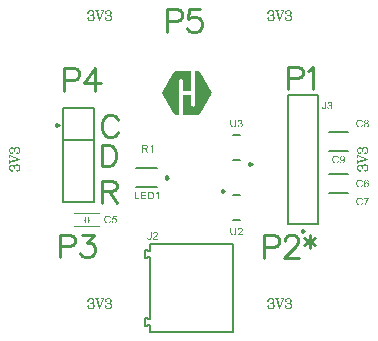
<source format=gto>
G04*
G04 #@! TF.GenerationSoftware,Altium Limited,Altium Designer,25.8.1 (18)*
G04*
G04 Layer_Color=65535*
%FSLAX44Y44*%
%MOMM*%
G71*
G04*
G04 #@! TF.SameCoordinates,49EF26A0-86A8-49CD-8BE6-FAAFDC87ECF6*
G04*
G04*
G04 #@! TF.FilePolarity,Positive*
G04*
G01*
G75*
%ADD10C,0.2500*%
%ADD11C,0.2000*%
%ADD12C,0.0800*%
%ADD13C,0.1000*%
%ADD14C,0.1270*%
%ADD15C,0.0762*%
%ADD16C,0.2540*%
G36*
X2134Y74625D02*
Y74473D01*
Y74320D01*
Y74168D01*
Y74016D01*
Y73863D01*
Y73711D01*
Y73558D01*
Y73406D01*
Y73254D01*
Y73101D01*
Y72949D01*
Y72796D01*
Y72644D01*
Y72492D01*
Y72339D01*
Y72187D01*
Y72034D01*
Y71882D01*
Y71730D01*
Y71577D01*
Y71425D01*
Y71272D01*
Y71120D01*
Y70968D01*
Y70815D01*
Y70663D01*
Y70510D01*
Y70358D01*
Y70206D01*
Y70053D01*
Y69901D01*
Y69748D01*
Y69596D01*
Y69444D01*
Y69291D01*
Y69139D01*
Y68986D01*
Y68834D01*
Y68682D01*
Y68529D01*
Y68377D01*
Y68224D01*
Y68072D01*
Y67920D01*
Y67767D01*
Y67615D01*
Y67462D01*
Y67310D01*
Y67158D01*
Y67005D01*
Y66853D01*
Y66700D01*
Y66548D01*
Y66396D01*
Y66243D01*
Y66091D01*
Y65938D01*
Y65786D01*
Y65634D01*
Y65481D01*
Y65329D01*
Y65176D01*
Y65024D01*
Y64872D01*
Y64719D01*
Y64567D01*
Y64414D01*
Y64262D01*
Y64110D01*
Y63957D01*
Y63805D01*
Y63652D01*
Y63500D01*
Y63348D01*
Y63195D01*
Y63043D01*
Y62890D01*
Y62738D01*
Y62586D01*
Y62433D01*
Y62281D01*
Y62128D01*
Y61976D01*
Y61824D01*
Y61671D01*
Y61519D01*
Y61366D01*
Y61214D01*
Y61062D01*
Y60909D01*
Y60757D01*
Y60604D01*
Y60452D01*
Y60300D01*
Y60147D01*
Y59995D01*
Y59842D01*
Y59690D01*
Y59538D01*
Y59385D01*
Y59233D01*
Y59080D01*
Y58928D01*
Y58776D01*
Y58623D01*
Y58471D01*
Y58318D01*
Y58166D01*
X-4877D01*
Y58318D01*
X-5029D01*
Y58471D01*
Y58623D01*
Y58776D01*
Y58928D01*
Y59080D01*
Y59233D01*
Y59385D01*
Y59538D01*
Y59690D01*
Y59842D01*
Y59995D01*
Y60147D01*
Y60300D01*
Y60452D01*
Y60604D01*
Y60757D01*
Y60909D01*
Y61062D01*
Y61214D01*
Y61366D01*
Y61519D01*
Y61671D01*
Y61824D01*
Y61976D01*
Y62128D01*
Y62281D01*
Y62433D01*
Y62586D01*
Y62738D01*
Y62890D01*
Y63043D01*
Y63195D01*
Y63348D01*
Y63500D01*
Y63652D01*
Y63805D01*
Y63957D01*
Y64110D01*
Y64262D01*
Y64414D01*
Y64567D01*
Y64719D01*
Y64872D01*
Y65024D01*
Y65176D01*
Y65329D01*
Y65481D01*
Y65634D01*
Y65786D01*
Y65938D01*
Y66091D01*
Y66243D01*
Y66396D01*
Y66548D01*
Y66700D01*
Y66853D01*
Y67005D01*
X-5182D01*
Y67158D01*
Y67310D01*
X-5334D01*
Y67462D01*
X-5486D01*
Y67615D01*
X-5639D01*
Y67767D01*
X-5944D01*
Y67920D01*
X-6553D01*
Y68072D01*
X-6706D01*
Y67920D01*
X-7315D01*
Y67767D01*
X-7620D01*
Y67615D01*
X-7772D01*
Y67462D01*
X-7925D01*
Y67310D01*
X-8077D01*
Y67158D01*
Y67005D01*
X-8230D01*
Y66853D01*
Y66700D01*
Y66548D01*
Y66396D01*
Y66243D01*
Y66091D01*
Y65938D01*
Y65786D01*
Y65634D01*
Y65481D01*
Y65329D01*
Y65176D01*
Y65024D01*
Y64872D01*
Y64719D01*
Y64567D01*
Y64414D01*
Y64262D01*
Y64110D01*
Y63957D01*
Y63805D01*
Y63652D01*
Y63500D01*
Y63348D01*
Y63195D01*
X-8382D01*
Y63043D01*
Y62890D01*
Y62738D01*
Y62586D01*
Y62433D01*
Y62281D01*
Y62128D01*
Y61976D01*
Y61824D01*
Y61671D01*
Y61519D01*
Y61366D01*
Y61214D01*
Y61062D01*
Y60909D01*
Y60757D01*
Y60604D01*
Y60452D01*
Y60300D01*
Y60147D01*
Y59995D01*
Y59842D01*
Y59690D01*
Y59538D01*
Y59385D01*
Y59233D01*
Y59080D01*
Y58928D01*
Y58776D01*
Y58623D01*
Y58471D01*
Y58318D01*
Y58166D01*
Y58014D01*
Y57861D01*
Y57709D01*
Y57556D01*
Y57404D01*
Y57252D01*
Y57099D01*
Y56947D01*
Y56794D01*
Y56642D01*
Y56490D01*
Y56337D01*
Y56185D01*
Y56032D01*
Y55880D01*
Y55728D01*
Y55575D01*
Y55423D01*
Y55270D01*
Y55118D01*
Y54966D01*
Y54813D01*
Y54661D01*
Y54508D01*
Y54356D01*
Y54204D01*
Y54051D01*
Y53899D01*
Y53746D01*
X-8230D01*
Y53594D01*
Y53442D01*
Y53289D01*
Y53137D01*
Y52984D01*
Y52832D01*
Y52680D01*
Y52527D01*
Y52375D01*
Y52222D01*
Y52070D01*
Y51918D01*
Y51765D01*
Y51613D01*
Y51460D01*
Y51308D01*
Y51156D01*
Y51003D01*
Y50851D01*
Y50698D01*
Y50546D01*
Y50394D01*
Y50241D01*
Y50089D01*
Y49936D01*
Y49784D01*
Y49632D01*
Y49479D01*
Y49327D01*
Y49174D01*
Y49022D01*
Y48870D01*
Y48717D01*
Y48565D01*
Y48412D01*
Y48260D01*
Y48108D01*
Y47955D01*
Y47803D01*
Y47650D01*
Y47498D01*
Y47346D01*
Y47193D01*
Y47041D01*
Y46888D01*
Y46736D01*
Y46584D01*
Y46431D01*
Y46279D01*
Y46126D01*
Y45974D01*
Y45822D01*
Y45669D01*
Y45517D01*
Y45364D01*
Y45212D01*
Y45060D01*
Y44907D01*
Y44755D01*
Y44602D01*
Y44450D01*
Y44298D01*
Y44145D01*
Y43993D01*
Y43840D01*
Y43688D01*
Y43536D01*
Y43383D01*
Y43231D01*
Y43078D01*
Y42926D01*
Y42774D01*
Y42621D01*
Y42469D01*
Y42316D01*
Y42164D01*
Y42012D01*
Y41859D01*
Y41707D01*
Y41554D01*
Y41402D01*
Y41250D01*
Y41097D01*
Y40945D01*
Y40792D01*
Y40640D01*
Y40488D01*
Y40335D01*
Y40183D01*
Y40030D01*
Y39878D01*
Y39726D01*
Y39573D01*
Y39421D01*
Y39268D01*
Y39116D01*
Y38964D01*
Y38811D01*
Y38659D01*
Y38506D01*
Y38354D01*
Y38202D01*
Y38049D01*
X-8382D01*
Y37897D01*
X-10973D01*
Y38049D01*
X-11582D01*
Y38202D01*
X-11887D01*
Y38354D01*
X-12040D01*
Y38506D01*
X-12192D01*
Y38659D01*
X-12497D01*
Y38811D01*
Y38964D01*
X-12649D01*
Y39116D01*
X-12802D01*
Y39268D01*
Y39421D01*
X-12954D01*
Y39573D01*
X-13106D01*
Y39726D01*
Y39878D01*
X-13259D01*
Y40030D01*
Y40183D01*
X-13411D01*
Y40335D01*
Y40488D01*
X-13564D01*
Y40640D01*
X-13716D01*
Y40792D01*
Y40945D01*
X-13868D01*
Y41097D01*
Y41250D01*
X-14021D01*
Y41402D01*
X-14173D01*
Y41554D01*
Y41707D01*
X-14326D01*
Y41859D01*
Y42012D01*
X-14478D01*
Y42164D01*
Y42316D01*
X-14630D01*
Y42469D01*
X-14783D01*
Y42621D01*
Y42774D01*
X-14935D01*
Y42926D01*
Y43078D01*
X-15088D01*
Y43231D01*
Y43383D01*
X-15240D01*
Y43536D01*
X-15392D01*
Y43688D01*
Y43840D01*
X-15545D01*
Y43993D01*
Y44145D01*
X-15697D01*
Y44298D01*
Y44450D01*
X-15850D01*
Y44602D01*
X-16002D01*
Y44755D01*
Y44907D01*
X-16154D01*
Y45060D01*
Y45212D01*
X-16307D01*
Y45364D01*
X-16459D01*
Y45517D01*
Y45669D01*
X-16612D01*
Y45822D01*
Y45974D01*
X-16764D01*
Y46126D01*
Y46279D01*
X-16916D01*
Y46431D01*
X-17069D01*
Y46584D01*
Y46736D01*
X-17221D01*
Y46888D01*
Y47041D01*
X-17374D01*
Y47193D01*
Y47346D01*
X-17526D01*
Y47498D01*
X-17678D01*
Y47650D01*
Y47803D01*
X-17831D01*
Y47955D01*
Y48108D01*
X-17983D01*
Y48260D01*
Y48412D01*
X-18136D01*
Y48565D01*
X-18288D01*
Y48717D01*
Y48870D01*
X-18440D01*
Y49022D01*
Y49174D01*
X-18593D01*
Y49327D01*
Y49479D01*
X-18745D01*
Y49632D01*
X-18898D01*
Y49784D01*
Y49936D01*
X-19050D01*
Y50089D01*
Y50241D01*
X-19202D01*
Y50394D01*
Y50546D01*
X-19355D01*
Y50698D01*
X-19507D01*
Y50851D01*
Y51003D01*
X-19660D01*
Y51156D01*
Y51308D01*
X-19812D01*
Y51460D01*
X-19964D01*
Y51613D01*
Y51765D01*
X-20117D01*
Y51918D01*
Y52070D01*
X-20269D01*
Y52222D01*
Y52375D01*
X-20422D01*
Y52527D01*
X-20574D01*
Y52680D01*
Y52832D01*
X-20726D01*
Y52984D01*
Y53137D01*
X-20879D01*
Y53289D01*
Y53442D01*
X-21031D01*
Y53594D01*
X-21184D01*
Y53746D01*
Y53899D01*
X-21336D01*
Y54051D01*
Y54204D01*
X-21488D01*
Y54356D01*
Y54508D01*
X-21641D01*
Y54661D01*
X-21793D01*
Y54813D01*
Y54966D01*
X-21946D01*
Y55118D01*
Y55270D01*
X-22098D01*
Y55423D01*
Y55575D01*
X-22250D01*
Y55728D01*
Y55880D01*
Y56032D01*
Y56185D01*
Y56337D01*
Y56490D01*
Y56642D01*
Y56794D01*
Y56947D01*
Y57099D01*
X-22098D01*
Y57252D01*
Y57404D01*
Y57556D01*
X-21946D01*
Y57709D01*
Y57861D01*
X-21793D01*
Y58014D01*
X-21641D01*
Y58166D01*
Y58318D01*
X-21488D01*
Y58471D01*
Y58623D01*
X-21336D01*
Y58776D01*
Y58928D01*
X-21184D01*
Y59080D01*
X-21031D01*
Y59233D01*
Y59385D01*
X-20879D01*
Y59538D01*
Y59690D01*
X-20726D01*
Y59842D01*
X-20574D01*
Y59995D01*
Y60147D01*
X-20422D01*
Y60300D01*
Y60452D01*
X-20269D01*
Y60604D01*
Y60757D01*
X-20117D01*
Y60909D01*
X-19964D01*
Y61062D01*
Y61214D01*
X-19812D01*
Y61366D01*
Y61519D01*
X-19660D01*
Y61671D01*
Y61824D01*
X-19507D01*
Y61976D01*
X-19355D01*
Y62128D01*
Y62281D01*
X-19202D01*
Y62433D01*
X-19050D01*
Y62586D01*
Y62738D01*
X-18898D01*
Y62890D01*
Y63043D01*
X-18745D01*
Y63195D01*
Y63348D01*
X-18593D01*
Y63500D01*
X-18440D01*
Y63652D01*
Y63805D01*
X-18288D01*
Y63957D01*
Y64110D01*
X-18136D01*
Y64262D01*
Y64414D01*
X-17983D01*
Y64567D01*
X-17831D01*
Y64719D01*
Y64872D01*
X-17678D01*
Y65024D01*
Y65176D01*
X-17526D01*
Y65329D01*
Y65481D01*
X-17374D01*
Y65634D01*
X-17221D01*
Y65786D01*
Y65938D01*
X-17069D01*
Y66091D01*
Y66243D01*
X-16916D01*
Y66396D01*
X-16764D01*
Y66548D01*
Y66700D01*
X-16612D01*
Y66853D01*
Y67005D01*
X-16459D01*
Y67158D01*
Y67310D01*
X-16307D01*
Y67462D01*
X-16154D01*
Y67615D01*
Y67767D01*
X-16002D01*
Y67920D01*
Y68072D01*
X-15850D01*
Y68224D01*
Y68377D01*
X-15697D01*
Y68529D01*
X-15545D01*
Y68682D01*
Y68834D01*
X-15392D01*
Y68986D01*
Y69139D01*
X-15240D01*
Y69291D01*
Y69444D01*
X-15088D01*
Y69596D01*
X-14935D01*
Y69748D01*
Y69901D01*
X-14783D01*
Y70053D01*
Y70206D01*
X-14630D01*
Y70358D01*
X-14478D01*
Y70510D01*
Y70663D01*
X-14326D01*
Y70815D01*
Y70968D01*
X-14173D01*
Y71120D01*
Y71272D01*
X-14021D01*
Y71425D01*
X-13868D01*
Y71577D01*
Y71730D01*
X-13716D01*
Y71882D01*
Y72034D01*
X-13564D01*
Y72187D01*
Y72339D01*
X-13411D01*
Y72492D01*
X-13259D01*
Y72644D01*
Y72796D01*
X-13106D01*
Y72949D01*
Y73101D01*
X-12954D01*
Y73254D01*
Y73406D01*
X-12802D01*
Y73558D01*
X-12649D01*
Y73711D01*
Y73863D01*
X-12497D01*
Y74016D01*
X-12344D01*
Y74168D01*
X-12192D01*
Y74320D01*
X-11887D01*
Y74473D01*
X-11582D01*
Y74625D01*
X-11278D01*
Y74778D01*
X2134D01*
Y74625D01*
D02*
G37*
G36*
X8382D02*
X8839D01*
Y74473D01*
X9144D01*
Y74320D01*
X9296D01*
Y74168D01*
X9449D01*
Y74016D01*
X9601D01*
Y73863D01*
X9754D01*
Y73711D01*
X9906D01*
Y73558D01*
X10058D01*
Y73406D01*
Y73254D01*
X10211D01*
Y73101D01*
Y72949D01*
X10363D01*
Y72796D01*
Y72644D01*
X10516D01*
Y72492D01*
X10668D01*
Y72339D01*
Y72187D01*
X10820D01*
Y72034D01*
Y71882D01*
X10973D01*
Y71730D01*
X11125D01*
Y71577D01*
Y71425D01*
X11278D01*
Y71272D01*
Y71120D01*
X11430D01*
Y70968D01*
Y70815D01*
X11582D01*
Y70663D01*
X11735D01*
Y70510D01*
Y70358D01*
X11887D01*
Y70206D01*
Y70053D01*
X12040D01*
Y69901D01*
Y69748D01*
X12192D01*
Y69596D01*
X12344D01*
Y69444D01*
Y69291D01*
X12497D01*
Y69139D01*
Y68986D01*
X12649D01*
Y68834D01*
Y68682D01*
X12802D01*
Y68529D01*
X12954D01*
Y68377D01*
Y68224D01*
X13106D01*
Y68072D01*
Y67920D01*
X13259D01*
Y67767D01*
X13411D01*
Y67615D01*
Y67462D01*
X13564D01*
Y67310D01*
Y67158D01*
X13716D01*
Y67005D01*
Y66853D01*
X13868D01*
Y66700D01*
X14021D01*
Y66548D01*
Y66396D01*
X14173D01*
Y66243D01*
Y66091D01*
X14326D01*
Y65938D01*
Y65786D01*
X14478D01*
Y65634D01*
X14630D01*
Y65481D01*
Y65329D01*
X14783D01*
Y65176D01*
Y65024D01*
X14935D01*
Y64872D01*
Y64719D01*
X15088D01*
Y64567D01*
X15240D01*
Y64414D01*
Y64262D01*
X15392D01*
Y64110D01*
Y63957D01*
X15545D01*
Y63805D01*
X15697D01*
Y63652D01*
Y63500D01*
X15850D01*
Y63348D01*
Y63195D01*
X16002D01*
Y63043D01*
Y62890D01*
X16154D01*
Y62738D01*
X16307D01*
Y62586D01*
Y62433D01*
X16459D01*
Y62281D01*
Y62128D01*
X16612D01*
Y61976D01*
Y61824D01*
X16764D01*
Y61671D01*
X16916D01*
Y61519D01*
Y61366D01*
X17069D01*
Y61214D01*
Y61062D01*
X17221D01*
Y60909D01*
Y60757D01*
X17374D01*
Y60604D01*
X17526D01*
Y60452D01*
Y60300D01*
X17678D01*
Y60147D01*
Y59995D01*
X17831D01*
Y59842D01*
X17983D01*
Y59690D01*
Y59538D01*
X18136D01*
Y59385D01*
Y59233D01*
X18288D01*
Y59080D01*
Y58928D01*
X18440D01*
Y58776D01*
X18593D01*
Y58623D01*
Y58471D01*
X18745D01*
Y58318D01*
Y58166D01*
X18898D01*
Y58014D01*
Y57861D01*
X19050D01*
Y57709D01*
X19202D01*
Y57556D01*
Y57404D01*
X19355D01*
Y57252D01*
Y57099D01*
Y56947D01*
Y56794D01*
X19507D01*
Y56642D01*
Y56490D01*
Y56337D01*
Y56185D01*
Y56032D01*
X19355D01*
Y55880D01*
Y55728D01*
Y55575D01*
Y55423D01*
X19202D01*
Y55270D01*
Y55118D01*
X19050D01*
Y54966D01*
Y54813D01*
X18898D01*
Y54661D01*
Y54508D01*
X18745D01*
Y54356D01*
X18593D01*
Y54204D01*
Y54051D01*
X18440D01*
Y53899D01*
Y53746D01*
X18288D01*
Y53594D01*
X18136D01*
Y53442D01*
Y53289D01*
X17983D01*
Y53137D01*
Y52984D01*
X17831D01*
Y52832D01*
Y52680D01*
X17678D01*
Y52527D01*
X17526D01*
Y52375D01*
Y52222D01*
X17374D01*
Y52070D01*
Y51918D01*
X17221D01*
Y51765D01*
Y51613D01*
X17069D01*
Y51460D01*
X16916D01*
Y51308D01*
Y51156D01*
X16764D01*
Y51003D01*
Y50851D01*
X16612D01*
Y50698D01*
X16459D01*
Y50546D01*
Y50394D01*
X16307D01*
Y50241D01*
Y50089D01*
X16154D01*
Y49936D01*
Y49784D01*
X16002D01*
Y49632D01*
X15850D01*
Y49479D01*
Y49327D01*
X15697D01*
Y49174D01*
Y49022D01*
X15545D01*
Y48870D01*
Y48717D01*
X15392D01*
Y48565D01*
X15240D01*
Y48412D01*
Y48260D01*
X15088D01*
Y48108D01*
Y47955D01*
X14935D01*
Y47803D01*
X14783D01*
Y47650D01*
Y47498D01*
X14630D01*
Y47346D01*
Y47193D01*
X14478D01*
Y47041D01*
Y46888D01*
X14326D01*
Y46736D01*
X14173D01*
Y46584D01*
Y46431D01*
X14021D01*
Y46279D01*
Y46126D01*
X13868D01*
Y45974D01*
Y45822D01*
X13716D01*
Y45669D01*
Y45517D01*
X13564D01*
Y45364D01*
Y45212D01*
X13411D01*
Y45060D01*
X13259D01*
Y44907D01*
Y44755D01*
X13106D01*
Y44602D01*
Y44450D01*
X12954D01*
Y44298D01*
X12802D01*
Y44145D01*
Y43993D01*
X12649D01*
Y43840D01*
Y43688D01*
X12497D01*
Y43536D01*
Y43383D01*
X12344D01*
Y43231D01*
X12192D01*
Y43078D01*
Y42926D01*
X12040D01*
Y42774D01*
Y42621D01*
X11887D01*
Y42469D01*
Y42316D01*
X11735D01*
Y42164D01*
X11582D01*
Y42012D01*
Y41859D01*
X11430D01*
Y41707D01*
Y41554D01*
X11278D01*
Y41402D01*
Y41250D01*
X11125D01*
Y41097D01*
X10973D01*
Y40945D01*
Y40792D01*
X10820D01*
Y40640D01*
Y40488D01*
X10668D01*
Y40335D01*
Y40183D01*
X10516D01*
Y40030D01*
X10363D01*
Y39878D01*
Y39726D01*
X10211D01*
Y39573D01*
Y39421D01*
X10058D01*
Y39268D01*
X9906D01*
Y39116D01*
Y38964D01*
X9754D01*
Y38811D01*
X9601D01*
Y38659D01*
X9449D01*
Y38506D01*
X9296D01*
Y38354D01*
X8992D01*
Y38202D01*
X8687D01*
Y38049D01*
X8230D01*
Y37897D01*
X-4877D01*
Y38049D01*
X-5029D01*
Y38202D01*
Y38354D01*
Y38506D01*
Y38659D01*
Y38811D01*
Y38964D01*
Y39116D01*
Y39268D01*
Y39421D01*
Y39573D01*
Y39726D01*
Y39878D01*
Y40030D01*
Y40183D01*
Y40335D01*
Y40488D01*
Y40640D01*
Y40792D01*
Y40945D01*
Y41097D01*
Y41250D01*
Y41402D01*
Y41554D01*
Y41707D01*
Y41859D01*
Y42012D01*
Y42164D01*
Y42316D01*
Y42469D01*
Y42621D01*
Y42774D01*
Y42926D01*
Y43078D01*
Y43231D01*
Y43383D01*
Y43536D01*
Y43688D01*
Y43840D01*
Y43993D01*
Y44145D01*
Y44298D01*
Y44450D01*
Y44602D01*
Y44755D01*
Y44907D01*
Y45060D01*
Y45212D01*
Y45364D01*
Y45517D01*
Y45669D01*
Y45822D01*
Y45974D01*
Y46126D01*
Y46279D01*
Y46431D01*
Y46584D01*
Y46736D01*
Y46888D01*
Y47041D01*
Y47193D01*
Y47346D01*
Y47498D01*
Y47650D01*
Y47803D01*
Y47955D01*
Y48108D01*
Y48260D01*
Y48412D01*
Y48565D01*
Y48717D01*
Y48870D01*
Y49022D01*
Y49174D01*
Y49327D01*
Y49479D01*
Y49632D01*
Y49784D01*
Y49936D01*
Y50089D01*
Y50241D01*
Y50394D01*
Y50546D01*
Y50698D01*
Y50851D01*
Y51003D01*
Y51156D01*
Y51308D01*
Y51460D01*
Y51613D01*
Y51765D01*
Y51918D01*
Y52070D01*
Y52222D01*
Y52375D01*
Y52527D01*
Y52680D01*
Y52832D01*
Y52984D01*
Y53137D01*
Y53289D01*
Y53442D01*
Y53594D01*
Y53746D01*
Y53899D01*
Y54051D01*
Y54204D01*
Y54356D01*
Y54508D01*
X-4877D01*
Y54661D01*
X2134D01*
Y54508D01*
Y54356D01*
Y54204D01*
Y54051D01*
Y53899D01*
Y53746D01*
Y53594D01*
Y53442D01*
Y53289D01*
Y53137D01*
Y52984D01*
Y52832D01*
Y52680D01*
Y52527D01*
Y52375D01*
Y52222D01*
Y52070D01*
Y51918D01*
Y51765D01*
Y51613D01*
Y51460D01*
Y51308D01*
Y51156D01*
Y51003D01*
Y50851D01*
Y50698D01*
Y50546D01*
Y50394D01*
Y50241D01*
Y50089D01*
Y49936D01*
Y49784D01*
Y49632D01*
Y49479D01*
Y49327D01*
Y49174D01*
Y49022D01*
Y48870D01*
Y48717D01*
Y48565D01*
X2286D01*
Y48412D01*
Y48260D01*
Y48108D01*
Y47955D01*
Y47803D01*
Y47650D01*
Y47498D01*
Y47346D01*
Y47193D01*
Y47041D01*
Y46888D01*
Y46736D01*
Y46584D01*
Y46431D01*
Y46279D01*
Y46126D01*
Y45974D01*
Y45822D01*
Y45669D01*
X2438D01*
Y45517D01*
X2591D01*
Y45364D01*
Y45212D01*
X2896D01*
Y45060D01*
X3048D01*
Y44907D01*
X3505D01*
Y44755D01*
X4267D01*
Y44907D01*
X4572D01*
Y45060D01*
X4877D01*
Y45212D01*
X5029D01*
Y45364D01*
X5182D01*
Y45517D01*
X5334D01*
Y45669D01*
Y45822D01*
Y45974D01*
X5486D01*
Y46126D01*
Y46279D01*
Y46431D01*
Y46584D01*
Y46736D01*
Y46888D01*
Y47041D01*
Y47193D01*
Y47346D01*
Y47498D01*
Y47650D01*
Y47803D01*
Y47955D01*
Y48108D01*
Y48260D01*
Y48412D01*
Y48565D01*
Y48717D01*
Y48870D01*
Y49022D01*
Y49174D01*
Y49327D01*
Y49479D01*
Y49632D01*
Y49784D01*
Y49936D01*
Y50089D01*
Y50241D01*
Y50394D01*
Y50546D01*
Y50698D01*
Y50851D01*
Y51003D01*
Y51156D01*
Y51308D01*
Y51460D01*
Y51613D01*
Y51765D01*
Y51918D01*
Y52070D01*
Y52222D01*
Y52375D01*
Y52527D01*
Y52680D01*
Y52832D01*
Y52984D01*
Y53137D01*
Y53289D01*
Y53442D01*
Y53594D01*
Y53746D01*
Y53899D01*
Y54051D01*
Y54204D01*
Y54356D01*
Y54508D01*
Y54661D01*
Y54813D01*
Y54966D01*
Y55118D01*
Y55270D01*
Y55423D01*
Y55575D01*
Y55728D01*
Y55880D01*
Y56032D01*
Y56185D01*
Y56337D01*
Y56490D01*
Y56642D01*
Y56794D01*
Y56947D01*
Y57099D01*
Y57252D01*
Y57404D01*
Y57556D01*
Y57709D01*
Y57861D01*
Y58014D01*
Y58166D01*
Y58318D01*
Y58471D01*
Y58623D01*
Y58776D01*
Y58928D01*
Y59080D01*
Y59233D01*
Y59385D01*
Y59538D01*
Y59690D01*
Y59842D01*
Y59995D01*
Y60147D01*
Y60300D01*
Y60452D01*
Y60604D01*
Y60757D01*
Y60909D01*
Y61062D01*
Y61214D01*
Y61366D01*
Y61519D01*
Y61671D01*
Y61824D01*
Y61976D01*
Y62128D01*
Y62281D01*
Y62433D01*
Y62586D01*
Y62738D01*
Y62890D01*
Y63043D01*
Y63195D01*
Y63348D01*
Y63500D01*
Y63652D01*
Y63805D01*
Y63957D01*
Y64110D01*
Y64262D01*
Y64414D01*
Y64567D01*
Y64719D01*
Y64872D01*
Y65024D01*
Y65176D01*
Y65329D01*
Y65481D01*
Y65634D01*
Y65786D01*
Y65938D01*
Y66091D01*
Y66243D01*
Y66396D01*
Y66548D01*
Y66700D01*
Y66853D01*
Y67005D01*
Y67158D01*
Y67310D01*
Y67462D01*
Y67615D01*
Y67767D01*
Y67920D01*
Y68072D01*
Y68224D01*
Y68377D01*
Y68529D01*
Y68682D01*
Y68834D01*
Y68986D01*
Y69139D01*
Y69291D01*
Y69444D01*
Y69596D01*
Y69748D01*
Y69901D01*
Y70053D01*
Y70206D01*
Y70358D01*
Y70510D01*
Y70663D01*
Y70815D01*
Y70968D01*
Y71120D01*
Y71272D01*
Y71425D01*
Y71577D01*
Y71730D01*
Y71882D01*
Y72034D01*
Y72187D01*
Y72339D01*
Y72492D01*
Y72644D01*
Y72796D01*
Y72949D01*
Y73101D01*
Y73254D01*
Y73406D01*
Y73558D01*
Y73711D01*
Y73863D01*
Y74016D01*
Y74168D01*
Y74320D01*
Y74473D01*
Y74625D01*
Y74778D01*
X8382D01*
Y74625D01*
D02*
G37*
G36*
X43747Y33795D02*
X43794D01*
X43847Y33790D01*
X43910Y33779D01*
X43979Y33774D01*
X44132Y33742D01*
X44296Y33700D01*
X44470Y33647D01*
X44555Y33610D01*
X44639Y33568D01*
X44645D01*
X44661Y33558D01*
X44682Y33547D01*
X44713Y33526D01*
X44750Y33505D01*
X44793Y33473D01*
X44893Y33404D01*
X45004Y33314D01*
X45120Y33209D01*
X45231Y33087D01*
X45326Y32945D01*
X45332Y32939D01*
X45337Y32929D01*
X45347Y32908D01*
X45363Y32876D01*
X45379Y32839D01*
X45400Y32797D01*
X45421Y32749D01*
X45448Y32696D01*
X45490Y32569D01*
X45527Y32427D01*
X45553Y32274D01*
X45564Y32194D01*
Y32110D01*
Y32105D01*
Y32089D01*
Y32068D01*
X45559Y32041D01*
Y31999D01*
X45553Y31957D01*
X45543Y31909D01*
X45538Y31856D01*
X45511Y31735D01*
X45469Y31608D01*
X45411Y31471D01*
X45379Y31407D01*
X45337Y31339D01*
Y31333D01*
X45326Y31323D01*
X45316Y31307D01*
X45294Y31280D01*
X45242Y31217D01*
X45168Y31143D01*
X45073Y31053D01*
X44956Y30963D01*
X44824Y30874D01*
X44666Y30794D01*
X44671D01*
X44692Y30789D01*
X44719Y30779D01*
X44761Y30768D01*
X44808Y30752D01*
X44867Y30731D01*
X44925Y30705D01*
X44993Y30678D01*
X45062Y30641D01*
X45136Y30599D01*
X45210Y30557D01*
X45284Y30504D01*
X45358Y30446D01*
X45432Y30387D01*
X45495Y30314D01*
X45559Y30240D01*
X45564Y30234D01*
X45574Y30219D01*
X45590Y30197D01*
X45612Y30166D01*
X45633Y30123D01*
X45659Y30076D01*
X45691Y30018D01*
X45722Y29954D01*
X45749Y29880D01*
X45781Y29801D01*
X45807Y29717D01*
X45833Y29622D01*
X45849Y29521D01*
X45865Y29421D01*
X45876Y29310D01*
X45881Y29193D01*
Y29183D01*
Y29157D01*
X45876Y29109D01*
X45870Y29051D01*
X45860Y28977D01*
X45849Y28892D01*
X45828Y28797D01*
X45802Y28697D01*
X45770Y28586D01*
X45728Y28470D01*
X45680Y28348D01*
X45617Y28227D01*
X45548Y28105D01*
X45464Y27984D01*
X45368Y27868D01*
X45258Y27751D01*
X45252Y27746D01*
X45231Y27725D01*
X45194Y27698D01*
X45147Y27661D01*
X45083Y27614D01*
X45009Y27566D01*
X44925Y27508D01*
X44830Y27455D01*
X44719Y27403D01*
X44602Y27344D01*
X44470Y27297D01*
X44333Y27255D01*
X44185Y27212D01*
X44026Y27186D01*
X43863Y27165D01*
X43688Y27160D01*
X43651D01*
X43604Y27165D01*
X43546Y27170D01*
X43472Y27175D01*
X43387Y27186D01*
X43292Y27202D01*
X43192Y27223D01*
X43081Y27249D01*
X42965Y27281D01*
X42848Y27323D01*
X42727Y27376D01*
X42611Y27434D01*
X42489Y27498D01*
X42378Y27577D01*
X42267Y27667D01*
X42262Y27672D01*
X42241Y27693D01*
X42214Y27720D01*
X42177Y27762D01*
X42135Y27809D01*
X42082Y27873D01*
X42030Y27941D01*
X41977Y28026D01*
X41919Y28116D01*
X41860Y28216D01*
X41808Y28327D01*
X41755Y28443D01*
X41712Y28570D01*
X41676Y28702D01*
X41644Y28845D01*
X41623Y28993D01*
X42420Y29098D01*
Y29093D01*
X42426Y29067D01*
X42436Y29035D01*
X42447Y28988D01*
X42463Y28929D01*
X42484Y28866D01*
X42505Y28797D01*
X42531Y28718D01*
X42595Y28560D01*
X42674Y28396D01*
X42722Y28317D01*
X42769Y28243D01*
X42827Y28179D01*
X42885Y28116D01*
X42891Y28110D01*
X42901Y28105D01*
X42917Y28089D01*
X42944Y28068D01*
X42975Y28047D01*
X43012Y28021D01*
X43060Y27994D01*
X43107Y27968D01*
X43165Y27941D01*
X43229Y27915D01*
X43366Y27868D01*
X43519Y27831D01*
X43604Y27825D01*
X43694Y27820D01*
X43720D01*
X43747Y27825D01*
X43789D01*
X43836Y27831D01*
X43895Y27841D01*
X43958Y27852D01*
X44026Y27868D01*
X44100Y27889D01*
X44174Y27915D01*
X44254Y27947D01*
X44333Y27984D01*
X44412Y28026D01*
X44492Y28079D01*
X44571Y28137D01*
X44645Y28206D01*
X44650Y28211D01*
X44661Y28221D01*
X44682Y28248D01*
X44708Y28274D01*
X44735Y28317D01*
X44766Y28359D01*
X44803Y28412D01*
X44840Y28475D01*
X44877Y28538D01*
X44914Y28612D01*
X44946Y28692D01*
X44972Y28776D01*
X44999Y28871D01*
X45020Y28966D01*
X45030Y29067D01*
X45036Y29172D01*
Y29178D01*
Y29199D01*
Y29225D01*
X45030Y29262D01*
X45025Y29310D01*
X45015Y29363D01*
X45004Y29426D01*
X44988Y29489D01*
X44972Y29563D01*
X44946Y29632D01*
X44919Y29711D01*
X44882Y29785D01*
X44840Y29859D01*
X44793Y29933D01*
X44735Y30007D01*
X44671Y30076D01*
X44666Y30081D01*
X44655Y30092D01*
X44634Y30108D01*
X44608Y30134D01*
X44571Y30160D01*
X44528Y30192D01*
X44481Y30224D01*
X44423Y30255D01*
X44359Y30287D01*
X44291Y30324D01*
X44217Y30351D01*
X44132Y30377D01*
X44048Y30403D01*
X43958Y30419D01*
X43857Y30430D01*
X43757Y30435D01*
X43715D01*
X43667Y30430D01*
X43604Y30424D01*
X43519Y30414D01*
X43424Y30398D01*
X43319Y30377D01*
X43197Y30351D01*
X43282Y31053D01*
X43297D01*
X43329Y31048D01*
X43371Y31043D01*
X43461D01*
X43498Y31048D01*
X43546Y31053D01*
X43599Y31058D01*
X43657Y31064D01*
X43720Y31074D01*
X43863Y31106D01*
X44016Y31154D01*
X44095Y31185D01*
X44174Y31222D01*
X44254Y31259D01*
X44333Y31307D01*
X44338Y31312D01*
X44349Y31317D01*
X44370Y31333D01*
X44396Y31360D01*
X44428Y31386D01*
X44465Y31423D01*
X44502Y31460D01*
X44539Y31513D01*
X44576Y31566D01*
X44613Y31624D01*
X44650Y31693D01*
X44682Y31767D01*
X44708Y31846D01*
X44729Y31936D01*
X44740Y32025D01*
X44745Y32126D01*
Y32131D01*
Y32147D01*
Y32168D01*
X44740Y32200D01*
X44735Y32237D01*
X44729Y32279D01*
X44708Y32379D01*
X44671Y32496D01*
X44650Y32559D01*
X44618Y32617D01*
X44581Y32680D01*
X44544Y32739D01*
X44497Y32797D01*
X44444Y32855D01*
X44439Y32860D01*
X44428Y32865D01*
X44412Y32881D01*
X44391Y32902D01*
X44359Y32924D01*
X44328Y32945D01*
X44285Y32971D01*
X44238Y33003D01*
X44185Y33029D01*
X44127Y33056D01*
X43995Y33098D01*
X43847Y33135D01*
X43762Y33140D01*
X43678Y33145D01*
X43630D01*
X43599Y33140D01*
X43562Y33135D01*
X43514Y33129D01*
X43461Y33119D01*
X43403Y33108D01*
X43282Y33071D01*
X43149Y33019D01*
X43086Y32987D01*
X43017Y32950D01*
X42954Y32902D01*
X42896Y32850D01*
X42891Y32844D01*
X42880Y32834D01*
X42864Y32818D01*
X42848Y32797D01*
X42822Y32765D01*
X42796Y32728D01*
X42764Y32680D01*
X42732Y32633D01*
X42695Y32575D01*
X42663Y32506D01*
X42632Y32437D01*
X42600Y32358D01*
X42568Y32274D01*
X42542Y32178D01*
X42521Y32078D01*
X42500Y31972D01*
X41702Y32115D01*
Y32126D01*
X41707Y32152D01*
X41718Y32194D01*
X41734Y32247D01*
X41750Y32316D01*
X41776Y32390D01*
X41802Y32474D01*
X41839Y32569D01*
X41876Y32670D01*
X41924Y32770D01*
X41982Y32871D01*
X42040Y32976D01*
X42109Y33077D01*
X42188Y33177D01*
X42267Y33272D01*
X42362Y33357D01*
X42368Y33362D01*
X42389Y33378D01*
X42415Y33399D01*
X42457Y33425D01*
X42505Y33462D01*
X42568Y33499D01*
X42642Y33536D01*
X42722Y33579D01*
X42811Y33621D01*
X42906Y33658D01*
X43017Y33700D01*
X43128Y33732D01*
X43250Y33758D01*
X43382Y33779D01*
X43514Y33795D01*
X43657Y33800D01*
X43710D01*
X43747Y33795D01*
D02*
G37*
G36*
X40508Y30012D02*
Y30007D01*
Y30002D01*
Y29970D01*
Y29917D01*
X40503Y29849D01*
Y29769D01*
X40497Y29674D01*
X40492Y29569D01*
X40482Y29452D01*
X40471Y29331D01*
X40455Y29204D01*
X40413Y28945D01*
X40360Y28686D01*
X40323Y28565D01*
X40286Y28454D01*
Y28449D01*
X40276Y28428D01*
X40260Y28401D01*
X40244Y28359D01*
X40217Y28311D01*
X40186Y28253D01*
X40149Y28190D01*
X40101Y28121D01*
X40054Y28047D01*
X39990Y27973D01*
X39927Y27894D01*
X39853Y27815D01*
X39774Y27741D01*
X39684Y27661D01*
X39589Y27587D01*
X39483Y27519D01*
X39478Y27513D01*
X39457Y27503D01*
X39425Y27487D01*
X39377Y27461D01*
X39319Y27434D01*
X39251Y27408D01*
X39171Y27371D01*
X39076Y27339D01*
X38976Y27307D01*
X38860Y27276D01*
X38733Y27244D01*
X38601Y27218D01*
X38458Y27191D01*
X38300Y27175D01*
X38141Y27165D01*
X37967Y27160D01*
X37877D01*
X37813Y27165D01*
X37740Y27170D01*
X37644Y27175D01*
X37544Y27186D01*
X37438Y27197D01*
X37322Y27218D01*
X37201Y27234D01*
X37074Y27260D01*
X36952Y27292D01*
X36825Y27329D01*
X36704Y27371D01*
X36583Y27418D01*
X36472Y27471D01*
X36466Y27476D01*
X36445Y27487D01*
X36419Y27503D01*
X36377Y27529D01*
X36329Y27561D01*
X36276Y27603D01*
X36213Y27651D01*
X36149Y27704D01*
X36081Y27767D01*
X36012Y27836D01*
X35943Y27910D01*
X35875Y27989D01*
X35811Y28079D01*
X35748Y28174D01*
X35695Y28274D01*
X35642Y28385D01*
Y28391D01*
X35631Y28412D01*
X35621Y28449D01*
X35605Y28496D01*
X35584Y28554D01*
X35563Y28628D01*
X35542Y28713D01*
X35521Y28813D01*
X35499Y28924D01*
X35478Y29046D01*
X35457Y29178D01*
X35436Y29326D01*
X35420Y29479D01*
X35410Y29648D01*
X35404Y29822D01*
X35399Y30012D01*
Y33774D01*
X36260D01*
Y30018D01*
Y30007D01*
Y29981D01*
Y29938D01*
Y29880D01*
X36265Y29812D01*
X36271Y29727D01*
Y29643D01*
X36281Y29548D01*
X36297Y29341D01*
X36324Y29135D01*
X36345Y29035D01*
X36361Y28940D01*
X36387Y28850D01*
X36413Y28771D01*
Y28766D01*
X36419Y28755D01*
X36429Y28734D01*
X36445Y28707D01*
X36461Y28670D01*
X36482Y28633D01*
X36540Y28544D01*
X36614Y28443D01*
X36709Y28343D01*
X36820Y28243D01*
X36952Y28153D01*
X36958D01*
X36968Y28142D01*
X36989Y28132D01*
X37021Y28121D01*
X37058Y28105D01*
X37106Y28084D01*
X37158Y28063D01*
X37216Y28047D01*
X37280Y28026D01*
X37354Y28005D01*
X37428Y27989D01*
X37512Y27968D01*
X37692Y27947D01*
X37893Y27936D01*
X37935D01*
X37983Y27941D01*
X38046D01*
X38125Y27952D01*
X38215Y27957D01*
X38310Y27973D01*
X38416Y27989D01*
X38527Y28010D01*
X38638Y28042D01*
X38749Y28073D01*
X38860Y28116D01*
X38965Y28163D01*
X39066Y28221D01*
X39161Y28290D01*
X39240Y28364D01*
X39245Y28369D01*
X39256Y28385D01*
X39277Y28412D01*
X39303Y28449D01*
X39335Y28501D01*
X39367Y28565D01*
X39404Y28639D01*
X39446Y28734D01*
X39483Y28834D01*
X39520Y28956D01*
X39552Y29093D01*
X39583Y29241D01*
X39610Y29410D01*
X39631Y29595D01*
X39641Y29796D01*
X39647Y30018D01*
Y33774D01*
X40508D01*
Y30012D01*
D02*
G37*
G36*
X40542Y-61428D02*
Y-61433D01*
Y-61438D01*
Y-61470D01*
Y-61523D01*
X40537Y-61591D01*
Y-61671D01*
X40532Y-61766D01*
X40526Y-61871D01*
X40516Y-61988D01*
X40505Y-62109D01*
X40489Y-62236D01*
X40447Y-62495D01*
X40394Y-62754D01*
X40357Y-62875D01*
X40320Y-62986D01*
Y-62991D01*
X40310Y-63012D01*
X40294Y-63039D01*
X40278Y-63081D01*
X40252Y-63129D01*
X40220Y-63187D01*
X40183Y-63250D01*
X40135Y-63319D01*
X40088Y-63393D01*
X40024Y-63467D01*
X39961Y-63546D01*
X39887Y-63625D01*
X39808Y-63699D01*
X39718Y-63779D01*
X39623Y-63853D01*
X39517Y-63921D01*
X39512Y-63927D01*
X39491Y-63937D01*
X39459Y-63953D01*
X39412Y-63979D01*
X39353Y-64006D01*
X39285Y-64032D01*
X39206Y-64069D01*
X39111Y-64101D01*
X39010Y-64133D01*
X38894Y-64164D01*
X38767Y-64196D01*
X38635Y-64222D01*
X38492Y-64249D01*
X38334Y-64265D01*
X38175Y-64275D01*
X38001Y-64281D01*
X37911D01*
X37848Y-64275D01*
X37774Y-64270D01*
X37679Y-64265D01*
X37578Y-64254D01*
X37473Y-64243D01*
X37357Y-64222D01*
X37235Y-64207D01*
X37108Y-64180D01*
X36987Y-64148D01*
X36860Y-64111D01*
X36738Y-64069D01*
X36617Y-64022D01*
X36506Y-63969D01*
X36501Y-63963D01*
X36479Y-63953D01*
X36453Y-63937D01*
X36411Y-63911D01*
X36363Y-63879D01*
X36310Y-63837D01*
X36247Y-63789D01*
X36184Y-63736D01*
X36115Y-63673D01*
X36046Y-63604D01*
X35978Y-63530D01*
X35909Y-63451D01*
X35845Y-63361D01*
X35782Y-63266D01*
X35729Y-63166D01*
X35676Y-63055D01*
Y-63050D01*
X35666Y-63028D01*
X35655Y-62991D01*
X35640Y-62944D01*
X35618Y-62886D01*
X35597Y-62812D01*
X35576Y-62727D01*
X35555Y-62627D01*
X35534Y-62516D01*
X35513Y-62394D01*
X35491Y-62262D01*
X35470Y-62114D01*
X35454Y-61961D01*
X35444Y-61792D01*
X35439Y-61618D01*
X35433Y-61428D01*
Y-57666D01*
X36295D01*
Y-61422D01*
Y-61433D01*
Y-61459D01*
Y-61501D01*
Y-61560D01*
X36300Y-61628D01*
X36305Y-61713D01*
Y-61797D01*
X36316Y-61892D01*
X36332Y-62098D01*
X36358Y-62305D01*
X36379Y-62405D01*
X36395Y-62500D01*
X36421Y-62590D01*
X36448Y-62669D01*
Y-62674D01*
X36453Y-62685D01*
X36464Y-62706D01*
X36479Y-62733D01*
X36495Y-62769D01*
X36516Y-62807D01*
X36575Y-62896D01*
X36648Y-62997D01*
X36744Y-63097D01*
X36855Y-63197D01*
X36987Y-63287D01*
X36992D01*
X37002Y-63298D01*
X37024Y-63308D01*
X37055Y-63319D01*
X37092Y-63335D01*
X37140Y-63356D01*
X37193Y-63377D01*
X37251Y-63393D01*
X37314Y-63414D01*
X37388Y-63435D01*
X37462Y-63451D01*
X37547Y-63472D01*
X37726Y-63493D01*
X37927Y-63504D01*
X37969D01*
X38017Y-63499D01*
X38080D01*
X38159Y-63488D01*
X38249Y-63483D01*
X38344Y-63467D01*
X38450Y-63451D01*
X38561Y-63430D01*
X38672Y-63398D01*
X38783Y-63366D01*
X38894Y-63324D01*
X39000Y-63277D01*
X39100Y-63219D01*
X39195Y-63150D01*
X39274Y-63076D01*
X39280Y-63071D01*
X39290Y-63055D01*
X39311Y-63028D01*
X39338Y-62991D01*
X39369Y-62939D01*
X39401Y-62875D01*
X39438Y-62801D01*
X39480Y-62706D01*
X39517Y-62606D01*
X39554Y-62484D01*
X39586Y-62347D01*
X39618Y-62199D01*
X39644Y-62030D01*
X39665Y-61845D01*
X39676Y-61644D01*
X39681Y-61422D01*
Y-57666D01*
X40542D01*
Y-61428D01*
D02*
G37*
G36*
X43897Y-57645D02*
X43960Y-57650D01*
X44040Y-57655D01*
X44130Y-57666D01*
X44235Y-57682D01*
X44341Y-57703D01*
X44457Y-57735D01*
X44579Y-57766D01*
X44700Y-57809D01*
X44827Y-57861D01*
X44948Y-57920D01*
X45065Y-57988D01*
X45181Y-58073D01*
X45287Y-58162D01*
X45292Y-58168D01*
X45313Y-58184D01*
X45339Y-58215D01*
X45371Y-58258D01*
X45413Y-58305D01*
X45461Y-58369D01*
X45508Y-58437D01*
X45561Y-58517D01*
X45614Y-58606D01*
X45662Y-58701D01*
X45709Y-58807D01*
X45752Y-58923D01*
X45783Y-59045D01*
X45815Y-59172D01*
X45831Y-59304D01*
X45836Y-59446D01*
Y-59452D01*
Y-59462D01*
Y-59483D01*
Y-59515D01*
X45831Y-59547D01*
X45826Y-59589D01*
X45820Y-59637D01*
X45815Y-59689D01*
X45794Y-59806D01*
X45767Y-59938D01*
X45725Y-60075D01*
X45672Y-60218D01*
Y-60223D01*
X45667Y-60234D01*
X45656Y-60255D01*
X45641Y-60281D01*
X45625Y-60318D01*
X45604Y-60360D01*
X45577Y-60403D01*
X45546Y-60455D01*
X45472Y-60577D01*
X45382Y-60709D01*
X45271Y-60857D01*
X45144Y-61010D01*
X45139Y-61016D01*
X45128Y-61031D01*
X45107Y-61052D01*
X45075Y-61084D01*
X45033Y-61132D01*
X44980Y-61179D01*
X44922Y-61243D01*
X44853Y-61311D01*
X44774Y-61385D01*
X44684Y-61475D01*
X44584Y-61565D01*
X44473Y-61671D01*
X44351Y-61782D01*
X44219Y-61898D01*
X44071Y-62025D01*
X43918Y-62157D01*
X43908Y-62162D01*
X43886Y-62183D01*
X43850Y-62215D01*
X43802Y-62252D01*
X43744Y-62305D01*
X43681Y-62357D01*
X43607Y-62421D01*
X43533Y-62484D01*
X43379Y-62622D01*
X43226Y-62754D01*
X43157Y-62817D01*
X43094Y-62880D01*
X43036Y-62928D01*
X42994Y-62976D01*
X42983Y-62986D01*
X42962Y-63012D01*
X42925Y-63055D01*
X42877Y-63108D01*
X42825Y-63171D01*
X42766Y-63245D01*
X42714Y-63324D01*
X42661Y-63404D01*
X45847D01*
Y-64170D01*
X41551D01*
Y-64164D01*
Y-64159D01*
Y-64143D01*
Y-64122D01*
Y-64064D01*
X41557Y-63995D01*
X41567Y-63911D01*
X41583Y-63816D01*
X41610Y-63720D01*
X41641Y-63620D01*
Y-63615D01*
X41646Y-63599D01*
X41657Y-63578D01*
X41673Y-63546D01*
X41689Y-63504D01*
X41710Y-63456D01*
X41736Y-63404D01*
X41768Y-63345D01*
X41842Y-63213D01*
X41932Y-63065D01*
X42037Y-62912D01*
X42164Y-62754D01*
X42169Y-62748D01*
X42180Y-62733D01*
X42201Y-62711D01*
X42233Y-62680D01*
X42270Y-62637D01*
X42317Y-62590D01*
X42370Y-62537D01*
X42434Y-62474D01*
X42502Y-62405D01*
X42582Y-62326D01*
X42666Y-62246D01*
X42761Y-62162D01*
X42862Y-62067D01*
X42967Y-61972D01*
X43089Y-61877D01*
X43210Y-61771D01*
X43216Y-61766D01*
X43221Y-61760D01*
X43237Y-61750D01*
X43258Y-61734D01*
X43311Y-61686D01*
X43379Y-61628D01*
X43469Y-61554D01*
X43564Y-61465D01*
X43670Y-61369D01*
X43786Y-61269D01*
X43902Y-61158D01*
X44024Y-61047D01*
X44145Y-60931D01*
X44262Y-60815D01*
X44373Y-60704D01*
X44473Y-60593D01*
X44563Y-60487D01*
X44642Y-60387D01*
X44647Y-60381D01*
X44658Y-60366D01*
X44679Y-60339D01*
X44700Y-60302D01*
X44727Y-60255D01*
X44758Y-60202D01*
X44795Y-60144D01*
X44832Y-60075D01*
X44901Y-59932D01*
X44959Y-59769D01*
X44980Y-59684D01*
X45001Y-59600D01*
X45012Y-59515D01*
X45017Y-59430D01*
Y-59425D01*
Y-59409D01*
Y-59383D01*
X45012Y-59351D01*
X45007Y-59309D01*
X45001Y-59261D01*
X44991Y-59209D01*
X44975Y-59151D01*
X44933Y-59024D01*
X44906Y-58960D01*
X44875Y-58892D01*
X44832Y-58823D01*
X44785Y-58754D01*
X44732Y-58691D01*
X44674Y-58628D01*
X44668Y-58622D01*
X44658Y-58612D01*
X44637Y-58596D01*
X44610Y-58575D01*
X44579Y-58554D01*
X44536Y-58522D01*
X44489Y-58495D01*
X44436Y-58464D01*
X44378Y-58432D01*
X44309Y-58406D01*
X44235Y-58374D01*
X44161Y-58353D01*
X44077Y-58332D01*
X43987Y-58316D01*
X43892Y-58305D01*
X43791Y-58300D01*
X43739D01*
X43696Y-58305D01*
X43649Y-58310D01*
X43591Y-58316D01*
X43527Y-58326D01*
X43459Y-58342D01*
X43311Y-58384D01*
X43237Y-58411D01*
X43157Y-58448D01*
X43084Y-58485D01*
X43010Y-58532D01*
X42936Y-58585D01*
X42867Y-58649D01*
X42862Y-58654D01*
X42851Y-58664D01*
X42835Y-58686D01*
X42814Y-58712D01*
X42788Y-58749D01*
X42756Y-58791D01*
X42730Y-58839D01*
X42698Y-58897D01*
X42661Y-58966D01*
X42634Y-59034D01*
X42603Y-59113D01*
X42576Y-59198D01*
X42555Y-59293D01*
X42539Y-59388D01*
X42529Y-59494D01*
X42523Y-59605D01*
X41705Y-59520D01*
Y-59515D01*
Y-59510D01*
X41710Y-59478D01*
X41715Y-59430D01*
X41726Y-59372D01*
X41741Y-59293D01*
X41757Y-59203D01*
X41784Y-59108D01*
X41816Y-59003D01*
X41847Y-58892D01*
X41895Y-58775D01*
X41942Y-58664D01*
X42006Y-58548D01*
X42069Y-58432D01*
X42148Y-58321D01*
X42238Y-58221D01*
X42333Y-58126D01*
X42339Y-58120D01*
X42360Y-58104D01*
X42391Y-58078D01*
X42434Y-58052D01*
X42487Y-58015D01*
X42555Y-57972D01*
X42634Y-57930D01*
X42724Y-57882D01*
X42825Y-57835D01*
X42936Y-57793D01*
X43057Y-57751D01*
X43189Y-57713D01*
X43327Y-57682D01*
X43480Y-57661D01*
X43638Y-57645D01*
X43807Y-57639D01*
X43850D01*
X43897Y-57645D01*
D02*
G37*
G36*
X119673Y49035D02*
X119720D01*
X119773Y49030D01*
X119836Y49019D01*
X119905Y49014D01*
X120058Y48982D01*
X120222Y48940D01*
X120396Y48887D01*
X120481Y48850D01*
X120566Y48808D01*
X120571D01*
X120587Y48797D01*
X120608Y48787D01*
X120639Y48766D01*
X120676Y48745D01*
X120719Y48713D01*
X120819Y48644D01*
X120930Y48554D01*
X121046Y48449D01*
X121157Y48327D01*
X121252Y48185D01*
X121258Y48179D01*
X121263Y48169D01*
X121273Y48148D01*
X121289Y48116D01*
X121305Y48079D01*
X121326Y48037D01*
X121347Y47989D01*
X121374Y47936D01*
X121416Y47810D01*
X121453Y47667D01*
X121480Y47514D01*
X121490Y47434D01*
Y47350D01*
Y47345D01*
Y47329D01*
Y47308D01*
X121485Y47281D01*
Y47239D01*
X121480Y47197D01*
X121469Y47149D01*
X121464Y47096D01*
X121437Y46975D01*
X121395Y46848D01*
X121337Y46711D01*
X121305Y46647D01*
X121263Y46578D01*
Y46573D01*
X121252Y46563D01*
X121242Y46547D01*
X121221Y46520D01*
X121168Y46457D01*
X121094Y46383D01*
X120999Y46293D01*
X120883Y46203D01*
X120750Y46114D01*
X120592Y46034D01*
X120597D01*
X120618Y46029D01*
X120645Y46019D01*
X120687Y46008D01*
X120735Y45992D01*
X120793Y45971D01*
X120851Y45944D01*
X120919Y45918D01*
X120988Y45881D01*
X121062Y45839D01*
X121136Y45797D01*
X121210Y45744D01*
X121284Y45686D01*
X121358Y45627D01*
X121421Y45554D01*
X121485Y45480D01*
X121490Y45474D01*
X121501Y45458D01*
X121516Y45437D01*
X121538Y45406D01*
X121559Y45363D01*
X121585Y45316D01*
X121617Y45258D01*
X121649Y45194D01*
X121675Y45120D01*
X121707Y45041D01*
X121733Y44957D01*
X121760Y44861D01*
X121775Y44761D01*
X121791Y44661D01*
X121802Y44550D01*
X121807Y44433D01*
Y44423D01*
Y44397D01*
X121802Y44349D01*
X121797Y44291D01*
X121786Y44217D01*
X121775Y44132D01*
X121754Y44037D01*
X121728Y43937D01*
X121696Y43826D01*
X121654Y43710D01*
X121606Y43588D01*
X121543Y43467D01*
X121474Y43345D01*
X121390Y43224D01*
X121295Y43108D01*
X121184Y42991D01*
X121178Y42986D01*
X121157Y42965D01*
X121120Y42938D01*
X121073Y42901D01*
X121009Y42854D01*
X120935Y42806D01*
X120851Y42748D01*
X120756Y42695D01*
X120645Y42642D01*
X120528Y42584D01*
X120396Y42537D01*
X120259Y42495D01*
X120111Y42452D01*
X119953Y42426D01*
X119789Y42405D01*
X119614Y42400D01*
X119578D01*
X119530Y42405D01*
X119472Y42410D01*
X119398Y42415D01*
X119313Y42426D01*
X119218Y42442D01*
X119118Y42463D01*
X119007Y42489D01*
X118891Y42521D01*
X118774Y42563D01*
X118653Y42616D01*
X118537Y42674D01*
X118415Y42738D01*
X118304Y42817D01*
X118193Y42907D01*
X118188Y42912D01*
X118167Y42933D01*
X118140Y42959D01*
X118104Y43002D01*
X118061Y43049D01*
X118008Y43113D01*
X117956Y43181D01*
X117903Y43266D01*
X117845Y43356D01*
X117787Y43456D01*
X117734Y43567D01*
X117681Y43683D01*
X117639Y43810D01*
X117602Y43942D01*
X117570Y44085D01*
X117549Y44233D01*
X118347Y44338D01*
Y44333D01*
X118352Y44307D01*
X118362Y44275D01*
X118373Y44227D01*
X118389Y44169D01*
X118410Y44106D01*
X118431Y44037D01*
X118457Y43958D01*
X118521Y43800D01*
X118600Y43636D01*
X118648Y43556D01*
X118695Y43483D01*
X118753Y43419D01*
X118811Y43356D01*
X118817Y43351D01*
X118827Y43345D01*
X118843Y43329D01*
X118870Y43308D01*
X118901Y43287D01*
X118938Y43261D01*
X118986Y43234D01*
X119033Y43208D01*
X119092Y43181D01*
X119155Y43155D01*
X119292Y43108D01*
X119445Y43071D01*
X119530Y43065D01*
X119620Y43060D01*
X119646D01*
X119673Y43065D01*
X119715D01*
X119762Y43071D01*
X119820Y43081D01*
X119884Y43092D01*
X119953Y43108D01*
X120027Y43129D01*
X120100Y43155D01*
X120180Y43187D01*
X120259Y43224D01*
X120338Y43266D01*
X120417Y43319D01*
X120497Y43377D01*
X120571Y43446D01*
X120576Y43451D01*
X120587Y43461D01*
X120608Y43488D01*
X120634Y43514D01*
X120661Y43556D01*
X120692Y43599D01*
X120729Y43652D01*
X120766Y43715D01*
X120803Y43778D01*
X120840Y43852D01*
X120872Y43932D01*
X120898Y44016D01*
X120925Y44111D01*
X120946Y44206D01*
X120956Y44307D01*
X120962Y44412D01*
Y44418D01*
Y44439D01*
Y44465D01*
X120956Y44502D01*
X120951Y44550D01*
X120941Y44603D01*
X120930Y44666D01*
X120914Y44729D01*
X120898Y44803D01*
X120872Y44872D01*
X120845Y44951D01*
X120808Y45025D01*
X120766Y45099D01*
X120719Y45173D01*
X120661Y45247D01*
X120597Y45316D01*
X120592Y45321D01*
X120581Y45332D01*
X120560Y45347D01*
X120534Y45374D01*
X120497Y45400D01*
X120455Y45432D01*
X120407Y45464D01*
X120349Y45496D01*
X120286Y45527D01*
X120217Y45564D01*
X120143Y45591D01*
X120058Y45617D01*
X119974Y45643D01*
X119884Y45659D01*
X119784Y45670D01*
X119683Y45675D01*
X119641D01*
X119593Y45670D01*
X119530Y45665D01*
X119445Y45654D01*
X119350Y45638D01*
X119245Y45617D01*
X119123Y45591D01*
X119208Y46293D01*
X119223D01*
X119255Y46288D01*
X119298Y46283D01*
X119387D01*
X119424Y46288D01*
X119472Y46293D01*
X119525Y46298D01*
X119583Y46304D01*
X119646Y46314D01*
X119789Y46346D01*
X119942Y46394D01*
X120021Y46425D01*
X120100Y46462D01*
X120180Y46499D01*
X120259Y46547D01*
X120264Y46552D01*
X120275Y46557D01*
X120296Y46573D01*
X120322Y46600D01*
X120354Y46626D01*
X120391Y46663D01*
X120428Y46700D01*
X120465Y46753D01*
X120502Y46806D01*
X120539Y46864D01*
X120576Y46933D01*
X120608Y47007D01*
X120634Y47086D01*
X120655Y47175D01*
X120666Y47265D01*
X120671Y47366D01*
Y47371D01*
Y47387D01*
Y47408D01*
X120666Y47440D01*
X120661Y47477D01*
X120655Y47519D01*
X120634Y47619D01*
X120597Y47736D01*
X120576Y47799D01*
X120544Y47857D01*
X120507Y47920D01*
X120470Y47979D01*
X120423Y48037D01*
X120370Y48095D01*
X120365Y48100D01*
X120354Y48105D01*
X120338Y48121D01*
X120317Y48142D01*
X120286Y48163D01*
X120254Y48185D01*
X120211Y48211D01*
X120164Y48243D01*
X120111Y48269D01*
X120053Y48296D01*
X119921Y48338D01*
X119773Y48375D01*
X119689Y48380D01*
X119604Y48385D01*
X119556D01*
X119525Y48380D01*
X119488Y48375D01*
X119440Y48369D01*
X119387Y48359D01*
X119329Y48348D01*
X119208Y48311D01*
X119076Y48259D01*
X119012Y48227D01*
X118944Y48190D01*
X118880Y48142D01*
X118822Y48089D01*
X118817Y48084D01*
X118806Y48074D01*
X118790Y48058D01*
X118774Y48037D01*
X118748Y48005D01*
X118722Y47968D01*
X118690Y47920D01*
X118658Y47873D01*
X118621Y47815D01*
X118590Y47746D01*
X118558Y47677D01*
X118526Y47598D01*
X118495Y47514D01*
X118468Y47418D01*
X118447Y47318D01*
X118426Y47213D01*
X117628Y47355D01*
Y47366D01*
X117633Y47392D01*
X117644Y47434D01*
X117660Y47487D01*
X117676Y47556D01*
X117702Y47630D01*
X117728Y47714D01*
X117765Y47810D01*
X117802Y47910D01*
X117850Y48010D01*
X117908Y48111D01*
X117966Y48216D01*
X118035Y48317D01*
X118114Y48417D01*
X118193Y48512D01*
X118288Y48597D01*
X118294Y48602D01*
X118315Y48618D01*
X118341Y48639D01*
X118384Y48665D01*
X118431Y48702D01*
X118495Y48739D01*
X118568Y48776D01*
X118648Y48819D01*
X118737Y48861D01*
X118833Y48898D01*
X118944Y48940D01*
X119054Y48972D01*
X119176Y48998D01*
X119308Y49019D01*
X119440Y49035D01*
X119583Y49040D01*
X119636D01*
X119673Y49035D01*
D02*
G37*
G36*
X116466Y44581D02*
Y44571D01*
Y44545D01*
Y44502D01*
X116460Y44444D01*
Y44375D01*
X116455Y44302D01*
X116450Y44212D01*
X116439Y44117D01*
X116418Y43910D01*
X116381Y43699D01*
X116334Y43498D01*
X116302Y43403D01*
X116265Y43313D01*
Y43308D01*
X116254Y43292D01*
X116244Y43271D01*
X116228Y43239D01*
X116207Y43203D01*
X116180Y43160D01*
X116112Y43060D01*
X116027Y42954D01*
X115921Y42838D01*
X115858Y42785D01*
X115789Y42727D01*
X115721Y42680D01*
X115641Y42632D01*
X115636D01*
X115620Y42621D01*
X115599Y42611D01*
X115568Y42595D01*
X115525Y42579D01*
X115478Y42558D01*
X115420Y42537D01*
X115356Y42516D01*
X115282Y42495D01*
X115208Y42474D01*
X115124Y42452D01*
X115034Y42436D01*
X114844Y42410D01*
X114738Y42405D01*
X114632Y42400D01*
X114595D01*
X114553Y42405D01*
X114490D01*
X114421Y42415D01*
X114337Y42426D01*
X114247Y42442D01*
X114146Y42463D01*
X114046Y42484D01*
X113935Y42516D01*
X113829Y42558D01*
X113718Y42606D01*
X113613Y42658D01*
X113507Y42727D01*
X113412Y42801D01*
X113322Y42886D01*
X113317Y42891D01*
X113301Y42907D01*
X113280Y42938D01*
X113253Y42975D01*
X113216Y43028D01*
X113180Y43092D01*
X113137Y43166D01*
X113100Y43250D01*
X113058Y43351D01*
X113016Y43456D01*
X112979Y43578D01*
X112947Y43710D01*
X112921Y43852D01*
X112900Y44006D01*
X112889Y44169D01*
Y44344D01*
X113666Y44455D01*
Y44444D01*
Y44423D01*
X113671Y44386D01*
X113676Y44333D01*
X113681Y44275D01*
X113687Y44206D01*
X113697Y44127D01*
X113708Y44048D01*
X113745Y43879D01*
X113792Y43710D01*
X113824Y43630D01*
X113856Y43556D01*
X113898Y43493D01*
X113940Y43435D01*
X113946Y43430D01*
X113951Y43424D01*
X113967Y43409D01*
X113988Y43393D01*
X114009Y43372D01*
X114041Y43351D01*
X114078Y43324D01*
X114120Y43303D01*
X114220Y43250D01*
X114337Y43208D01*
X114474Y43176D01*
X114553Y43171D01*
X114632Y43166D01*
X114685D01*
X114749Y43176D01*
X114823Y43187D01*
X114907Y43203D01*
X115002Y43229D01*
X115097Y43266D01*
X115187Y43313D01*
X115192D01*
X115198Y43319D01*
X115224Y43340D01*
X115266Y43372D01*
X115319Y43419D01*
X115372Y43477D01*
X115425Y43546D01*
X115472Y43625D01*
X115515Y43715D01*
Y43720D01*
X115520Y43726D01*
X115525Y43741D01*
X115531Y43763D01*
X115536Y43789D01*
X115541Y43826D01*
X115552Y43863D01*
X115562Y43910D01*
X115568Y43963D01*
X115578Y44027D01*
X115583Y44090D01*
X115589Y44164D01*
X115594Y44243D01*
X115599Y44333D01*
X115604Y44428D01*
Y44529D01*
Y49014D01*
X116466D01*
Y44581D01*
D02*
G37*
G36*
X-31328Y-65908D02*
Y-65919D01*
Y-65946D01*
Y-65988D01*
X-31333Y-66046D01*
Y-66115D01*
X-31339Y-66189D01*
X-31344Y-66278D01*
X-31354Y-66374D01*
X-31376Y-66579D01*
X-31412Y-66791D01*
X-31460Y-66992D01*
X-31492Y-67087D01*
X-31529Y-67176D01*
Y-67182D01*
X-31539Y-67198D01*
X-31550Y-67219D01*
X-31566Y-67250D01*
X-31587Y-67287D01*
X-31613Y-67330D01*
X-31682Y-67430D01*
X-31767Y-67536D01*
X-31872Y-67652D01*
X-31936Y-67705D01*
X-32004Y-67763D01*
X-32073Y-67811D01*
X-32152Y-67858D01*
X-32157D01*
X-32173Y-67869D01*
X-32194Y-67879D01*
X-32226Y-67895D01*
X-32268Y-67911D01*
X-32316Y-67932D01*
X-32374Y-67953D01*
X-32437Y-67974D01*
X-32511Y-67995D01*
X-32585Y-68017D01*
X-32670Y-68038D01*
X-32760Y-68053D01*
X-32950Y-68080D01*
X-33056Y-68085D01*
X-33161Y-68091D01*
X-33198D01*
X-33240Y-68085D01*
X-33304D01*
X-33373Y-68075D01*
X-33457Y-68064D01*
X-33547Y-68048D01*
X-33647Y-68027D01*
X-33748Y-68006D01*
X-33859Y-67974D01*
X-33964Y-67932D01*
X-34075Y-67884D01*
X-34181Y-67832D01*
X-34286Y-67763D01*
X-34382Y-67689D01*
X-34471Y-67604D01*
X-34477Y-67599D01*
X-34493Y-67583D01*
X-34514Y-67552D01*
X-34540Y-67515D01*
X-34577Y-67462D01*
X-34614Y-67398D01*
X-34656Y-67324D01*
X-34693Y-67240D01*
X-34736Y-67140D01*
X-34778Y-67034D01*
X-34815Y-66912D01*
X-34847Y-66780D01*
X-34873Y-66638D01*
X-34894Y-66484D01*
X-34905Y-66321D01*
Y-66146D01*
X-34128Y-66035D01*
Y-66046D01*
Y-66067D01*
X-34123Y-66104D01*
X-34118Y-66157D01*
X-34112Y-66215D01*
X-34107Y-66284D01*
X-34096Y-66363D01*
X-34086Y-66442D01*
X-34049Y-66611D01*
X-34001Y-66780D01*
X-33970Y-66859D01*
X-33938Y-66933D01*
X-33896Y-66997D01*
X-33853Y-67055D01*
X-33848Y-67060D01*
X-33843Y-67066D01*
X-33827Y-67081D01*
X-33806Y-67097D01*
X-33785Y-67118D01*
X-33753Y-67140D01*
X-33716Y-67166D01*
X-33674Y-67187D01*
X-33573Y-67240D01*
X-33457Y-67282D01*
X-33320Y-67314D01*
X-33240Y-67319D01*
X-33161Y-67324D01*
X-33108D01*
X-33045Y-67314D01*
X-32971Y-67303D01*
X-32887Y-67287D01*
X-32791Y-67261D01*
X-32696Y-67224D01*
X-32606Y-67176D01*
X-32601D01*
X-32596Y-67171D01*
X-32569Y-67150D01*
X-32527Y-67118D01*
X-32474Y-67071D01*
X-32422Y-67013D01*
X-32369Y-66944D01*
X-32321Y-66865D01*
X-32279Y-66775D01*
Y-66770D01*
X-32274Y-66764D01*
X-32268Y-66749D01*
X-32263Y-66727D01*
X-32258Y-66701D01*
X-32253Y-66664D01*
X-32242Y-66627D01*
X-32231Y-66579D01*
X-32226Y-66527D01*
X-32215Y-66463D01*
X-32210Y-66400D01*
X-32205Y-66326D01*
X-32200Y-66247D01*
X-32194Y-66157D01*
X-32189Y-66062D01*
Y-65961D01*
Y-61476D01*
X-31328D01*
Y-65908D01*
D02*
G37*
G36*
X-28005Y-61455D02*
X-27941Y-61460D01*
X-27862Y-61465D01*
X-27772Y-61476D01*
X-27667Y-61492D01*
X-27561Y-61513D01*
X-27445Y-61545D01*
X-27323Y-61576D01*
X-27202Y-61619D01*
X-27075Y-61671D01*
X-26953Y-61729D01*
X-26837Y-61798D01*
X-26721Y-61883D01*
X-26615Y-61972D01*
X-26610Y-61978D01*
X-26589Y-61994D01*
X-26562Y-62025D01*
X-26531Y-62068D01*
X-26488Y-62115D01*
X-26441Y-62179D01*
X-26393Y-62247D01*
X-26341Y-62326D01*
X-26288Y-62416D01*
X-26240Y-62511D01*
X-26193Y-62617D01*
X-26150Y-62733D01*
X-26119Y-62855D01*
X-26087Y-62982D01*
X-26071Y-63114D01*
X-26066Y-63256D01*
Y-63262D01*
Y-63272D01*
Y-63293D01*
Y-63325D01*
X-26071Y-63357D01*
X-26077Y-63399D01*
X-26082Y-63447D01*
X-26087Y-63499D01*
X-26108Y-63616D01*
X-26135Y-63748D01*
X-26177Y-63885D01*
X-26230Y-64028D01*
Y-64033D01*
X-26235Y-64044D01*
X-26246Y-64065D01*
X-26261Y-64091D01*
X-26277Y-64128D01*
X-26298Y-64170D01*
X-26325Y-64213D01*
X-26356Y-64265D01*
X-26430Y-64387D01*
X-26520Y-64519D01*
X-26631Y-64667D01*
X-26758Y-64820D01*
X-26763Y-64826D01*
X-26774Y-64841D01*
X-26795Y-64862D01*
X-26827Y-64894D01*
X-26869Y-64942D01*
X-26922Y-64989D01*
X-26980Y-65053D01*
X-27049Y-65121D01*
X-27128Y-65195D01*
X-27218Y-65285D01*
X-27318Y-65375D01*
X-27429Y-65481D01*
X-27550Y-65592D01*
X-27682Y-65708D01*
X-27831Y-65835D01*
X-27984Y-65967D01*
X-27994Y-65972D01*
X-28015Y-65993D01*
X-28052Y-66025D01*
X-28100Y-66062D01*
X-28158Y-66115D01*
X-28221Y-66167D01*
X-28295Y-66231D01*
X-28369Y-66294D01*
X-28523Y-66432D01*
X-28676Y-66564D01*
X-28744Y-66627D01*
X-28808Y-66690D01*
X-28866Y-66738D01*
X-28908Y-66785D01*
X-28919Y-66796D01*
X-28940Y-66823D01*
X-28977Y-66865D01*
X-29025Y-66918D01*
X-29077Y-66981D01*
X-29135Y-67055D01*
X-29188Y-67134D01*
X-29241Y-67214D01*
X-26055D01*
Y-67979D01*
X-30351D01*
Y-67974D01*
Y-67969D01*
Y-67953D01*
Y-67932D01*
Y-67874D01*
X-30345Y-67805D01*
X-30335Y-67721D01*
X-30319Y-67626D01*
X-30292Y-67530D01*
X-30261Y-67430D01*
Y-67425D01*
X-30255Y-67409D01*
X-30245Y-67388D01*
X-30229Y-67356D01*
X-30213Y-67314D01*
X-30192Y-67266D01*
X-30166Y-67214D01*
X-30134Y-67155D01*
X-30060Y-67023D01*
X-29970Y-66875D01*
X-29864Y-66722D01*
X-29738Y-66564D01*
X-29732Y-66558D01*
X-29722Y-66543D01*
X-29701Y-66521D01*
X-29669Y-66490D01*
X-29632Y-66447D01*
X-29585Y-66400D01*
X-29532Y-66347D01*
X-29468Y-66284D01*
X-29400Y-66215D01*
X-29320Y-66136D01*
X-29236Y-66056D01*
X-29141Y-65972D01*
X-29040Y-65877D01*
X-28935Y-65782D01*
X-28813Y-65687D01*
X-28692Y-65581D01*
X-28686Y-65576D01*
X-28681Y-65570D01*
X-28665Y-65560D01*
X-28644Y-65544D01*
X-28591Y-65496D01*
X-28523Y-65438D01*
X-28433Y-65364D01*
X-28338Y-65275D01*
X-28232Y-65179D01*
X-28116Y-65079D01*
X-27999Y-64968D01*
X-27878Y-64857D01*
X-27757Y-64741D01*
X-27640Y-64625D01*
X-27529Y-64514D01*
X-27429Y-64403D01*
X-27339Y-64297D01*
X-27260Y-64197D01*
X-27255Y-64191D01*
X-27244Y-64176D01*
X-27223Y-64149D01*
X-27202Y-64112D01*
X-27175Y-64065D01*
X-27144Y-64012D01*
X-27107Y-63954D01*
X-27070Y-63885D01*
X-27001Y-63742D01*
X-26943Y-63579D01*
X-26922Y-63494D01*
X-26901Y-63410D01*
X-26890Y-63325D01*
X-26885Y-63240D01*
Y-63235D01*
Y-63219D01*
Y-63193D01*
X-26890Y-63161D01*
X-26895Y-63119D01*
X-26901Y-63071D01*
X-26911Y-63019D01*
X-26927Y-62961D01*
X-26969Y-62834D01*
X-26996Y-62770D01*
X-27027Y-62702D01*
X-27070Y-62633D01*
X-27117Y-62564D01*
X-27170Y-62501D01*
X-27228Y-62438D01*
X-27234Y-62432D01*
X-27244Y-62422D01*
X-27265Y-62406D01*
X-27292Y-62385D01*
X-27323Y-62364D01*
X-27366Y-62332D01*
X-27413Y-62305D01*
X-27466Y-62274D01*
X-27524Y-62242D01*
X-27593Y-62216D01*
X-27667Y-62184D01*
X-27741Y-62163D01*
X-27825Y-62142D01*
X-27915Y-62126D01*
X-28010Y-62115D01*
X-28110Y-62110D01*
X-28163D01*
X-28206Y-62115D01*
X-28253Y-62120D01*
X-28311Y-62126D01*
X-28375Y-62136D01*
X-28443Y-62152D01*
X-28591Y-62194D01*
X-28665Y-62221D01*
X-28744Y-62258D01*
X-28818Y-62295D01*
X-28892Y-62342D01*
X-28966Y-62395D01*
X-29035Y-62459D01*
X-29040Y-62464D01*
X-29051Y-62474D01*
X-29067Y-62496D01*
X-29088Y-62522D01*
X-29114Y-62559D01*
X-29146Y-62601D01*
X-29172Y-62649D01*
X-29204Y-62707D01*
X-29241Y-62776D01*
X-29267Y-62844D01*
X-29299Y-62923D01*
X-29326Y-63008D01*
X-29347Y-63103D01*
X-29363Y-63198D01*
X-29373Y-63304D01*
X-29378Y-63415D01*
X-30197Y-63330D01*
Y-63325D01*
Y-63320D01*
X-30192Y-63288D01*
X-30187Y-63240D01*
X-30176Y-63182D01*
X-30160Y-63103D01*
X-30145Y-63013D01*
X-30118Y-62918D01*
X-30086Y-62813D01*
X-30055Y-62702D01*
X-30007Y-62585D01*
X-29960Y-62474D01*
X-29896Y-62358D01*
X-29833Y-62242D01*
X-29754Y-62131D01*
X-29664Y-62031D01*
X-29569Y-61936D01*
X-29563Y-61930D01*
X-29542Y-61914D01*
X-29511Y-61888D01*
X-29468Y-61862D01*
X-29415Y-61825D01*
X-29347Y-61782D01*
X-29267Y-61740D01*
X-29178Y-61693D01*
X-29077Y-61645D01*
X-28966Y-61603D01*
X-28845Y-61561D01*
X-28713Y-61523D01*
X-28575Y-61492D01*
X-28422Y-61471D01*
X-28264Y-61455D01*
X-28095Y-61449D01*
X-28052D01*
X-28005Y-61455D01*
D02*
G37*
G36*
X124784Y3355D02*
X124852D01*
X124937Y3344D01*
X125032Y3334D01*
X125138Y3318D01*
X125259Y3297D01*
X125386Y3270D01*
X125518Y3239D01*
X125650Y3196D01*
X125787Y3149D01*
X125930Y3096D01*
X126067Y3027D01*
X126200Y2953D01*
X126326Y2864D01*
X126332Y2858D01*
X126358Y2842D01*
X126390Y2811D01*
X126437Y2774D01*
X126490Y2721D01*
X126554Y2657D01*
X126617Y2584D01*
X126691Y2504D01*
X126770Y2409D01*
X126844Y2304D01*
X126923Y2187D01*
X126997Y2066D01*
X127071Y1928D01*
X127140Y1786D01*
X127203Y1627D01*
X127256Y1463D01*
X126411Y1268D01*
Y1278D01*
X126400Y1300D01*
X126390Y1337D01*
X126369Y1384D01*
X126348Y1442D01*
X126316Y1511D01*
X126284Y1585D01*
X126242Y1664D01*
X126152Y1833D01*
X126036Y2002D01*
X125972Y2082D01*
X125904Y2161D01*
X125830Y2235D01*
X125751Y2298D01*
X125745Y2304D01*
X125729Y2314D01*
X125708Y2330D01*
X125671Y2351D01*
X125629Y2372D01*
X125582Y2404D01*
X125523Y2430D01*
X125455Y2462D01*
X125381Y2494D01*
X125302Y2520D01*
X125212Y2552D01*
X125117Y2573D01*
X125016Y2594D01*
X124905Y2610D01*
X124794Y2621D01*
X124673Y2626D01*
X124599D01*
X124546Y2621D01*
X124483Y2615D01*
X124409Y2605D01*
X124324Y2594D01*
X124234Y2584D01*
X124139Y2562D01*
X124039Y2536D01*
X123933Y2510D01*
X123827Y2473D01*
X123722Y2436D01*
X123616Y2383D01*
X123516Y2330D01*
X123421Y2266D01*
X123415Y2261D01*
X123399Y2251D01*
X123373Y2229D01*
X123341Y2203D01*
X123299Y2166D01*
X123252Y2119D01*
X123199Y2071D01*
X123146Y2013D01*
X123088Y1944D01*
X123030Y1870D01*
X122966Y1791D01*
X122908Y1707D01*
X122855Y1617D01*
X122802Y1516D01*
X122755Y1411D01*
X122713Y1300D01*
Y1294D01*
X122702Y1273D01*
X122697Y1242D01*
X122681Y1194D01*
X122665Y1141D01*
X122649Y1072D01*
X122633Y998D01*
X122612Y914D01*
X122591Y824D01*
X122575Y729D01*
X122559Y623D01*
X122544Y518D01*
X122522Y291D01*
X122512Y53D01*
Y42D01*
Y16D01*
Y-26D01*
X122517Y-84D01*
Y-159D01*
X122522Y-243D01*
X122533Y-338D01*
X122544Y-439D01*
X122554Y-549D01*
X122570Y-666D01*
X122612Y-909D01*
X122670Y-1157D01*
X122707Y-1278D01*
X122750Y-1400D01*
X122755Y-1405D01*
X122760Y-1426D01*
X122776Y-1458D01*
X122797Y-1500D01*
X122824Y-1553D01*
X122855Y-1611D01*
X122892Y-1675D01*
X122935Y-1749D01*
X122982Y-1823D01*
X123040Y-1897D01*
X123104Y-1976D01*
X123167Y-2050D01*
X123241Y-2124D01*
X123320Y-2198D01*
X123410Y-2261D01*
X123500Y-2325D01*
X123505Y-2330D01*
X123521Y-2335D01*
X123553Y-2351D01*
X123590Y-2372D01*
X123637Y-2393D01*
X123695Y-2420D01*
X123759Y-2446D01*
X123833Y-2473D01*
X123912Y-2504D01*
X123996Y-2531D01*
X124086Y-2557D01*
X124181Y-2578D01*
X124282Y-2599D01*
X124388Y-2615D01*
X124493Y-2621D01*
X124604Y-2626D01*
X124636D01*
X124673Y-2621D01*
X124726D01*
X124789Y-2615D01*
X124858Y-2605D01*
X124942Y-2589D01*
X125027Y-2573D01*
X125122Y-2552D01*
X125222Y-2525D01*
X125323Y-2494D01*
X125423Y-2451D01*
X125529Y-2404D01*
X125629Y-2351D01*
X125729Y-2288D01*
X125824Y-2214D01*
X125830Y-2208D01*
X125846Y-2192D01*
X125872Y-2171D01*
X125904Y-2134D01*
X125946Y-2092D01*
X125994Y-2039D01*
X126046Y-1976D01*
X126099Y-1902D01*
X126152Y-1817D01*
X126210Y-1728D01*
X126268Y-1627D01*
X126326Y-1511D01*
X126379Y-1395D01*
X126427Y-1263D01*
X126469Y-1120D01*
X126506Y-972D01*
X127367Y-1189D01*
Y-1194D01*
X127362Y-1199D01*
Y-1215D01*
X127357Y-1236D01*
X127336Y-1289D01*
X127314Y-1363D01*
X127283Y-1453D01*
X127246Y-1553D01*
X127198Y-1670D01*
X127140Y-1791D01*
X127082Y-1918D01*
X127008Y-2050D01*
X126929Y-2182D01*
X126839Y-2319D01*
X126739Y-2451D01*
X126633Y-2578D01*
X126517Y-2694D01*
X126390Y-2805D01*
X126379Y-2811D01*
X126358Y-2826D01*
X126316Y-2858D01*
X126263Y-2890D01*
X126194Y-2932D01*
X126115Y-2980D01*
X126020Y-3033D01*
X125914Y-3080D01*
X125793Y-3133D01*
X125661Y-3186D01*
X125518Y-3233D01*
X125370Y-3276D01*
X125206Y-3307D01*
X125037Y-3334D01*
X124858Y-3355D01*
X124673Y-3360D01*
X124625D01*
X124572Y-3355D01*
X124498D01*
X124409Y-3350D01*
X124308Y-3339D01*
X124192Y-3323D01*
X124065Y-3307D01*
X123933Y-3286D01*
X123796Y-3255D01*
X123653Y-3223D01*
X123510Y-3180D01*
X123368Y-3133D01*
X123230Y-3075D01*
X123093Y-3011D01*
X122966Y-2937D01*
X122961Y-2932D01*
X122940Y-2916D01*
X122903Y-2890D01*
X122861Y-2858D01*
X122802Y-2811D01*
X122739Y-2758D01*
X122670Y-2694D01*
X122597Y-2621D01*
X122517Y-2541D01*
X122433Y-2446D01*
X122353Y-2346D01*
X122269Y-2235D01*
X122190Y-2113D01*
X122110Y-1981D01*
X122036Y-1844D01*
X121968Y-1696D01*
X121962Y-1685D01*
X121952Y-1659D01*
X121936Y-1617D01*
X121915Y-1553D01*
X121889Y-1479D01*
X121857Y-1390D01*
X121830Y-1289D01*
X121799Y-1173D01*
X121762Y-1046D01*
X121735Y-914D01*
X121704Y-766D01*
X121677Y-618D01*
X121656Y-460D01*
X121640Y-296D01*
X121630Y-127D01*
X121624Y47D01*
Y53D01*
Y58D01*
Y74D01*
Y95D01*
X121630Y148D01*
Y217D01*
X121635Y306D01*
X121645Y407D01*
X121656Y523D01*
X121672Y650D01*
X121693Y782D01*
X121719Y925D01*
X121751Y1072D01*
X121788Y1220D01*
X121830Y1374D01*
X121883Y1527D01*
X121941Y1675D01*
X122010Y1817D01*
X122015Y1828D01*
X122026Y1849D01*
X122052Y1891D01*
X122084Y1944D01*
X122121Y2002D01*
X122169Y2076D01*
X122227Y2156D01*
X122290Y2245D01*
X122364Y2335D01*
X122449Y2430D01*
X122538Y2525D01*
X122639Y2621D01*
X122744Y2716D01*
X122855Y2800D01*
X122977Y2885D01*
X123109Y2964D01*
X123119Y2969D01*
X123141Y2980D01*
X123183Y3001D01*
X123236Y3027D01*
X123304Y3054D01*
X123384Y3091D01*
X123474Y3128D01*
X123574Y3165D01*
X123690Y3202D01*
X123812Y3233D01*
X123938Y3270D01*
X124081Y3297D01*
X124224Y3323D01*
X124372Y3344D01*
X124530Y3355D01*
X124689Y3360D01*
X124731D01*
X124784Y3355D01*
D02*
G37*
G36*
X130246Y3276D02*
X130305Y3270D01*
X130368Y3265D01*
X130442Y3255D01*
X130521Y3239D01*
X130611Y3217D01*
X130701Y3196D01*
X130796Y3170D01*
X130896Y3138D01*
X130997Y3096D01*
X131097Y3048D01*
X131198Y2996D01*
X131298Y2937D01*
X131303Y2932D01*
X131319Y2922D01*
X131351Y2900D01*
X131382Y2874D01*
X131430Y2837D01*
X131477Y2795D01*
X131536Y2747D01*
X131599Y2689D01*
X131662Y2621D01*
X131726Y2546D01*
X131795Y2467D01*
X131858Y2383D01*
X131927Y2288D01*
X131990Y2182D01*
X132048Y2076D01*
X132101Y1960D01*
X132106Y1955D01*
X132112Y1928D01*
X132127Y1897D01*
X132143Y1844D01*
X132164Y1780D01*
X132185Y1696D01*
X132212Y1606D01*
X132238Y1495D01*
X132265Y1374D01*
X132291Y1236D01*
X132312Y1088D01*
X132333Y925D01*
X132349Y745D01*
X132365Y555D01*
X132370Y349D01*
X132376Y132D01*
Y127D01*
Y116D01*
Y100D01*
Y79D01*
Y47D01*
Y11D01*
X132370Y-26D01*
Y-74D01*
X132365Y-180D01*
X132360Y-301D01*
X132354Y-439D01*
X132344Y-581D01*
X132328Y-740D01*
X132307Y-898D01*
X132259Y-1231D01*
X132228Y-1395D01*
X132191Y-1558D01*
X132149Y-1712D01*
X132101Y-1854D01*
X132096Y-1865D01*
X132090Y-1886D01*
X132074Y-1923D01*
X132048Y-1976D01*
X132022Y-2034D01*
X131990Y-2108D01*
X131948Y-2187D01*
X131900Y-2272D01*
X131847Y-2356D01*
X131789Y-2451D01*
X131721Y-2541D01*
X131647Y-2636D01*
X131573Y-2726D01*
X131488Y-2816D01*
X131393Y-2900D01*
X131298Y-2974D01*
X131293Y-2980D01*
X131271Y-2990D01*
X131245Y-3011D01*
X131203Y-3033D01*
X131150Y-3064D01*
X131092Y-3096D01*
X131023Y-3133D01*
X130944Y-3165D01*
X130854Y-3202D01*
X130759Y-3239D01*
X130653Y-3270D01*
X130542Y-3302D01*
X130426Y-3323D01*
X130305Y-3344D01*
X130178Y-3355D01*
X130046Y-3360D01*
X130014D01*
X129972Y-3355D01*
X129919D01*
X129856Y-3350D01*
X129782Y-3339D01*
X129697Y-3323D01*
X129607Y-3307D01*
X129507Y-3286D01*
X129406Y-3255D01*
X129306Y-3223D01*
X129200Y-3180D01*
X129095Y-3133D01*
X128994Y-3075D01*
X128894Y-3011D01*
X128799Y-2937D01*
X128794Y-2932D01*
X128778Y-2916D01*
X128757Y-2895D01*
X128725Y-2858D01*
X128683Y-2816D01*
X128640Y-2763D01*
X128598Y-2700D01*
X128545Y-2631D01*
X128498Y-2552D01*
X128445Y-2462D01*
X128397Y-2362D01*
X128355Y-2256D01*
X128313Y-2140D01*
X128276Y-2018D01*
X128244Y-1886D01*
X128223Y-1743D01*
X128989Y-1675D01*
Y-1680D01*
X128994Y-1696D01*
X129000Y-1728D01*
X129010Y-1765D01*
X129021Y-1807D01*
X129031Y-1860D01*
X129052Y-1918D01*
X129074Y-1976D01*
X129121Y-2108D01*
X129185Y-2235D01*
X129264Y-2356D01*
X129311Y-2414D01*
X129359Y-2462D01*
X129364D01*
X129369Y-2473D01*
X129385Y-2483D01*
X129406Y-2499D01*
X129438Y-2520D01*
X129470Y-2541D01*
X129507Y-2562D01*
X129549Y-2584D01*
X129649Y-2626D01*
X129771Y-2668D01*
X129908Y-2694D01*
X129982Y-2700D01*
X130062Y-2705D01*
X130099D01*
X130125Y-2700D01*
X130157D01*
X130194Y-2694D01*
X130283Y-2684D01*
X130384Y-2663D01*
X130490Y-2636D01*
X130601Y-2594D01*
X130706Y-2541D01*
X130711D01*
X130717Y-2531D01*
X130733Y-2525D01*
X130754Y-2510D01*
X130807Y-2473D01*
X130870Y-2420D01*
X130939Y-2356D01*
X131018Y-2282D01*
X131092Y-2192D01*
X131160Y-2092D01*
Y-2087D01*
X131171Y-2076D01*
X131176Y-2060D01*
X131192Y-2039D01*
X131208Y-2013D01*
X131224Y-1976D01*
X131245Y-1934D01*
X131266Y-1891D01*
X131287Y-1839D01*
X131314Y-1780D01*
X131335Y-1717D01*
X131361Y-1648D01*
X131409Y-1500D01*
X131456Y-1331D01*
Y-1326D01*
X131462Y-1310D01*
X131467Y-1284D01*
X131477Y-1247D01*
X131483Y-1205D01*
X131493Y-1152D01*
X131504Y-1094D01*
X131520Y-1030D01*
X131530Y-956D01*
X131541Y-882D01*
X131557Y-719D01*
X131573Y-539D01*
X131578Y-354D01*
Y-343D01*
Y-312D01*
Y-291D01*
Y-264D01*
Y-227D01*
Y-190D01*
X131573Y-195D01*
X131567Y-206D01*
X131552Y-227D01*
X131536Y-254D01*
X131509Y-285D01*
X131477Y-322D01*
X131404Y-412D01*
X131308Y-512D01*
X131198Y-618D01*
X131065Y-719D01*
X130918Y-814D01*
X130912D01*
X130902Y-824D01*
X130875Y-835D01*
X130843Y-851D01*
X130807Y-866D01*
X130764Y-888D01*
X130711Y-909D01*
X130653Y-930D01*
X130590Y-951D01*
X130516Y-972D01*
X130368Y-1009D01*
X130199Y-1036D01*
X130114Y-1041D01*
X130025Y-1046D01*
X129988D01*
X129945Y-1041D01*
X129887Y-1036D01*
X129819Y-1030D01*
X129739Y-1014D01*
X129649Y-998D01*
X129549Y-972D01*
X129444Y-940D01*
X129338Y-903D01*
X129222Y-856D01*
X129105Y-803D01*
X128989Y-734D01*
X128878Y-655D01*
X128762Y-565D01*
X128656Y-465D01*
X128651Y-460D01*
X128635Y-439D01*
X128603Y-407D01*
X128572Y-359D01*
X128530Y-301D01*
X128482Y-227D01*
X128429Y-148D01*
X128382Y-53D01*
X128329Y53D01*
X128276Y169D01*
X128228Y296D01*
X128186Y433D01*
X128154Y581D01*
X128128Y740D01*
X128107Y909D01*
X128102Y1083D01*
Y1088D01*
Y1094D01*
Y1110D01*
Y1125D01*
X128107Y1178D01*
X128112Y1247D01*
X128117Y1331D01*
X128133Y1426D01*
X128149Y1537D01*
X128175Y1654D01*
X128207Y1775D01*
X128244Y1907D01*
X128292Y2039D01*
X128345Y2171D01*
X128413Y2304D01*
X128492Y2430D01*
X128582Y2557D01*
X128683Y2673D01*
X128688Y2679D01*
X128709Y2700D01*
X128741Y2731D01*
X128788Y2768D01*
X128847Y2816D01*
X128915Y2864D01*
X128994Y2922D01*
X129084Y2980D01*
X129185Y3033D01*
X129296Y3091D01*
X129412Y3138D01*
X129544Y3186D01*
X129681Y3223D01*
X129829Y3255D01*
X129982Y3276D01*
X130141Y3281D01*
X130204D01*
X130246Y3276D01*
D02*
G37*
G36*
X145104Y33835D02*
X145172D01*
X145257Y33824D01*
X145352Y33814D01*
X145458Y33798D01*
X145579Y33777D01*
X145706Y33750D01*
X145838Y33719D01*
X145970Y33676D01*
X146108Y33629D01*
X146250Y33576D01*
X146388Y33507D01*
X146520Y33433D01*
X146646Y33344D01*
X146652Y33338D01*
X146678Y33322D01*
X146710Y33291D01*
X146757Y33254D01*
X146810Y33201D01*
X146874Y33137D01*
X146937Y33063D01*
X147011Y32984D01*
X147090Y32889D01*
X147164Y32784D01*
X147243Y32667D01*
X147317Y32546D01*
X147391Y32408D01*
X147460Y32266D01*
X147523Y32107D01*
X147576Y31943D01*
X146731Y31748D01*
Y31758D01*
X146720Y31780D01*
X146710Y31817D01*
X146689Y31864D01*
X146667Y31922D01*
X146636Y31991D01*
X146604Y32065D01*
X146562Y32144D01*
X146472Y32313D01*
X146356Y32482D01*
X146292Y32562D01*
X146224Y32641D01*
X146150Y32715D01*
X146070Y32778D01*
X146065Y32784D01*
X146049Y32794D01*
X146028Y32810D01*
X145991Y32831D01*
X145949Y32852D01*
X145901Y32884D01*
X145843Y32910D01*
X145775Y32942D01*
X145701Y32974D01*
X145622Y33000D01*
X145532Y33032D01*
X145436Y33053D01*
X145336Y33074D01*
X145225Y33090D01*
X145114Y33101D01*
X144993Y33106D01*
X144919D01*
X144866Y33101D01*
X144803Y33095D01*
X144729Y33085D01*
X144644Y33074D01*
X144554Y33063D01*
X144459Y33042D01*
X144359Y33016D01*
X144253Y32989D01*
X144147Y32952D01*
X144042Y32916D01*
X143936Y32863D01*
X143836Y32810D01*
X143741Y32747D01*
X143735Y32741D01*
X143720Y32731D01*
X143693Y32710D01*
X143661Y32683D01*
X143619Y32646D01*
X143572Y32599D01*
X143519Y32551D01*
X143466Y32493D01*
X143408Y32424D01*
X143350Y32350D01*
X143286Y32271D01*
X143228Y32187D01*
X143175Y32097D01*
X143123Y31996D01*
X143075Y31891D01*
X143033Y31780D01*
Y31774D01*
X143022Y31753D01*
X143017Y31722D01*
X143001Y31674D01*
X142985Y31621D01*
X142969Y31553D01*
X142953Y31479D01*
X142932Y31394D01*
X142911Y31304D01*
X142895Y31209D01*
X142879Y31103D01*
X142864Y30998D01*
X142843Y30771D01*
X142832Y30533D01*
Y30522D01*
Y30496D01*
Y30454D01*
X142837Y30396D01*
Y30322D01*
X142843Y30237D01*
X142853Y30142D01*
X142864Y30041D01*
X142874Y29931D01*
X142890Y29814D01*
X142932Y29571D01*
X142990Y29323D01*
X143027Y29202D01*
X143070Y29080D01*
X143075Y29075D01*
X143080Y29053D01*
X143096Y29022D01*
X143117Y28980D01*
X143144Y28927D01*
X143175Y28869D01*
X143212Y28805D01*
X143255Y28731D01*
X143302Y28657D01*
X143360Y28583D01*
X143424Y28504D01*
X143487Y28430D01*
X143561Y28356D01*
X143640Y28282D01*
X143730Y28219D01*
X143820Y28155D01*
X143825Y28150D01*
X143841Y28145D01*
X143873Y28129D01*
X143910Y28108D01*
X143957Y28087D01*
X144015Y28060D01*
X144079Y28034D01*
X144153Y28008D01*
X144232Y27976D01*
X144317Y27949D01*
X144406Y27923D01*
X144501Y27902D01*
X144602Y27881D01*
X144707Y27865D01*
X144813Y27859D01*
X144924Y27854D01*
X144956D01*
X144993Y27859D01*
X145046D01*
X145109Y27865D01*
X145178Y27875D01*
X145262Y27891D01*
X145347Y27907D01*
X145442Y27928D01*
X145542Y27955D01*
X145643Y27986D01*
X145743Y28029D01*
X145849Y28076D01*
X145949Y28129D01*
X146049Y28192D01*
X146145Y28266D01*
X146150Y28272D01*
X146166Y28287D01*
X146192Y28309D01*
X146224Y28346D01*
X146266Y28388D01*
X146314Y28441D01*
X146366Y28504D01*
X146419Y28578D01*
X146472Y28663D01*
X146530Y28752D01*
X146588Y28853D01*
X146646Y28969D01*
X146699Y29085D01*
X146747Y29217D01*
X146789Y29360D01*
X146826Y29508D01*
X147687Y29291D01*
Y29286D01*
X147682Y29281D01*
Y29265D01*
X147677Y29244D01*
X147655Y29191D01*
X147634Y29117D01*
X147603Y29027D01*
X147566Y28927D01*
X147518Y28811D01*
X147460Y28689D01*
X147402Y28562D01*
X147328Y28430D01*
X147249Y28298D01*
X147159Y28161D01*
X147058Y28029D01*
X146953Y27902D01*
X146837Y27786D01*
X146710Y27675D01*
X146699Y27669D01*
X146678Y27654D01*
X146636Y27622D01*
X146583Y27590D01*
X146514Y27548D01*
X146435Y27500D01*
X146340Y27447D01*
X146234Y27400D01*
X146113Y27347D01*
X145981Y27294D01*
X145838Y27247D01*
X145690Y27204D01*
X145526Y27173D01*
X145357Y27146D01*
X145178Y27125D01*
X144993Y27120D01*
X144945D01*
X144892Y27125D01*
X144818D01*
X144729Y27130D01*
X144628Y27141D01*
X144512Y27157D01*
X144385Y27173D01*
X144253Y27194D01*
X144116Y27225D01*
X143973Y27257D01*
X143830Y27299D01*
X143688Y27347D01*
X143550Y27405D01*
X143413Y27469D01*
X143286Y27543D01*
X143281Y27548D01*
X143260Y27564D01*
X143223Y27590D01*
X143181Y27622D01*
X143123Y27669D01*
X143059Y27722D01*
X142990Y27786D01*
X142916Y27859D01*
X142837Y27939D01*
X142753Y28034D01*
X142673Y28134D01*
X142589Y28245D01*
X142510Y28367D01*
X142430Y28499D01*
X142356Y28636D01*
X142288Y28784D01*
X142282Y28795D01*
X142272Y28821D01*
X142256Y28863D01*
X142235Y28927D01*
X142208Y29001D01*
X142177Y29090D01*
X142150Y29191D01*
X142119Y29307D01*
X142082Y29434D01*
X142055Y29566D01*
X142024Y29714D01*
X141997Y29862D01*
X141976Y30020D01*
X141960Y30184D01*
X141950Y30353D01*
X141944Y30528D01*
Y30533D01*
Y30538D01*
Y30554D01*
Y30575D01*
X141950Y30628D01*
Y30697D01*
X141955Y30786D01*
X141966Y30887D01*
X141976Y31003D01*
X141992Y31130D01*
X142013Y31262D01*
X142039Y31405D01*
X142071Y31553D01*
X142108Y31700D01*
X142150Y31854D01*
X142203Y32007D01*
X142261Y32155D01*
X142330Y32297D01*
X142335Y32308D01*
X142346Y32329D01*
X142372Y32371D01*
X142404Y32424D01*
X142441Y32482D01*
X142488Y32556D01*
X142547Y32636D01*
X142610Y32725D01*
X142684Y32815D01*
X142768Y32910D01*
X142858Y33005D01*
X142959Y33101D01*
X143064Y33196D01*
X143175Y33280D01*
X143297Y33365D01*
X143429Y33444D01*
X143440Y33449D01*
X143461Y33460D01*
X143503Y33481D01*
X143556Y33507D01*
X143624Y33534D01*
X143704Y33571D01*
X143793Y33608D01*
X143894Y33645D01*
X144010Y33682D01*
X144132Y33713D01*
X144258Y33750D01*
X144401Y33777D01*
X144544Y33803D01*
X144692Y33824D01*
X144850Y33835D01*
X145009Y33840D01*
X145051D01*
X145104Y33835D01*
D02*
G37*
G36*
X150625Y33756D02*
X150683D01*
X150751Y33745D01*
X150836Y33735D01*
X150931Y33719D01*
X151031Y33698D01*
X151137Y33671D01*
X151248Y33639D01*
X151364Y33597D01*
X151475Y33549D01*
X151592Y33497D01*
X151702Y33428D01*
X151808Y33354D01*
X151909Y33264D01*
X151914Y33259D01*
X151930Y33243D01*
X151956Y33211D01*
X151993Y33174D01*
X152030Y33127D01*
X152072Y33069D01*
X152120Y33005D01*
X152173Y32926D01*
X152220Y32842D01*
X152268Y32752D01*
X152310Y32651D01*
X152352Y32546D01*
X152384Y32435D01*
X152410Y32313D01*
X152426Y32192D01*
X152431Y32060D01*
Y32054D01*
Y32039D01*
Y32017D01*
X152426Y31986D01*
Y31943D01*
X152421Y31896D01*
X152410Y31848D01*
X152400Y31790D01*
X152373Y31669D01*
X152331Y31531D01*
X152273Y31399D01*
X152236Y31331D01*
X152194Y31267D01*
Y31262D01*
X152183Y31251D01*
X152167Y31235D01*
X152151Y31214D01*
X152125Y31183D01*
X152093Y31151D01*
X152056Y31119D01*
X152014Y31077D01*
X151967Y31040D01*
X151914Y30998D01*
X151856Y30956D01*
X151792Y30913D01*
X151718Y30871D01*
X151644Y30829D01*
X151565Y30792D01*
X151475Y30755D01*
X151481D01*
X151502Y30744D01*
X151533Y30734D01*
X151576Y30718D01*
X151623Y30697D01*
X151681Y30670D01*
X151745Y30638D01*
X151813Y30601D01*
X151961Y30512D01*
X152035Y30464D01*
X152109Y30406D01*
X152183Y30343D01*
X152257Y30274D01*
X152320Y30200D01*
X152384Y30121D01*
X152389Y30115D01*
X152400Y30100D01*
X152410Y30078D01*
X152431Y30041D01*
X152458Y30004D01*
X152484Y29952D01*
X152511Y29894D01*
X152542Y29830D01*
X152569Y29756D01*
X152595Y29677D01*
X152622Y29592D01*
X152648Y29503D01*
X152669Y29402D01*
X152680Y29302D01*
X152690Y29196D01*
X152696Y29085D01*
Y29075D01*
Y29048D01*
X152690Y29006D01*
X152685Y28948D01*
X152680Y28874D01*
X152664Y28789D01*
X152648Y28700D01*
X152622Y28599D01*
X152590Y28488D01*
X152553Y28377D01*
X152506Y28261D01*
X152447Y28145D01*
X152379Y28023D01*
X152299Y27907D01*
X152210Y27796D01*
X152104Y27685D01*
X152099Y27680D01*
X152078Y27659D01*
X152046Y27632D01*
X151998Y27595D01*
X151940Y27553D01*
X151866Y27506D01*
X151782Y27458D01*
X151687Y27405D01*
X151581Y27352D01*
X151465Y27299D01*
X151338Y27252D01*
X151201Y27210D01*
X151053Y27173D01*
X150899Y27146D01*
X150730Y27125D01*
X150556Y27120D01*
X150514D01*
X150461Y27125D01*
X150398Y27130D01*
X150313Y27136D01*
X150223Y27152D01*
X150118Y27167D01*
X150001Y27189D01*
X149880Y27220D01*
X149753Y27257D01*
X149626Y27305D01*
X149494Y27358D01*
X149367Y27421D01*
X149240Y27500D01*
X149119Y27585D01*
X149003Y27685D01*
X148997Y27690D01*
X148976Y27712D01*
X148950Y27743D01*
X148913Y27786D01*
X148865Y27844D01*
X148818Y27912D01*
X148765Y27986D01*
X148712Y28076D01*
X148654Y28177D01*
X148601Y28282D01*
X148554Y28398D01*
X148506Y28525D01*
X148469Y28657D01*
X148443Y28800D01*
X148421Y28948D01*
X148416Y29106D01*
Y29112D01*
Y29133D01*
Y29170D01*
X148421Y29212D01*
X148427Y29265D01*
X148432Y29328D01*
X148443Y29402D01*
X148458Y29476D01*
X148496Y29645D01*
X148522Y29735D01*
X148554Y29820D01*
X148591Y29909D01*
X148633Y29999D01*
X148680Y30084D01*
X148738Y30168D01*
X148744Y30174D01*
X148754Y30189D01*
X148770Y30211D01*
X148797Y30237D01*
X148834Y30274D01*
X148871Y30311D01*
X148918Y30353D01*
X148976Y30401D01*
X149034Y30448D01*
X149103Y30501D01*
X149182Y30549D01*
X149262Y30596D01*
X149351Y30644D01*
X149446Y30686D01*
X149547Y30723D01*
X149658Y30755D01*
X149653D01*
X149637Y30765D01*
X149610Y30776D01*
X149573Y30786D01*
X149536Y30808D01*
X149489Y30829D01*
X149378Y30887D01*
X149256Y30961D01*
X149135Y31051D01*
X149018Y31151D01*
X148966Y31209D01*
X148918Y31272D01*
Y31278D01*
X148908Y31288D01*
X148897Y31309D01*
X148881Y31331D01*
X148865Y31368D01*
X148844Y31405D01*
X148823Y31452D01*
X148802Y31500D01*
X148776Y31558D01*
X148754Y31621D01*
X148717Y31758D01*
X148691Y31912D01*
X148686Y31996D01*
X148680Y32081D01*
Y32091D01*
Y32113D01*
X148686Y32150D01*
X148691Y32197D01*
X148696Y32260D01*
X148707Y32329D01*
X148723Y32408D01*
X148744Y32498D01*
X148770Y32588D01*
X148802Y32683D01*
X148844Y32784D01*
X148897Y32884D01*
X148955Y32984D01*
X149018Y33085D01*
X149098Y33180D01*
X149188Y33275D01*
X149193Y33280D01*
X149209Y33296D01*
X149240Y33322D01*
X149283Y33349D01*
X149330Y33386D01*
X149394Y33428D01*
X149462Y33470D01*
X149547Y33518D01*
X149637Y33565D01*
X149742Y33608D01*
X149853Y33650D01*
X149975Y33687D01*
X150102Y33719D01*
X150239Y33740D01*
X150387Y33756D01*
X150540Y33761D01*
X150577D01*
X150625Y33756D01*
D02*
G37*
G36*
X145109Y-32205D02*
X145178D01*
X145262Y-32216D01*
X145357Y-32226D01*
X145463Y-32242D01*
X145584Y-32263D01*
X145711Y-32290D01*
X145843Y-32321D01*
X145975Y-32364D01*
X146113Y-32411D01*
X146255Y-32464D01*
X146393Y-32533D01*
X146525Y-32607D01*
X146652Y-32696D01*
X146657Y-32702D01*
X146683Y-32718D01*
X146715Y-32749D01*
X146763Y-32786D01*
X146816Y-32839D01*
X146879Y-32903D01*
X146942Y-32977D01*
X147016Y-33056D01*
X147095Y-33151D01*
X147169Y-33256D01*
X147249Y-33373D01*
X147323Y-33494D01*
X147397Y-33632D01*
X147465Y-33774D01*
X147529Y-33933D01*
X147582Y-34097D01*
X146736Y-34292D01*
Y-34281D01*
X146726Y-34260D01*
X146715Y-34223D01*
X146694Y-34176D01*
X146673Y-34118D01*
X146641Y-34049D01*
X146609Y-33975D01*
X146567Y-33896D01*
X146477Y-33727D01*
X146361Y-33558D01*
X146298Y-33478D01*
X146229Y-33399D01*
X146155Y-33325D01*
X146076Y-33262D01*
X146070Y-33256D01*
X146055Y-33246D01*
X146033Y-33230D01*
X145997Y-33209D01*
X145954Y-33188D01*
X145907Y-33156D01*
X145849Y-33130D01*
X145780Y-33098D01*
X145706Y-33066D01*
X145627Y-33040D01*
X145537Y-33008D01*
X145442Y-32987D01*
X145341Y-32966D01*
X145231Y-32950D01*
X145119Y-32940D01*
X144998Y-32934D01*
X144924D01*
X144871Y-32940D01*
X144808Y-32945D01*
X144734Y-32955D01*
X144649Y-32966D01*
X144559Y-32977D01*
X144464Y-32998D01*
X144364Y-33024D01*
X144258Y-33050D01*
X144153Y-33087D01*
X144047Y-33124D01*
X143941Y-33177D01*
X143841Y-33230D01*
X143746Y-33293D01*
X143741Y-33299D01*
X143725Y-33309D01*
X143698Y-33331D01*
X143667Y-33357D01*
X143624Y-33394D01*
X143577Y-33441D01*
X143524Y-33489D01*
X143471Y-33547D01*
X143413Y-33616D01*
X143355Y-33690D01*
X143292Y-33769D01*
X143233Y-33853D01*
X143181Y-33943D01*
X143128Y-34044D01*
X143080Y-34149D01*
X143038Y-34260D01*
Y-34266D01*
X143027Y-34287D01*
X143022Y-34318D01*
X143006Y-34366D01*
X142990Y-34419D01*
X142975Y-34488D01*
X142959Y-34562D01*
X142938Y-34646D01*
X142916Y-34736D01*
X142901Y-34831D01*
X142885Y-34937D01*
X142869Y-35042D01*
X142848Y-35269D01*
X142837Y-35507D01*
Y-35518D01*
Y-35544D01*
Y-35586D01*
X142843Y-35645D01*
Y-35719D01*
X142848Y-35803D01*
X142858Y-35898D01*
X142869Y-35998D01*
X142879Y-36109D01*
X142895Y-36226D01*
X142938Y-36469D01*
X142996Y-36717D01*
X143033Y-36839D01*
X143075Y-36960D01*
X143080Y-36965D01*
X143085Y-36986D01*
X143101Y-37018D01*
X143123Y-37060D01*
X143149Y-37113D01*
X143181Y-37171D01*
X143218Y-37235D01*
X143260Y-37309D01*
X143307Y-37383D01*
X143365Y-37457D01*
X143429Y-37536D01*
X143492Y-37610D01*
X143566Y-37684D01*
X143645Y-37758D01*
X143735Y-37821D01*
X143825Y-37885D01*
X143830Y-37890D01*
X143846Y-37895D01*
X143878Y-37911D01*
X143915Y-37932D01*
X143962Y-37953D01*
X144021Y-37980D01*
X144084Y-38006D01*
X144158Y-38033D01*
X144237Y-38064D01*
X144322Y-38091D01*
X144412Y-38117D01*
X144507Y-38138D01*
X144607Y-38159D01*
X144713Y-38175D01*
X144818Y-38180D01*
X144929Y-38186D01*
X144961D01*
X144998Y-38180D01*
X145051D01*
X145114Y-38175D01*
X145183Y-38165D01*
X145267Y-38149D01*
X145352Y-38133D01*
X145447Y-38112D01*
X145548Y-38085D01*
X145648Y-38054D01*
X145748Y-38011D01*
X145854Y-37964D01*
X145954Y-37911D01*
X146055Y-37848D01*
X146150Y-37774D01*
X146155Y-37768D01*
X146171Y-37752D01*
X146197Y-37731D01*
X146229Y-37694D01*
X146271Y-37652D01*
X146319Y-37599D01*
X146372Y-37536D01*
X146425Y-37462D01*
X146477Y-37377D01*
X146535Y-37288D01*
X146594Y-37187D01*
X146652Y-37071D01*
X146705Y-36955D01*
X146752Y-36823D01*
X146794Y-36680D01*
X146831Y-36532D01*
X147692Y-36749D01*
Y-36754D01*
X147687Y-36759D01*
Y-36775D01*
X147682Y-36796D01*
X147661Y-36849D01*
X147640Y-36923D01*
X147608Y-37013D01*
X147571Y-37113D01*
X147523Y-37229D01*
X147465Y-37351D01*
X147407Y-37478D01*
X147333Y-37610D01*
X147254Y-37742D01*
X147164Y-37879D01*
X147064Y-38011D01*
X146958Y-38138D01*
X146842Y-38254D01*
X146715Y-38365D01*
X146705Y-38371D01*
X146683Y-38386D01*
X146641Y-38418D01*
X146588Y-38450D01*
X146520Y-38492D01*
X146440Y-38540D01*
X146345Y-38593D01*
X146240Y-38640D01*
X146118Y-38693D01*
X145986Y-38746D01*
X145843Y-38793D01*
X145695Y-38836D01*
X145532Y-38867D01*
X145363Y-38894D01*
X145183Y-38915D01*
X144998Y-38920D01*
X144951D01*
X144898Y-38915D01*
X144824D01*
X144734Y-38909D01*
X144634Y-38899D01*
X144517Y-38883D01*
X144390Y-38867D01*
X144258Y-38846D01*
X144121Y-38814D01*
X143978Y-38783D01*
X143836Y-38740D01*
X143693Y-38693D01*
X143556Y-38635D01*
X143418Y-38571D01*
X143292Y-38498D01*
X143286Y-38492D01*
X143265Y-38476D01*
X143228Y-38450D01*
X143186Y-38418D01*
X143128Y-38371D01*
X143064Y-38318D01*
X142996Y-38254D01*
X142922Y-38180D01*
X142843Y-38101D01*
X142758Y-38006D01*
X142679Y-37906D01*
X142594Y-37795D01*
X142515Y-37673D01*
X142436Y-37541D01*
X142362Y-37404D01*
X142293Y-37256D01*
X142288Y-37245D01*
X142277Y-37219D01*
X142261Y-37177D01*
X142240Y-37113D01*
X142214Y-37039D01*
X142182Y-36950D01*
X142156Y-36849D01*
X142124Y-36733D01*
X142087Y-36606D01*
X142061Y-36474D01*
X142029Y-36326D01*
X142002Y-36178D01*
X141981Y-36020D01*
X141966Y-35856D01*
X141955Y-35687D01*
X141950Y-35512D01*
Y-35507D01*
Y-35502D01*
Y-35486D01*
Y-35465D01*
X141955Y-35412D01*
Y-35343D01*
X141960Y-35254D01*
X141971Y-35153D01*
X141981Y-35037D01*
X141997Y-34910D01*
X142018Y-34778D01*
X142045Y-34635D01*
X142076Y-34488D01*
X142113Y-34340D01*
X142156Y-34186D01*
X142208Y-34033D01*
X142267Y-33885D01*
X142335Y-33743D01*
X142341Y-33732D01*
X142351Y-33711D01*
X142378Y-33669D01*
X142409Y-33616D01*
X142446Y-33558D01*
X142494Y-33484D01*
X142552Y-33405D01*
X142615Y-33315D01*
X142689Y-33225D01*
X142774Y-33130D01*
X142864Y-33035D01*
X142964Y-32940D01*
X143070Y-32844D01*
X143181Y-32760D01*
X143302Y-32675D01*
X143434Y-32596D01*
X143445Y-32591D01*
X143466Y-32580D01*
X143508Y-32559D01*
X143561Y-32533D01*
X143630Y-32506D01*
X143709Y-32469D01*
X143799Y-32432D01*
X143899Y-32395D01*
X144015Y-32358D01*
X144137Y-32327D01*
X144264Y-32290D01*
X144406Y-32263D01*
X144549Y-32237D01*
X144697Y-32216D01*
X144855Y-32205D01*
X145014Y-32200D01*
X145056D01*
X145109Y-32205D01*
D02*
G37*
G36*
X152690Y-33014D02*
X152685Y-33019D01*
X152664Y-33045D01*
X152627Y-33082D01*
X152585Y-33135D01*
X152527Y-33198D01*
X152463Y-33278D01*
X152384Y-33373D01*
X152305Y-33478D01*
X152210Y-33600D01*
X152114Y-33732D01*
X152014Y-33880D01*
X151909Y-34033D01*
X151798Y-34202D01*
X151681Y-34382D01*
X151570Y-34572D01*
X151454Y-34773D01*
Y-34778D01*
X151449Y-34783D01*
X151438Y-34799D01*
X151428Y-34820D01*
X151412Y-34847D01*
X151396Y-34884D01*
X151354Y-34963D01*
X151301Y-35063D01*
X151243Y-35180D01*
X151179Y-35317D01*
X151111Y-35465D01*
X151037Y-35629D01*
X150957Y-35803D01*
X150878Y-35988D01*
X150799Y-36183D01*
X150725Y-36384D01*
X150651Y-36595D01*
X150577Y-36807D01*
X150514Y-37023D01*
Y-37034D01*
X150503Y-37060D01*
X150493Y-37103D01*
X150477Y-37166D01*
X150456Y-37245D01*
X150434Y-37335D01*
X150408Y-37436D01*
X150387Y-37552D01*
X150360Y-37679D01*
X150334Y-37821D01*
X150308Y-37964D01*
X150281Y-38122D01*
X150260Y-38286D01*
X150239Y-38455D01*
X150223Y-38630D01*
X150207Y-38809D01*
X149388D01*
Y-38799D01*
Y-38772D01*
X149394Y-38730D01*
Y-38672D01*
X149399Y-38598D01*
X149410Y-38508D01*
X149415Y-38408D01*
X149431Y-38291D01*
X149446Y-38159D01*
X149468Y-38022D01*
X149489Y-37869D01*
X149521Y-37705D01*
X149552Y-37531D01*
X149589Y-37351D01*
X149637Y-37161D01*
X149684Y-36960D01*
Y-36955D01*
X149690Y-36950D01*
Y-36934D01*
X149700Y-36913D01*
X149705Y-36886D01*
X149716Y-36854D01*
X149737Y-36775D01*
X149769Y-36675D01*
X149806Y-36564D01*
X149848Y-36432D01*
X149896Y-36289D01*
X149954Y-36136D01*
X150017Y-35972D01*
X150080Y-35798D01*
X150154Y-35618D01*
X150239Y-35433D01*
X150323Y-35243D01*
X150413Y-35053D01*
X150514Y-34863D01*
Y-34857D01*
X150519Y-34852D01*
X150529Y-34836D01*
X150540Y-34820D01*
X150567Y-34762D01*
X150609Y-34694D01*
X150656Y-34609D01*
X150715Y-34509D01*
X150783Y-34392D01*
X150862Y-34271D01*
X150942Y-34139D01*
X151031Y-34002D01*
X151126Y-33859D01*
X151227Y-33716D01*
X151438Y-33431D01*
X151549Y-33288D01*
X151665Y-33156D01*
X148480D01*
Y-32390D01*
X152690D01*
Y-33014D01*
D02*
G37*
G36*
X150799Y-17044D02*
X150852D01*
X150915Y-17050D01*
X150995Y-17060D01*
X151079Y-17076D01*
X151169Y-17092D01*
X151269Y-17118D01*
X151370Y-17145D01*
X151475Y-17182D01*
X151581Y-17224D01*
X151687Y-17272D01*
X151787Y-17330D01*
X151887Y-17398D01*
X151982Y-17472D01*
X151988Y-17478D01*
X152004Y-17493D01*
X152030Y-17515D01*
X152062Y-17552D01*
X152099Y-17594D01*
X152141Y-17647D01*
X152189Y-17710D01*
X152241Y-17779D01*
X152294Y-17858D01*
X152342Y-17948D01*
X152395Y-18048D01*
X152442Y-18154D01*
X152484Y-18265D01*
X152521Y-18386D01*
X152553Y-18518D01*
X152574Y-18656D01*
X151782Y-18719D01*
Y-18714D01*
X151776Y-18698D01*
X151771Y-18672D01*
X151761Y-18640D01*
X151750Y-18603D01*
X151734Y-18561D01*
X151702Y-18455D01*
X151660Y-18344D01*
X151607Y-18233D01*
X151544Y-18127D01*
X151512Y-18080D01*
X151475Y-18038D01*
X151470Y-18032D01*
X151459Y-18022D01*
X151444Y-18006D01*
X151417Y-17985D01*
X151385Y-17958D01*
X151348Y-17927D01*
X151306Y-17900D01*
X151253Y-17863D01*
X151201Y-17832D01*
X151137Y-17805D01*
X151005Y-17747D01*
X150926Y-17726D01*
X150847Y-17710D01*
X150767Y-17700D01*
X150677Y-17694D01*
X150640D01*
X150614Y-17700D01*
X150582D01*
X150540Y-17705D01*
X150450Y-17721D01*
X150345Y-17747D01*
X150234Y-17784D01*
X150118Y-17837D01*
X150007Y-17911D01*
X150001Y-17916D01*
X149991Y-17921D01*
X149970Y-17937D01*
X149943Y-17964D01*
X149911Y-17990D01*
X149874Y-18027D01*
X149837Y-18064D01*
X149790Y-18112D01*
X149742Y-18170D01*
X149695Y-18228D01*
X149647Y-18291D01*
X149594Y-18365D01*
X149547Y-18444D01*
X149499Y-18529D01*
X149452Y-18619D01*
X149410Y-18714D01*
Y-18719D01*
X149399Y-18740D01*
X149388Y-18767D01*
X149378Y-18809D01*
X149357Y-18867D01*
X149341Y-18930D01*
X149320Y-19010D01*
X149299Y-19100D01*
X149283Y-19200D01*
X149262Y-19311D01*
X149240Y-19438D01*
X149225Y-19570D01*
X149209Y-19712D01*
X149198Y-19871D01*
X149193Y-20035D01*
X149188Y-20214D01*
X149193Y-20209D01*
X149204Y-20193D01*
X149219Y-20172D01*
X149240Y-20140D01*
X149267Y-20103D01*
X149299Y-20066D01*
X149341Y-20019D01*
X149383Y-19966D01*
X149483Y-19860D01*
X149605Y-19755D01*
X149742Y-19654D01*
X149816Y-19607D01*
X149890Y-19564D01*
X149896D01*
X149911Y-19554D01*
X149932Y-19543D01*
X149964Y-19533D01*
X150001Y-19512D01*
X150049Y-19496D01*
X150096Y-19475D01*
X150154Y-19454D01*
X150218Y-19438D01*
X150287Y-19417D01*
X150434Y-19380D01*
X150598Y-19359D01*
X150767Y-19348D01*
X150804D01*
X150847Y-19353D01*
X150899Y-19359D01*
X150968Y-19364D01*
X151047Y-19380D01*
X151137Y-19395D01*
X151237Y-19422D01*
X151338Y-19454D01*
X151449Y-19490D01*
X151560Y-19538D01*
X151676Y-19596D01*
X151792Y-19665D01*
X151909Y-19744D01*
X152019Y-19834D01*
X152125Y-19940D01*
X152130Y-19945D01*
X152151Y-19966D01*
X152178Y-19998D01*
X152215Y-20045D01*
X152257Y-20103D01*
X152305Y-20172D01*
X152358Y-20257D01*
X152410Y-20352D01*
X152463Y-20452D01*
X152511Y-20568D01*
X152558Y-20695D01*
X152601Y-20827D01*
X152638Y-20975D01*
X152664Y-21128D01*
X152685Y-21292D01*
X152690Y-21461D01*
Y-21467D01*
Y-21488D01*
Y-21519D01*
X152685Y-21567D01*
Y-21620D01*
X152675Y-21683D01*
X152669Y-21757D01*
X152659Y-21831D01*
X152643Y-21921D01*
X152627Y-22011D01*
X152579Y-22201D01*
X152548Y-22301D01*
X152516Y-22402D01*
X152474Y-22502D01*
X152426Y-22602D01*
X152421Y-22608D01*
X152416Y-22624D01*
X152400Y-22650D01*
X152379Y-22687D01*
X152352Y-22734D01*
X152320Y-22782D01*
X152278Y-22840D01*
X152236Y-22898D01*
X152189Y-22962D01*
X152130Y-23030D01*
X152009Y-23162D01*
X151861Y-23289D01*
X151782Y-23353D01*
X151697Y-23405D01*
X151692Y-23411D01*
X151676Y-23416D01*
X151650Y-23432D01*
X151618Y-23448D01*
X151570Y-23469D01*
X151523Y-23490D01*
X151459Y-23516D01*
X151396Y-23543D01*
X151322Y-23569D01*
X151237Y-23596D01*
X151153Y-23617D01*
X151063Y-23638D01*
X150862Y-23670D01*
X150762Y-23675D01*
X150651Y-23680D01*
X150609D01*
X150556Y-23675D01*
X150487Y-23670D01*
X150403Y-23659D01*
X150302Y-23643D01*
X150191Y-23617D01*
X150075Y-23590D01*
X149948Y-23548D01*
X149816Y-23500D01*
X149679Y-23442D01*
X149542Y-23374D01*
X149410Y-23289D01*
X149272Y-23194D01*
X149145Y-23078D01*
X149024Y-22951D01*
X149018Y-22940D01*
X148997Y-22914D01*
X148966Y-22872D01*
X148924Y-22808D01*
X148876Y-22729D01*
X148823Y-22629D01*
X148770Y-22513D01*
X148712Y-22370D01*
X148649Y-22217D01*
X148596Y-22037D01*
X148543Y-21836D01*
X148496Y-21620D01*
X148474Y-21498D01*
X148453Y-21377D01*
X148437Y-21250D01*
X148421Y-21118D01*
X148411Y-20975D01*
X148400Y-20833D01*
X148395Y-20679D01*
Y-20526D01*
Y-20521D01*
Y-20505D01*
Y-20478D01*
Y-20442D01*
X148400Y-20399D01*
Y-20346D01*
Y-20288D01*
X148406Y-20220D01*
X148411Y-20146D01*
X148416Y-20061D01*
X148421Y-19977D01*
X148432Y-19887D01*
X148453Y-19691D01*
X148480Y-19480D01*
X148517Y-19258D01*
X148564Y-19031D01*
X148622Y-18804D01*
X148686Y-18577D01*
X148765Y-18360D01*
X148860Y-18154D01*
X148966Y-17958D01*
X149024Y-17874D01*
X149087Y-17789D01*
X149093Y-17779D01*
X149114Y-17758D01*
X149151Y-17721D01*
X149198Y-17673D01*
X149262Y-17615D01*
X149335Y-17552D01*
X149420Y-17483D01*
X149521Y-17414D01*
X149631Y-17346D01*
X149753Y-17277D01*
X149890Y-17213D01*
X150033Y-17155D01*
X150191Y-17108D01*
X150360Y-17071D01*
X150535Y-17050D01*
X150725Y-17039D01*
X150757D01*
X150799Y-17044D01*
D02*
G37*
G36*
X145109Y-16965D02*
X145178D01*
X145262Y-16976D01*
X145357Y-16986D01*
X145463Y-17002D01*
X145584Y-17023D01*
X145711Y-17050D01*
X145843Y-17081D01*
X145975Y-17124D01*
X146113Y-17171D01*
X146255Y-17224D01*
X146393Y-17293D01*
X146525Y-17367D01*
X146652Y-17457D01*
X146657Y-17462D01*
X146683Y-17478D01*
X146715Y-17509D01*
X146763Y-17546D01*
X146816Y-17599D01*
X146879Y-17663D01*
X146942Y-17737D01*
X147016Y-17816D01*
X147095Y-17911D01*
X147169Y-18017D01*
X147249Y-18133D01*
X147323Y-18254D01*
X147397Y-18392D01*
X147465Y-18534D01*
X147529Y-18693D01*
X147582Y-18857D01*
X146736Y-19052D01*
Y-19042D01*
X146726Y-19020D01*
X146715Y-18983D01*
X146694Y-18936D01*
X146673Y-18878D01*
X146641Y-18809D01*
X146609Y-18735D01*
X146567Y-18656D01*
X146477Y-18487D01*
X146361Y-18318D01*
X146298Y-18238D01*
X146229Y-18159D01*
X146155Y-18085D01*
X146076Y-18022D01*
X146070Y-18017D01*
X146055Y-18006D01*
X146033Y-17990D01*
X145997Y-17969D01*
X145954Y-17948D01*
X145907Y-17916D01*
X145849Y-17890D01*
X145780Y-17858D01*
X145706Y-17826D01*
X145627Y-17800D01*
X145537Y-17768D01*
X145442Y-17747D01*
X145341Y-17726D01*
X145231Y-17710D01*
X145119Y-17700D01*
X144998Y-17694D01*
X144924D01*
X144871Y-17700D01*
X144808Y-17705D01*
X144734Y-17715D01*
X144649Y-17726D01*
X144559Y-17737D01*
X144464Y-17758D01*
X144364Y-17784D01*
X144258Y-17810D01*
X144153Y-17847D01*
X144047Y-17884D01*
X143941Y-17937D01*
X143841Y-17990D01*
X143746Y-18053D01*
X143741Y-18059D01*
X143725Y-18069D01*
X143698Y-18090D01*
X143667Y-18117D01*
X143624Y-18154D01*
X143577Y-18201D01*
X143524Y-18249D01*
X143471Y-18307D01*
X143413Y-18376D01*
X143355Y-18450D01*
X143292Y-18529D01*
X143233Y-18614D01*
X143181Y-18703D01*
X143128Y-18804D01*
X143080Y-18909D01*
X143038Y-19020D01*
Y-19026D01*
X143027Y-19047D01*
X143022Y-19078D01*
X143006Y-19126D01*
X142990Y-19179D01*
X142975Y-19247D01*
X142959Y-19322D01*
X142938Y-19406D01*
X142916Y-19496D01*
X142901Y-19591D01*
X142885Y-19697D01*
X142869Y-19802D01*
X142848Y-20029D01*
X142837Y-20267D01*
Y-20278D01*
Y-20304D01*
Y-20346D01*
X142843Y-20405D01*
Y-20478D01*
X142848Y-20563D01*
X142858Y-20658D01*
X142869Y-20759D01*
X142879Y-20870D01*
X142895Y-20986D01*
X142938Y-21229D01*
X142996Y-21477D01*
X143033Y-21598D01*
X143075Y-21720D01*
X143080Y-21725D01*
X143085Y-21746D01*
X143101Y-21778D01*
X143123Y-21820D01*
X143149Y-21873D01*
X143181Y-21931D01*
X143218Y-21995D01*
X143260Y-22069D01*
X143307Y-22143D01*
X143365Y-22217D01*
X143429Y-22296D01*
X143492Y-22370D01*
X143566Y-22444D01*
X143645Y-22518D01*
X143735Y-22581D01*
X143825Y-22645D01*
X143830Y-22650D01*
X143846Y-22655D01*
X143878Y-22671D01*
X143915Y-22692D01*
X143962Y-22713D01*
X144021Y-22740D01*
X144084Y-22766D01*
X144158Y-22792D01*
X144237Y-22824D01*
X144322Y-22851D01*
X144412Y-22877D01*
X144507Y-22898D01*
X144607Y-22919D01*
X144713Y-22935D01*
X144818Y-22940D01*
X144929Y-22946D01*
X144961D01*
X144998Y-22940D01*
X145051D01*
X145114Y-22935D01*
X145183Y-22925D01*
X145267Y-22909D01*
X145352Y-22893D01*
X145447Y-22872D01*
X145548Y-22845D01*
X145648Y-22814D01*
X145748Y-22771D01*
X145854Y-22724D01*
X145954Y-22671D01*
X146055Y-22608D01*
X146150Y-22534D01*
X146155Y-22528D01*
X146171Y-22513D01*
X146197Y-22491D01*
X146229Y-22454D01*
X146271Y-22412D01*
X146319Y-22359D01*
X146372Y-22296D01*
X146425Y-22222D01*
X146477Y-22137D01*
X146535Y-22048D01*
X146594Y-21947D01*
X146652Y-21831D01*
X146705Y-21715D01*
X146752Y-21583D01*
X146794Y-21440D01*
X146831Y-21292D01*
X147692Y-21509D01*
Y-21514D01*
X147687Y-21519D01*
Y-21535D01*
X147682Y-21556D01*
X147661Y-21609D01*
X147640Y-21683D01*
X147608Y-21773D01*
X147571Y-21873D01*
X147523Y-21990D01*
X147465Y-22111D01*
X147407Y-22238D01*
X147333Y-22370D01*
X147254Y-22502D01*
X147164Y-22639D01*
X147064Y-22771D01*
X146958Y-22898D01*
X146842Y-23014D01*
X146715Y-23125D01*
X146705Y-23131D01*
X146683Y-23147D01*
X146641Y-23178D01*
X146588Y-23210D01*
X146520Y-23252D01*
X146440Y-23300D01*
X146345Y-23353D01*
X146240Y-23400D01*
X146118Y-23453D01*
X145986Y-23506D01*
X145843Y-23553D01*
X145695Y-23596D01*
X145532Y-23627D01*
X145363Y-23654D01*
X145183Y-23675D01*
X144998Y-23680D01*
X144951D01*
X144898Y-23675D01*
X144824D01*
X144734Y-23670D01*
X144634Y-23659D01*
X144517Y-23643D01*
X144390Y-23627D01*
X144258Y-23606D01*
X144121Y-23575D01*
X143978Y-23543D01*
X143836Y-23500D01*
X143693Y-23453D01*
X143556Y-23395D01*
X143418Y-23331D01*
X143292Y-23258D01*
X143286Y-23252D01*
X143265Y-23236D01*
X143228Y-23210D01*
X143186Y-23178D01*
X143128Y-23131D01*
X143064Y-23078D01*
X142996Y-23014D01*
X142922Y-22940D01*
X142843Y-22861D01*
X142758Y-22766D01*
X142679Y-22666D01*
X142594Y-22555D01*
X142515Y-22433D01*
X142436Y-22301D01*
X142362Y-22164D01*
X142293Y-22016D01*
X142288Y-22005D01*
X142277Y-21979D01*
X142261Y-21937D01*
X142240Y-21873D01*
X142214Y-21799D01*
X142182Y-21709D01*
X142156Y-21609D01*
X142124Y-21493D01*
X142087Y-21366D01*
X142061Y-21234D01*
X142029Y-21086D01*
X142002Y-20938D01*
X141981Y-20780D01*
X141966Y-20616D01*
X141955Y-20447D01*
X141950Y-20273D01*
Y-20267D01*
Y-20262D01*
Y-20246D01*
Y-20225D01*
X141955Y-20172D01*
Y-20103D01*
X141960Y-20014D01*
X141971Y-19913D01*
X141981Y-19797D01*
X141997Y-19670D01*
X142018Y-19538D01*
X142045Y-19395D01*
X142076Y-19247D01*
X142113Y-19100D01*
X142156Y-18946D01*
X142208Y-18793D01*
X142267Y-18645D01*
X142335Y-18503D01*
X142341Y-18492D01*
X142351Y-18471D01*
X142378Y-18429D01*
X142409Y-18376D01*
X142446Y-18318D01*
X142494Y-18244D01*
X142552Y-18164D01*
X142615Y-18075D01*
X142689Y-17985D01*
X142774Y-17890D01*
X142864Y-17795D01*
X142964Y-17700D01*
X143070Y-17604D01*
X143181Y-17520D01*
X143302Y-17435D01*
X143434Y-17356D01*
X143445Y-17351D01*
X143466Y-17340D01*
X143508Y-17319D01*
X143561Y-17293D01*
X143630Y-17266D01*
X143709Y-17229D01*
X143799Y-17192D01*
X143899Y-17155D01*
X144015Y-17118D01*
X144137Y-17087D01*
X144264Y-17050D01*
X144406Y-17023D01*
X144549Y-16997D01*
X144697Y-16976D01*
X144855Y-16965D01*
X145014Y-16960D01*
X145056D01*
X145109Y-16965D01*
D02*
G37*
G36*
X-30258Y5869D02*
X-31056D01*
Y10957D01*
X-31061Y10952D01*
X-31072Y10946D01*
X-31088Y10931D01*
X-31109Y10910D01*
X-31135Y10883D01*
X-31172Y10857D01*
X-31214Y10820D01*
X-31262Y10783D01*
X-31309Y10746D01*
X-31367Y10703D01*
X-31500Y10608D01*
X-31648Y10508D01*
X-31817Y10402D01*
X-31822Y10397D01*
X-31838Y10392D01*
X-31864Y10376D01*
X-31896Y10360D01*
X-31938Y10334D01*
X-31986Y10307D01*
X-32039Y10281D01*
X-32097Y10249D01*
X-32223Y10180D01*
X-32366Y10112D01*
X-32509Y10048D01*
X-32651Y9990D01*
Y10767D01*
X-32646Y10772D01*
X-32620Y10783D01*
X-32588Y10798D01*
X-32540Y10825D01*
X-32482Y10851D01*
X-32414Y10888D01*
X-32340Y10931D01*
X-32255Y10978D01*
X-32165Y11031D01*
X-32076Y11089D01*
X-31880Y11221D01*
X-31679Y11364D01*
X-31484Y11528D01*
X-31478Y11533D01*
X-31463Y11549D01*
X-31436Y11570D01*
X-31405Y11607D01*
X-31362Y11644D01*
X-31315Y11691D01*
X-31262Y11744D01*
X-31209Y11808D01*
X-31093Y11940D01*
X-30971Y12088D01*
X-30866Y12241D01*
X-30818Y12320D01*
X-30776Y12399D01*
X-30258D01*
Y5869D01*
D02*
G37*
G36*
X-36386Y12368D02*
X-36307Y12362D01*
X-36212Y12357D01*
X-36112Y12352D01*
X-35900Y12331D01*
X-35684Y12299D01*
X-35578Y12278D01*
X-35473Y12251D01*
X-35378Y12225D01*
X-35288Y12193D01*
X-35282D01*
X-35266Y12183D01*
X-35245Y12172D01*
X-35214Y12162D01*
X-35171Y12140D01*
X-35129Y12114D01*
X-35029Y12051D01*
X-34971Y12014D01*
X-34913Y11966D01*
X-34849Y11913D01*
X-34791Y11860D01*
X-34733Y11797D01*
X-34669Y11728D01*
X-34617Y11654D01*
X-34564Y11575D01*
X-34559Y11570D01*
X-34553Y11554D01*
X-34537Y11533D01*
X-34522Y11496D01*
X-34500Y11454D01*
X-34479Y11406D01*
X-34453Y11348D01*
X-34427Y11285D01*
X-34400Y11216D01*
X-34374Y11142D01*
X-34331Y10978D01*
X-34300Y10793D01*
X-34294Y10698D01*
X-34289Y10598D01*
Y10592D01*
Y10566D01*
X-34294Y10529D01*
Y10481D01*
X-34305Y10423D01*
X-34310Y10355D01*
X-34326Y10275D01*
X-34347Y10191D01*
X-34368Y10101D01*
X-34400Y10011D01*
X-34437Y9911D01*
X-34479Y9816D01*
X-34532Y9715D01*
X-34590Y9615D01*
X-34659Y9520D01*
X-34738Y9430D01*
X-34743Y9425D01*
X-34759Y9409D01*
X-34786Y9388D01*
X-34823Y9356D01*
X-34870Y9314D01*
X-34928Y9272D01*
X-34997Y9224D01*
X-35082Y9177D01*
X-35171Y9124D01*
X-35272Y9076D01*
X-35388Y9023D01*
X-35510Y8976D01*
X-35647Y8928D01*
X-35795Y8891D01*
X-35953Y8854D01*
X-36122Y8828D01*
X-36117D01*
X-36107Y8823D01*
X-36091Y8812D01*
X-36064Y8802D01*
X-36006Y8765D01*
X-35927Y8722D01*
X-35842Y8675D01*
X-35758Y8616D01*
X-35679Y8558D01*
X-35605Y8500D01*
X-35599Y8495D01*
X-35589Y8485D01*
X-35568Y8463D01*
X-35541Y8437D01*
X-35504Y8405D01*
X-35467Y8363D01*
X-35420Y8315D01*
X-35372Y8263D01*
X-35319Y8205D01*
X-35261Y8141D01*
X-35203Y8067D01*
X-35145Y7993D01*
X-35018Y7824D01*
X-34891Y7639D01*
X-33766Y5869D01*
X-34839D01*
X-35700Y7222D01*
X-35705Y7227D01*
X-35716Y7248D01*
X-35737Y7280D01*
X-35763Y7317D01*
X-35795Y7364D01*
X-35832Y7423D01*
X-35874Y7486D01*
X-35916Y7549D01*
X-36017Y7697D01*
X-36122Y7845D01*
X-36223Y7988D01*
X-36276Y8051D01*
X-36323Y8115D01*
Y8120D01*
X-36334Y8130D01*
X-36344Y8146D01*
X-36365Y8167D01*
X-36408Y8220D01*
X-36471Y8284D01*
X-36535Y8358D01*
X-36608Y8432D01*
X-36688Y8495D01*
X-36762Y8548D01*
X-36772Y8553D01*
X-36793Y8569D01*
X-36830Y8590D01*
X-36883Y8616D01*
X-36941Y8648D01*
X-37005Y8680D01*
X-37073Y8706D01*
X-37147Y8727D01*
X-37153D01*
X-37174Y8733D01*
X-37211Y8738D01*
X-37264Y8743D01*
X-37327Y8749D01*
X-37411Y8754D01*
X-37512Y8759D01*
X-38621D01*
Y5869D01*
X-39483D01*
Y12373D01*
X-36460D01*
X-36386Y12368D01*
D02*
G37*
G36*
X-25369Y-33745D02*
X-26167D01*
Y-28657D01*
X-26172Y-28663D01*
X-26182Y-28668D01*
X-26198Y-28684D01*
X-26219Y-28705D01*
X-26246Y-28731D01*
X-26283Y-28758D01*
X-26325Y-28795D01*
X-26372Y-28832D01*
X-26420Y-28869D01*
X-26478Y-28911D01*
X-26610Y-29006D01*
X-26758Y-29106D01*
X-26927Y-29212D01*
X-26932Y-29217D01*
X-26948Y-29223D01*
X-26975Y-29238D01*
X-27006Y-29254D01*
X-27049Y-29281D01*
X-27096Y-29307D01*
X-27149Y-29334D01*
X-27207Y-29365D01*
X-27334Y-29434D01*
X-27477Y-29503D01*
X-27619Y-29566D01*
X-27762Y-29624D01*
Y-28847D01*
X-27757Y-28842D01*
X-27730Y-28832D01*
X-27699Y-28816D01*
X-27651Y-28789D01*
X-27593Y-28763D01*
X-27524Y-28726D01*
X-27450Y-28684D01*
X-27366Y-28636D01*
X-27276Y-28583D01*
X-27186Y-28525D01*
X-26991Y-28393D01*
X-26790Y-28251D01*
X-26594Y-28087D01*
X-26589Y-28081D01*
X-26573Y-28066D01*
X-26547Y-28044D01*
X-26515Y-28008D01*
X-26473Y-27970D01*
X-26425Y-27923D01*
X-26372Y-27870D01*
X-26320Y-27807D01*
X-26203Y-27675D01*
X-26082Y-27527D01*
X-25976Y-27373D01*
X-25929Y-27294D01*
X-25886Y-27215D01*
X-25369D01*
Y-33745D01*
D02*
G37*
G36*
X-32179Y-27247D02*
X-32025D01*
X-31941Y-27252D01*
X-31751Y-27262D01*
X-31561Y-27284D01*
X-31376Y-27305D01*
X-31291Y-27321D01*
X-31212Y-27336D01*
X-31207D01*
X-31186Y-27342D01*
X-31159Y-27352D01*
X-31117Y-27363D01*
X-31069Y-27373D01*
X-31011Y-27395D01*
X-30953Y-27416D01*
X-30884Y-27442D01*
X-30731Y-27506D01*
X-30573Y-27585D01*
X-30409Y-27685D01*
X-30256Y-27801D01*
X-30250Y-27807D01*
X-30234Y-27823D01*
X-30208Y-27844D01*
X-30171Y-27881D01*
X-30129Y-27923D01*
X-30081Y-27976D01*
X-30023Y-28034D01*
X-29965Y-28103D01*
X-29907Y-28182D01*
X-29844Y-28266D01*
X-29780Y-28356D01*
X-29717Y-28456D01*
X-29653Y-28562D01*
X-29595Y-28673D01*
X-29542Y-28795D01*
X-29490Y-28916D01*
X-29484Y-28921D01*
X-29479Y-28948D01*
X-29463Y-28985D01*
X-29447Y-29038D01*
X-29432Y-29101D01*
X-29405Y-29175D01*
X-29384Y-29265D01*
X-29358Y-29360D01*
X-29336Y-29471D01*
X-29310Y-29592D01*
X-29289Y-29719D01*
X-29273Y-29851D01*
X-29252Y-29994D01*
X-29241Y-30142D01*
X-29236Y-30300D01*
X-29231Y-30459D01*
Y-30469D01*
Y-30491D01*
Y-30533D01*
Y-30586D01*
X-29236Y-30649D01*
X-29241Y-30723D01*
X-29247Y-30808D01*
X-29252Y-30903D01*
X-29262Y-31003D01*
X-29273Y-31109D01*
X-29305Y-31325D01*
X-29347Y-31553D01*
X-29405Y-31774D01*
Y-31780D01*
X-29410Y-31801D01*
X-29421Y-31827D01*
X-29437Y-31869D01*
X-29453Y-31917D01*
X-29474Y-31975D01*
X-29500Y-32039D01*
X-29527Y-32107D01*
X-29590Y-32255D01*
X-29664Y-32414D01*
X-29754Y-32572D01*
X-29849Y-32720D01*
X-29854Y-32725D01*
X-29859Y-32736D01*
X-29875Y-32757D01*
X-29896Y-32784D01*
X-29923Y-32815D01*
X-29949Y-32852D01*
X-30023Y-32937D01*
X-30113Y-33032D01*
X-30213Y-33127D01*
X-30324Y-33222D01*
X-30441Y-33312D01*
X-30446D01*
X-30456Y-33322D01*
X-30472Y-33333D01*
X-30499Y-33349D01*
X-30530Y-33365D01*
X-30567Y-33386D01*
X-30610Y-33407D01*
X-30657Y-33433D01*
X-30710Y-33460D01*
X-30773Y-33486D01*
X-30905Y-33539D01*
X-31053Y-33592D01*
X-31217Y-33639D01*
X-31223D01*
X-31238Y-33645D01*
X-31265Y-33650D01*
X-31297Y-33655D01*
X-31339Y-33666D01*
X-31392Y-33671D01*
X-31450Y-33682D01*
X-31518Y-33692D01*
X-31592Y-33703D01*
X-31672Y-33713D01*
X-31756Y-33719D01*
X-31851Y-33729D01*
X-32047Y-33740D01*
X-32263Y-33745D01*
X-34604D01*
Y-27241D01*
X-32242D01*
X-32179Y-27247D01*
D02*
G37*
G36*
X-35946Y-28008D02*
X-39787D01*
Y-29999D01*
X-36189D01*
Y-30765D01*
X-39787D01*
Y-32979D01*
X-35793D01*
Y-33745D01*
X-40648D01*
Y-27241D01*
X-35946D01*
Y-28008D01*
D02*
G37*
G36*
X-44890Y-32979D02*
X-41688D01*
Y-33745D01*
X-45751D01*
Y-27241D01*
X-44890D01*
Y-32979D01*
D02*
G37*
G36*
X-68275Y-47445D02*
X-68206D01*
X-68122Y-47456D01*
X-68026Y-47466D01*
X-67921Y-47482D01*
X-67799Y-47503D01*
X-67673Y-47530D01*
X-67540Y-47561D01*
X-67408Y-47604D01*
X-67271Y-47651D01*
X-67128Y-47704D01*
X-66991Y-47773D01*
X-66859Y-47847D01*
X-66732Y-47937D01*
X-66727Y-47942D01*
X-66700Y-47958D01*
X-66669Y-47989D01*
X-66621Y-48026D01*
X-66568Y-48079D01*
X-66505Y-48143D01*
X-66441Y-48217D01*
X-66368Y-48296D01*
X-66288Y-48391D01*
X-66214Y-48496D01*
X-66135Y-48613D01*
X-66061Y-48734D01*
X-65987Y-48872D01*
X-65918Y-49014D01*
X-65855Y-49173D01*
X-65802Y-49337D01*
X-66648Y-49532D01*
Y-49521D01*
X-66658Y-49500D01*
X-66669Y-49463D01*
X-66690Y-49416D01*
X-66711Y-49358D01*
X-66743Y-49289D01*
X-66774Y-49215D01*
X-66817Y-49136D01*
X-66906Y-48967D01*
X-67023Y-48798D01*
X-67086Y-48718D01*
X-67155Y-48639D01*
X-67229Y-48565D01*
X-67308Y-48502D01*
X-67313Y-48496D01*
X-67329Y-48486D01*
X-67350Y-48470D01*
X-67387Y-48449D01*
X-67429Y-48428D01*
X-67477Y-48396D01*
X-67535Y-48370D01*
X-67604Y-48338D01*
X-67678Y-48306D01*
X-67757Y-48280D01*
X-67847Y-48248D01*
X-67942Y-48227D01*
X-68042Y-48206D01*
X-68153Y-48190D01*
X-68264Y-48179D01*
X-68386Y-48174D01*
X-68460D01*
X-68513Y-48179D01*
X-68576Y-48185D01*
X-68650Y-48195D01*
X-68734Y-48206D01*
X-68824Y-48217D01*
X-68919Y-48238D01*
X-69020Y-48264D01*
X-69125Y-48291D01*
X-69231Y-48327D01*
X-69337Y-48364D01*
X-69442Y-48417D01*
X-69543Y-48470D01*
X-69638Y-48534D01*
X-69643Y-48539D01*
X-69659Y-48549D01*
X-69685Y-48570D01*
X-69717Y-48597D01*
X-69759Y-48634D01*
X-69807Y-48681D01*
X-69860Y-48729D01*
X-69913Y-48787D01*
X-69971Y-48856D01*
X-70029Y-48930D01*
X-70092Y-49009D01*
X-70150Y-49093D01*
X-70203Y-49183D01*
X-70256Y-49284D01*
X-70304Y-49389D01*
X-70346Y-49500D01*
Y-49506D01*
X-70356Y-49527D01*
X-70362Y-49558D01*
X-70377Y-49606D01*
X-70393Y-49659D01*
X-70409Y-49728D01*
X-70425Y-49802D01*
X-70446Y-49886D01*
X-70467Y-49976D01*
X-70483Y-50071D01*
X-70499Y-50177D01*
X-70515Y-50282D01*
X-70536Y-50509D01*
X-70547Y-50747D01*
Y-50758D01*
Y-50784D01*
Y-50826D01*
X-70541Y-50884D01*
Y-50958D01*
X-70536Y-51043D01*
X-70525Y-51138D01*
X-70515Y-51238D01*
X-70504Y-51350D01*
X-70489Y-51466D01*
X-70446Y-51709D01*
X-70388Y-51957D01*
X-70351Y-52078D01*
X-70309Y-52200D01*
X-70304Y-52205D01*
X-70298Y-52227D01*
X-70282Y-52258D01*
X-70261Y-52300D01*
X-70235Y-52353D01*
X-70203Y-52411D01*
X-70166Y-52475D01*
X-70124Y-52549D01*
X-70076Y-52623D01*
X-70018Y-52697D01*
X-69955Y-52776D01*
X-69892Y-52850D01*
X-69818Y-52924D01*
X-69738Y-52998D01*
X-69648Y-53061D01*
X-69559Y-53125D01*
X-69553Y-53130D01*
X-69538Y-53135D01*
X-69506Y-53151D01*
X-69469Y-53172D01*
X-69421Y-53193D01*
X-69363Y-53220D01*
X-69300Y-53246D01*
X-69226Y-53273D01*
X-69146Y-53304D01*
X-69062Y-53331D01*
X-68972Y-53357D01*
X-68877Y-53378D01*
X-68777Y-53399D01*
X-68671Y-53415D01*
X-68565Y-53421D01*
X-68454Y-53426D01*
X-68423D01*
X-68386Y-53421D01*
X-68333D01*
X-68270Y-53415D01*
X-68201Y-53405D01*
X-68116Y-53389D01*
X-68032Y-53373D01*
X-67937Y-53352D01*
X-67836Y-53325D01*
X-67736Y-53294D01*
X-67635Y-53251D01*
X-67530Y-53204D01*
X-67429Y-53151D01*
X-67329Y-53088D01*
X-67234Y-53014D01*
X-67229Y-53008D01*
X-67213Y-52993D01*
X-67186Y-52971D01*
X-67155Y-52934D01*
X-67112Y-52892D01*
X-67065Y-52839D01*
X-67012Y-52776D01*
X-66959Y-52702D01*
X-66906Y-52617D01*
X-66848Y-52528D01*
X-66790Y-52427D01*
X-66732Y-52311D01*
X-66679Y-52195D01*
X-66632Y-52063D01*
X-66589Y-51920D01*
X-66553Y-51772D01*
X-65691Y-51989D01*
Y-51994D01*
X-65697Y-51999D01*
Y-52015D01*
X-65702Y-52036D01*
X-65723Y-52089D01*
X-65744Y-52163D01*
X-65776Y-52253D01*
X-65813Y-52353D01*
X-65860Y-52470D01*
X-65918Y-52591D01*
X-65977Y-52718D01*
X-66051Y-52850D01*
X-66130Y-52982D01*
X-66220Y-53119D01*
X-66320Y-53251D01*
X-66426Y-53378D01*
X-66542Y-53494D01*
X-66669Y-53605D01*
X-66679Y-53611D01*
X-66700Y-53626D01*
X-66743Y-53658D01*
X-66796Y-53690D01*
X-66864Y-53732D01*
X-66943Y-53780D01*
X-67038Y-53833D01*
X-67144Y-53880D01*
X-67266Y-53933D01*
X-67398Y-53986D01*
X-67540Y-54033D01*
X-67688Y-54076D01*
X-67852Y-54107D01*
X-68021Y-54134D01*
X-68201Y-54155D01*
X-68386Y-54160D01*
X-68433D01*
X-68486Y-54155D01*
X-68560D01*
X-68650Y-54149D01*
X-68750Y-54139D01*
X-68867Y-54123D01*
X-68993Y-54107D01*
X-69125Y-54086D01*
X-69263Y-54054D01*
X-69405Y-54023D01*
X-69548Y-53980D01*
X-69691Y-53933D01*
X-69828Y-53875D01*
X-69965Y-53811D01*
X-70092Y-53738D01*
X-70097Y-53732D01*
X-70119Y-53716D01*
X-70156Y-53690D01*
X-70198Y-53658D01*
X-70256Y-53611D01*
X-70319Y-53558D01*
X-70388Y-53494D01*
X-70462Y-53421D01*
X-70541Y-53341D01*
X-70626Y-53246D01*
X-70705Y-53146D01*
X-70790Y-53035D01*
X-70869Y-52913D01*
X-70948Y-52781D01*
X-71022Y-52644D01*
X-71091Y-52496D01*
X-71096Y-52485D01*
X-71107Y-52459D01*
X-71122Y-52417D01*
X-71144Y-52353D01*
X-71170Y-52279D01*
X-71202Y-52189D01*
X-71228Y-52089D01*
X-71260Y-51973D01*
X-71297Y-51846D01*
X-71323Y-51714D01*
X-71355Y-51566D01*
X-71381Y-51418D01*
X-71402Y-51260D01*
X-71418Y-51096D01*
X-71429Y-50927D01*
X-71434Y-50753D01*
Y-50747D01*
Y-50742D01*
Y-50726D01*
Y-50705D01*
X-71429Y-50652D01*
Y-50583D01*
X-71424Y-50494D01*
X-71413Y-50393D01*
X-71402Y-50277D01*
X-71387Y-50150D01*
X-71365Y-50018D01*
X-71339Y-49875D01*
X-71307Y-49728D01*
X-71270Y-49580D01*
X-71228Y-49426D01*
X-71175Y-49273D01*
X-71117Y-49125D01*
X-71048Y-48983D01*
X-71043Y-48972D01*
X-71033Y-48951D01*
X-71006Y-48909D01*
X-70974Y-48856D01*
X-70938Y-48798D01*
X-70890Y-48724D01*
X-70832Y-48644D01*
X-70768Y-48555D01*
X-70694Y-48465D01*
X-70610Y-48370D01*
X-70520Y-48275D01*
X-70420Y-48179D01*
X-70314Y-48084D01*
X-70203Y-48000D01*
X-70082Y-47915D01*
X-69950Y-47836D01*
X-69939Y-47831D01*
X-69918Y-47820D01*
X-69876Y-47799D01*
X-69823Y-47773D01*
X-69754Y-47746D01*
X-69675Y-47709D01*
X-69585Y-47672D01*
X-69485Y-47635D01*
X-69368Y-47598D01*
X-69247Y-47567D01*
X-69120Y-47530D01*
X-68977Y-47503D01*
X-68835Y-47477D01*
X-68687Y-47456D01*
X-68528Y-47445D01*
X-68370Y-47440D01*
X-68328D01*
X-68275Y-47445D01*
D02*
G37*
G36*
X-60952Y-48391D02*
X-63546D01*
X-63900Y-50140D01*
X-63895Y-50134D01*
X-63874Y-50124D01*
X-63842Y-50103D01*
X-63800Y-50076D01*
X-63747Y-50044D01*
X-63678Y-50013D01*
X-63610Y-49976D01*
X-63525Y-49934D01*
X-63435Y-49897D01*
X-63340Y-49860D01*
X-63240Y-49828D01*
X-63134Y-49796D01*
X-63023Y-49770D01*
X-62907Y-49749D01*
X-62791Y-49738D01*
X-62669Y-49733D01*
X-62632D01*
X-62585Y-49738D01*
X-62527Y-49743D01*
X-62453Y-49749D01*
X-62368Y-49764D01*
X-62273Y-49780D01*
X-62173Y-49807D01*
X-62062Y-49839D01*
X-61946Y-49875D01*
X-61824Y-49923D01*
X-61702Y-49981D01*
X-61581Y-50050D01*
X-61465Y-50129D01*
X-61343Y-50219D01*
X-61232Y-50325D01*
X-61227Y-50330D01*
X-61206Y-50351D01*
X-61179Y-50383D01*
X-61143Y-50430D01*
X-61095Y-50488D01*
X-61047Y-50562D01*
X-60995Y-50641D01*
X-60936Y-50737D01*
X-60884Y-50842D01*
X-60831Y-50953D01*
X-60783Y-51080D01*
X-60736Y-51217D01*
X-60699Y-51360D01*
X-60672Y-51513D01*
X-60651Y-51677D01*
X-60646Y-51846D01*
Y-51857D01*
Y-51883D01*
X-60651Y-51931D01*
Y-51994D01*
X-60662Y-52068D01*
X-60672Y-52158D01*
X-60688Y-52258D01*
X-60709Y-52369D01*
X-60736Y-52485D01*
X-60773Y-52607D01*
X-60815Y-52734D01*
X-60862Y-52860D01*
X-60926Y-52993D01*
X-60995Y-53125D01*
X-61074Y-53251D01*
X-61164Y-53373D01*
X-61169Y-53383D01*
X-61190Y-53405D01*
X-61227Y-53447D01*
X-61280Y-53494D01*
X-61343Y-53558D01*
X-61417Y-53621D01*
X-61507Y-53695D01*
X-61613Y-53764D01*
X-61724Y-53838D01*
X-61856Y-53912D01*
X-61993Y-53975D01*
X-62146Y-54039D01*
X-62310Y-54086D01*
X-62484Y-54128D01*
X-62675Y-54149D01*
X-62870Y-54160D01*
X-62907D01*
X-62955Y-54155D01*
X-63018D01*
X-63092Y-54144D01*
X-63182Y-54134D01*
X-63277Y-54118D01*
X-63383Y-54097D01*
X-63499Y-54070D01*
X-63615Y-54039D01*
X-63731Y-54002D01*
X-63853Y-53954D01*
X-63974Y-53896D01*
X-64096Y-53833D01*
X-64207Y-53753D01*
X-64318Y-53669D01*
X-64323Y-53664D01*
X-64344Y-53648D01*
X-64370Y-53616D01*
X-64408Y-53579D01*
X-64450Y-53526D01*
X-64497Y-53468D01*
X-64550Y-53399D01*
X-64608Y-53315D01*
X-64666Y-53225D01*
X-64719Y-53130D01*
X-64772Y-53019D01*
X-64825Y-52903D01*
X-64867Y-52776D01*
X-64904Y-52639D01*
X-64936Y-52496D01*
X-64957Y-52348D01*
X-64117Y-52279D01*
Y-52285D01*
X-64112Y-52306D01*
X-64106Y-52337D01*
X-64096Y-52380D01*
X-64085Y-52432D01*
X-64069Y-52491D01*
X-64054Y-52554D01*
X-64027Y-52623D01*
X-63974Y-52771D01*
X-63900Y-52924D01*
X-63853Y-52998D01*
X-63805Y-53072D01*
X-63747Y-53135D01*
X-63689Y-53199D01*
X-63684Y-53204D01*
X-63673Y-53209D01*
X-63652Y-53225D01*
X-63631Y-53246D01*
X-63594Y-53267D01*
X-63557Y-53294D01*
X-63509Y-53325D01*
X-63462Y-53352D01*
X-63404Y-53378D01*
X-63340Y-53410D01*
X-63203Y-53457D01*
X-63124Y-53479D01*
X-63044Y-53489D01*
X-62960Y-53500D01*
X-62870Y-53505D01*
X-62844D01*
X-62812Y-53500D01*
X-62775D01*
X-62722Y-53489D01*
X-62664Y-53484D01*
X-62601Y-53468D01*
X-62532Y-53452D01*
X-62453Y-53426D01*
X-62373Y-53399D01*
X-62294Y-53362D01*
X-62215Y-53320D01*
X-62130Y-53273D01*
X-62046Y-53214D01*
X-61967Y-53146D01*
X-61893Y-53072D01*
X-61887Y-53067D01*
X-61877Y-53051D01*
X-61856Y-53024D01*
X-61829Y-52993D01*
X-61798Y-52950D01*
X-61766Y-52897D01*
X-61729Y-52834D01*
X-61692Y-52760D01*
X-61655Y-52686D01*
X-61618Y-52596D01*
X-61586Y-52501D01*
X-61555Y-52401D01*
X-61528Y-52290D01*
X-61507Y-52168D01*
X-61496Y-52047D01*
X-61491Y-51915D01*
Y-51904D01*
Y-51883D01*
Y-51846D01*
X-61496Y-51799D01*
X-61502Y-51746D01*
X-61512Y-51677D01*
X-61523Y-51603D01*
X-61539Y-51524D01*
X-61560Y-51434D01*
X-61586Y-51350D01*
X-61618Y-51260D01*
X-61655Y-51170D01*
X-61697Y-51080D01*
X-61750Y-50990D01*
X-61808Y-50911D01*
X-61877Y-50832D01*
X-61882Y-50826D01*
X-61893Y-50816D01*
X-61914Y-50795D01*
X-61946Y-50768D01*
X-61982Y-50742D01*
X-62030Y-50705D01*
X-62083Y-50668D01*
X-62146Y-50631D01*
X-62215Y-50594D01*
X-62289Y-50562D01*
X-62373Y-50525D01*
X-62458Y-50499D01*
X-62558Y-50472D01*
X-62659Y-50451D01*
X-62764Y-50441D01*
X-62881Y-50436D01*
X-62944D01*
X-62981Y-50441D01*
X-63018Y-50446D01*
X-63113Y-50457D01*
X-63224Y-50478D01*
X-63340Y-50509D01*
X-63462Y-50557D01*
X-63583Y-50615D01*
X-63589D01*
X-63599Y-50620D01*
X-63615Y-50631D01*
X-63636Y-50647D01*
X-63689Y-50684D01*
X-63758Y-50737D01*
X-63837Y-50800D01*
X-63916Y-50879D01*
X-63995Y-50969D01*
X-64064Y-51069D01*
X-64814Y-50974D01*
X-64186Y-47630D01*
X-60952D01*
Y-48391D01*
D02*
G37*
%LPC*%
G36*
X130241Y2621D02*
X130220D01*
X130188Y2615D01*
X130151D01*
X130104Y2605D01*
X130051Y2599D01*
X129988Y2584D01*
X129924Y2568D01*
X129850Y2541D01*
X129776Y2515D01*
X129702Y2478D01*
X129623Y2436D01*
X129544Y2388D01*
X129465Y2325D01*
X129385Y2261D01*
X129311Y2182D01*
X129306Y2177D01*
X129296Y2161D01*
X129274Y2140D01*
X129248Y2103D01*
X129222Y2060D01*
X129190Y2008D01*
X129153Y1949D01*
X129116Y1881D01*
X129079Y1802D01*
X129042Y1717D01*
X129010Y1622D01*
X128984Y1522D01*
X128957Y1416D01*
X128936Y1300D01*
X128926Y1178D01*
X128920Y1051D01*
Y1046D01*
Y1025D01*
Y993D01*
X128926Y951D01*
X128931Y898D01*
X128942Y835D01*
X128952Y766D01*
X128968Y692D01*
X128984Y613D01*
X129010Y534D01*
X129042Y449D01*
X129079Y364D01*
X129121Y280D01*
X129169Y195D01*
X129227Y116D01*
X129290Y42D01*
X129296Y37D01*
X129306Y26D01*
X129327Y5D01*
X129359Y-16D01*
X129396Y-47D01*
X129438Y-79D01*
X129491Y-116D01*
X129549Y-148D01*
X129613Y-185D01*
X129681Y-222D01*
X129755Y-254D01*
X129840Y-285D01*
X129924Y-306D01*
X130019Y-328D01*
X130114Y-338D01*
X130215Y-343D01*
X130241D01*
X130268Y-338D01*
X130310D01*
X130352Y-333D01*
X130410Y-322D01*
X130468Y-312D01*
X130537Y-296D01*
X130606Y-275D01*
X130680Y-248D01*
X130759Y-217D01*
X130833Y-180D01*
X130912Y-137D01*
X130986Y-84D01*
X131060Y-26D01*
X131129Y42D01*
X131134Y47D01*
X131145Y58D01*
X131160Y84D01*
X131187Y116D01*
X131213Y153D01*
X131245Y201D01*
X131277Y259D01*
X131308Y322D01*
X131340Y396D01*
X131377Y476D01*
X131404Y565D01*
X131430Y660D01*
X131456Y766D01*
X131472Y877D01*
X131483Y993D01*
X131488Y1120D01*
Y1131D01*
Y1152D01*
Y1189D01*
X131483Y1236D01*
X131477Y1294D01*
X131467Y1358D01*
X131456Y1432D01*
X131440Y1516D01*
X131425Y1601D01*
X131398Y1691D01*
X131372Y1780D01*
X131335Y1870D01*
X131293Y1960D01*
X131245Y2050D01*
X131187Y2134D01*
X131124Y2214D01*
X131118Y2219D01*
X131108Y2229D01*
X131087Y2251D01*
X131060Y2277D01*
X131023Y2309D01*
X130981Y2341D01*
X130933Y2377D01*
X130875Y2420D01*
X130817Y2457D01*
X130748Y2494D01*
X130674Y2525D01*
X130595Y2557D01*
X130516Y2584D01*
X130426Y2605D01*
X130336Y2615D01*
X130241Y2621D01*
D02*
G37*
G36*
X150556Y33106D02*
X150514D01*
X150482Y33101D01*
X150440Y33095D01*
X150392Y33090D01*
X150345Y33079D01*
X150287Y33069D01*
X150170Y33032D01*
X150043Y32979D01*
X149975Y32947D01*
X149917Y32910D01*
X149853Y32863D01*
X149795Y32810D01*
X149790Y32805D01*
X149785Y32794D01*
X149769Y32778D01*
X149748Y32757D01*
X149726Y32731D01*
X149700Y32694D01*
X149674Y32657D01*
X149647Y32609D01*
X149594Y32509D01*
X149547Y32387D01*
X149510Y32255D01*
X149505Y32181D01*
X149499Y32107D01*
Y32102D01*
Y32086D01*
Y32065D01*
X149505Y32033D01*
X149510Y31991D01*
X149515Y31949D01*
X149526Y31896D01*
X149536Y31843D01*
X149568Y31722D01*
X149621Y31595D01*
X149658Y31531D01*
X149695Y31468D01*
X149737Y31410D01*
X149790Y31352D01*
X149795Y31346D01*
X149806Y31341D01*
X149822Y31325D01*
X149843Y31304D01*
X149874Y31283D01*
X149906Y31262D01*
X149948Y31235D01*
X149996Y31209D01*
X150049Y31177D01*
X150107Y31151D01*
X150239Y31109D01*
X150392Y31072D01*
X150477Y31066D01*
X150561Y31061D01*
X150609D01*
X150640Y31066D01*
X150677Y31072D01*
X150725Y31077D01*
X150831Y31098D01*
X150952Y31130D01*
X151074Y31183D01*
X151137Y31220D01*
X151201Y31257D01*
X151259Y31299D01*
X151317Y31352D01*
X151322Y31357D01*
X151327Y31368D01*
X151343Y31383D01*
X151364Y31405D01*
X151385Y31431D01*
X151412Y31468D01*
X151438Y31505D01*
X151465Y31553D01*
X151517Y31653D01*
X151565Y31774D01*
X151602Y31912D01*
X151607Y31986D01*
X151613Y32065D01*
Y32070D01*
Y32086D01*
Y32107D01*
X151607Y32139D01*
X151602Y32176D01*
X151597Y32218D01*
X151576Y32324D01*
X151539Y32440D01*
X151512Y32498D01*
X151486Y32562D01*
X151449Y32625D01*
X151407Y32688D01*
X151359Y32747D01*
X151306Y32805D01*
X151301Y32810D01*
X151290Y32815D01*
X151274Y32831D01*
X151253Y32852D01*
X151222Y32873D01*
X151190Y32900D01*
X151148Y32926D01*
X151100Y32958D01*
X150989Y33011D01*
X150862Y33058D01*
X150794Y33079D01*
X150720Y33095D01*
X150640Y33101D01*
X150556Y33106D01*
D02*
G37*
G36*
X150535Y30411D02*
X150482D01*
X150440Y30406D01*
X150392Y30401D01*
X150334Y30390D01*
X150276Y30380D01*
X150207Y30364D01*
X150133Y30343D01*
X150059Y30322D01*
X149980Y30290D01*
X149901Y30253D01*
X149822Y30211D01*
X149748Y30158D01*
X149674Y30105D01*
X149600Y30036D01*
X149594Y30031D01*
X149584Y30020D01*
X149568Y29999D01*
X149542Y29968D01*
X149515Y29931D01*
X149483Y29888D01*
X149452Y29835D01*
X149420Y29777D01*
X149383Y29714D01*
X149351Y29645D01*
X149320Y29566D01*
X149293Y29487D01*
X149267Y29397D01*
X149251Y29307D01*
X149240Y29207D01*
X149235Y29106D01*
Y29101D01*
Y29090D01*
Y29075D01*
X149240Y29048D01*
Y29017D01*
X149246Y28980D01*
X149256Y28895D01*
X149272Y28795D01*
X149304Y28678D01*
X149341Y28562D01*
X149394Y28441D01*
Y28435D01*
X149399Y28425D01*
X149410Y28409D01*
X149425Y28388D01*
X149462Y28330D01*
X149515Y28261D01*
X149579Y28182D01*
X149663Y28097D01*
X149758Y28023D01*
X149869Y27949D01*
X149874D01*
X149885Y27944D01*
X149901Y27933D01*
X149927Y27923D01*
X149954Y27907D01*
X149991Y27896D01*
X150075Y27865D01*
X150181Y27828D01*
X150297Y27801D01*
X150424Y27780D01*
X150561Y27775D01*
X150614D01*
X150656Y27780D01*
X150704Y27786D01*
X150762Y27796D01*
X150825Y27807D01*
X150894Y27823D01*
X150968Y27838D01*
X151042Y27865D01*
X151121Y27891D01*
X151201Y27928D01*
X151280Y27970D01*
X151354Y28018D01*
X151428Y28076D01*
X151502Y28140D01*
X151507Y28145D01*
X151517Y28155D01*
X151539Y28177D01*
X151560Y28208D01*
X151586Y28245D01*
X151618Y28287D01*
X151655Y28335D01*
X151692Y28393D01*
X151723Y28462D01*
X151761Y28530D01*
X151792Y28610D01*
X151819Y28689D01*
X151840Y28779D01*
X151861Y28874D01*
X151872Y28969D01*
X151877Y29075D01*
Y29080D01*
Y29101D01*
Y29133D01*
X151872Y29170D01*
X151866Y29223D01*
X151856Y29281D01*
X151845Y29344D01*
X151829Y29413D01*
X151808Y29487D01*
X151782Y29566D01*
X151750Y29645D01*
X151713Y29725D01*
X151671Y29804D01*
X151618Y29883D01*
X151560Y29957D01*
X151491Y30031D01*
X151486Y30036D01*
X151475Y30047D01*
X151454Y30068D01*
X151422Y30089D01*
X151385Y30121D01*
X151343Y30152D01*
X151290Y30184D01*
X151227Y30221D01*
X151164Y30258D01*
X151090Y30290D01*
X151010Y30322D01*
X150926Y30353D01*
X150836Y30374D01*
X150741Y30396D01*
X150640Y30406D01*
X150535Y30411D01*
D02*
G37*
G36*
X150604Y-20051D02*
X150551D01*
X150514Y-20056D01*
X150466Y-20061D01*
X150413Y-20072D01*
X150355Y-20082D01*
X150287Y-20098D01*
X150218Y-20119D01*
X150144Y-20146D01*
X150070Y-20177D01*
X149991Y-20214D01*
X149911Y-20262D01*
X149837Y-20315D01*
X149763Y-20373D01*
X149690Y-20442D01*
X149684Y-20447D01*
X149674Y-20457D01*
X149653Y-20484D01*
X149631Y-20510D01*
X149605Y-20552D01*
X149573Y-20600D01*
X149536Y-20653D01*
X149505Y-20716D01*
X149468Y-20785D01*
X149431Y-20864D01*
X149399Y-20943D01*
X149373Y-21038D01*
X149351Y-21134D01*
X149330Y-21239D01*
X149320Y-21345D01*
X149314Y-21461D01*
Y-21467D01*
Y-21482D01*
Y-21503D01*
X149320Y-21530D01*
Y-21567D01*
X149325Y-21614D01*
X149330Y-21662D01*
X149335Y-21715D01*
X149357Y-21842D01*
X149388Y-21974D01*
X149431Y-22116D01*
X149489Y-22259D01*
Y-22264D01*
X149499Y-22275D01*
X149505Y-22296D01*
X149521Y-22322D01*
X149536Y-22354D01*
X149563Y-22386D01*
X149616Y-22470D01*
X149684Y-22565D01*
X149769Y-22655D01*
X149864Y-22750D01*
X149975Y-22829D01*
X149980D01*
X149991Y-22840D01*
X150007Y-22845D01*
X150028Y-22861D01*
X150059Y-22877D01*
X150091Y-22893D01*
X150176Y-22925D01*
X150271Y-22962D01*
X150387Y-22993D01*
X150508Y-23014D01*
X150635Y-23025D01*
X150656D01*
X150683Y-23020D01*
X150720D01*
X150762Y-23014D01*
X150815Y-23004D01*
X150873Y-22993D01*
X150936Y-22972D01*
X151000Y-22951D01*
X151074Y-22925D01*
X151142Y-22893D01*
X151216Y-22851D01*
X151290Y-22808D01*
X151364Y-22750D01*
X151438Y-22692D01*
X151507Y-22618D01*
X151512Y-22613D01*
X151523Y-22597D01*
X151539Y-22576D01*
X151565Y-22544D01*
X151592Y-22502D01*
X151623Y-22454D01*
X151655Y-22396D01*
X151692Y-22328D01*
X151723Y-22254D01*
X151755Y-22169D01*
X151787Y-22079D01*
X151813Y-21979D01*
X151840Y-21873D01*
X151856Y-21757D01*
X151866Y-21635D01*
X151872Y-21509D01*
Y-21503D01*
Y-21477D01*
Y-21445D01*
X151866Y-21398D01*
X151861Y-21340D01*
X151850Y-21276D01*
X151840Y-21202D01*
X151829Y-21123D01*
X151782Y-20949D01*
X151755Y-20864D01*
X151718Y-20774D01*
X151681Y-20684D01*
X151628Y-20600D01*
X151576Y-20515D01*
X151512Y-20442D01*
X151507Y-20436D01*
X151496Y-20426D01*
X151475Y-20405D01*
X151449Y-20378D01*
X151412Y-20352D01*
X151370Y-20320D01*
X151322Y-20283D01*
X151264Y-20246D01*
X151201Y-20209D01*
X151132Y-20172D01*
X151058Y-20140D01*
X150979Y-20114D01*
X150894Y-20087D01*
X150799Y-20066D01*
X150704Y-20056D01*
X150604Y-20051D01*
D02*
G37*
G36*
X-36566Y11654D02*
X-38621D01*
Y9504D01*
X-36677D01*
X-36630Y9509D01*
X-36572D01*
X-36508Y9515D01*
X-36439Y9520D01*
X-36291Y9536D01*
X-36138Y9557D01*
X-35990Y9583D01*
X-35922Y9604D01*
X-35858Y9626D01*
X-35853D01*
X-35842Y9631D01*
X-35826Y9636D01*
X-35805Y9647D01*
X-35742Y9679D01*
X-35668Y9721D01*
X-35589Y9774D01*
X-35504Y9842D01*
X-35425Y9922D01*
X-35351Y10011D01*
Y10017D01*
X-35346Y10022D01*
X-35335Y10038D01*
X-35325Y10059D01*
X-35298Y10112D01*
X-35261Y10186D01*
X-35229Y10275D01*
X-35203Y10371D01*
X-35182Y10481D01*
X-35177Y10598D01*
Y10603D01*
Y10619D01*
Y10640D01*
X-35182Y10677D01*
X-35187Y10714D01*
X-35192Y10761D01*
X-35203Y10809D01*
X-35219Y10867D01*
X-35261Y10983D01*
X-35288Y11047D01*
X-35319Y11110D01*
X-35356Y11174D01*
X-35404Y11237D01*
X-35457Y11295D01*
X-35515Y11353D01*
X-35520Y11358D01*
X-35531Y11364D01*
X-35552Y11380D01*
X-35578Y11401D01*
X-35615Y11422D01*
X-35657Y11448D01*
X-35710Y11475D01*
X-35768Y11507D01*
X-35842Y11533D01*
X-35916Y11559D01*
X-36006Y11586D01*
X-36096Y11607D01*
X-36202Y11628D01*
X-36313Y11644D01*
X-36434Y11649D01*
X-36566Y11654D01*
D02*
G37*
G36*
X-32242Y-28008D02*
X-33743D01*
Y-32979D01*
X-32253D01*
X-32200Y-32974D01*
X-32136D01*
X-32068Y-32968D01*
X-31989Y-32963D01*
X-31830Y-32952D01*
X-31661Y-32931D01*
X-31497Y-32900D01*
X-31418Y-32884D01*
X-31349Y-32863D01*
X-31344D01*
X-31333Y-32857D01*
X-31312Y-32852D01*
X-31291Y-32842D01*
X-31260Y-32826D01*
X-31223Y-32815D01*
X-31138Y-32773D01*
X-31048Y-32725D01*
X-30948Y-32667D01*
X-30853Y-32599D01*
X-30768Y-32525D01*
X-30763Y-32519D01*
X-30752Y-32509D01*
X-30736Y-32493D01*
X-30715Y-32466D01*
X-30694Y-32440D01*
X-30663Y-32398D01*
X-30631Y-32355D01*
X-30594Y-32308D01*
X-30557Y-32250D01*
X-30520Y-32187D01*
X-30478Y-32123D01*
X-30441Y-32049D01*
X-30398Y-31970D01*
X-30361Y-31885D01*
X-30293Y-31700D01*
Y-31695D01*
X-30287Y-31674D01*
X-30277Y-31648D01*
X-30266Y-31605D01*
X-30250Y-31558D01*
X-30240Y-31500D01*
X-30224Y-31426D01*
X-30203Y-31352D01*
X-30187Y-31262D01*
X-30171Y-31167D01*
X-30161Y-31066D01*
X-30145Y-30956D01*
X-30134Y-30834D01*
X-30124Y-30712D01*
X-30118Y-30586D01*
Y-30448D01*
Y-30443D01*
Y-30438D01*
Y-30422D01*
Y-30401D01*
Y-30348D01*
X-30124Y-30279D01*
X-30129Y-30195D01*
X-30134Y-30094D01*
X-30145Y-29989D01*
X-30161Y-29867D01*
X-30176Y-29746D01*
X-30203Y-29619D01*
X-30229Y-29487D01*
X-30261Y-29355D01*
X-30298Y-29228D01*
X-30345Y-29106D01*
X-30398Y-28985D01*
X-30456Y-28879D01*
X-30462Y-28874D01*
X-30472Y-28853D01*
X-30488Y-28826D01*
X-30515Y-28789D01*
X-30546Y-28747D01*
X-30589Y-28694D01*
X-30631Y-28641D01*
X-30684Y-28583D01*
X-30742Y-28520D01*
X-30800Y-28456D01*
X-30942Y-28335D01*
X-31016Y-28282D01*
X-31096Y-28229D01*
X-31180Y-28182D01*
X-31270Y-28145D01*
X-31275D01*
X-31286Y-28140D01*
X-31307Y-28134D01*
X-31333Y-28124D01*
X-31370Y-28113D01*
X-31418Y-28103D01*
X-31476Y-28087D01*
X-31539Y-28076D01*
X-31608Y-28066D01*
X-31693Y-28050D01*
X-31783Y-28039D01*
X-31883Y-28029D01*
X-31994Y-28018D01*
X-32110Y-28013D01*
X-32242Y-28008D01*
D02*
G37*
%LPD*%
D10*
X97770Y-60600D02*
X95895Y-59517D01*
Y-61683D01*
X97770Y-60600D01*
X53390Y-3840D02*
X51515Y-2757D01*
Y-4922D01*
X53390Y-3840D01*
X30390Y-26640D02*
X28515Y-25557D01*
Y-27723D01*
X30390Y-26640D01*
X-17060Y-15240D02*
X-18935Y-14158D01*
Y-16322D01*
X-17060Y-15240D01*
X-110003Y29102D02*
X-111878Y30185D01*
Y28020D01*
X-110003Y29102D01*
D11*
X83820Y-54600D02*
Y54600D01*
X109220D01*
Y-54600D02*
Y54600D01*
X83820Y-54600D02*
X109220D01*
X-32740Y-71760D02*
X37260D01*
X-32740Y-145760D02*
X37260D01*
Y-71760D01*
X-36740Y-140710D02*
Y-134210D01*
Y-140710D02*
X-32740Y-139960D01*
X-36740Y-134210D02*
X-32740Y-134960D01*
Y-145760D02*
Y-139960D01*
X-36740Y-83310D02*
X-32740Y-82560D01*
X-36740Y-76810D02*
X-32740Y-77560D01*
X-36740Y-83310D02*
Y-76810D01*
X-32740Y-77560D02*
Y-71760D01*
Y-134960D02*
Y-82560D01*
X119000Y-12570D02*
X135000D01*
X119000Y-28070D02*
X135000D01*
X119000Y7490D02*
X135000D01*
X119000Y22990D02*
X135000D01*
X-44560Y-23240D02*
X-26560D01*
X-44560Y-7240D02*
X-26560D01*
X-106354Y16402D02*
X-79653D01*
X-106354Y43702D02*
X-79653D01*
X-106354Y-36298D02*
Y43702D01*
Y-36298D02*
X-79653D01*
Y43702D01*
D12*
X-85360Y-50800D02*
X-84360D01*
X-88360D02*
X-87360D01*
Y-52800D02*
Y-48800D01*
X-85360Y-52800D02*
Y-48800D01*
D13*
X-96610Y-45300D02*
X-75860D01*
X-96610Y-56300D02*
X-76110D01*
D14*
X37890Y-590D02*
X43390D01*
X37890Y20910D02*
X43390D01*
X37890Y-29890D02*
X43390D01*
X37890Y-51390D02*
X43390D01*
D15*
X-85211Y-119150D02*
X-84824Y-119537D01*
X-85211Y-119924D01*
X-85598Y-119537D01*
Y-119150D01*
X-85211Y-118376D01*
X-84824Y-117989D01*
X-83663Y-117602D01*
X-82115D01*
X-80954Y-117989D01*
X-80568Y-118763D01*
Y-119924D01*
X-80954Y-120698D01*
X-82115Y-121085D01*
X-83276D01*
X-82115Y-117602D02*
X-81341Y-117989D01*
X-80954Y-118763D01*
Y-119924D01*
X-81341Y-120698D01*
X-82115Y-121085D01*
X-81341Y-121472D01*
X-80568Y-122246D01*
X-80181Y-123020D01*
Y-124180D01*
X-80568Y-124954D01*
X-80954Y-125341D01*
X-82115Y-125728D01*
X-83663D01*
X-84824Y-125341D01*
X-85211Y-124954D01*
X-85598Y-124180D01*
Y-123793D01*
X-85211Y-123406D01*
X-84824Y-123793D01*
X-85211Y-124180D01*
X-80954Y-121859D02*
X-80568Y-123020D01*
Y-124180D01*
X-80954Y-124954D01*
X-81341Y-125341D01*
X-82115Y-125728D01*
X-78207Y-117602D02*
X-75498Y-125728D01*
X-77820Y-117602D02*
X-75498Y-124567D01*
X-72790Y-117602D02*
X-75498Y-125728D01*
X-78981Y-117602D02*
X-76659D01*
X-74337D02*
X-72016D01*
X-70584Y-119150D02*
X-70197Y-119537D01*
X-70584Y-119924D01*
X-70971Y-119537D01*
Y-119150D01*
X-70584Y-118376D01*
X-70197Y-117989D01*
X-69036Y-117602D01*
X-67488D01*
X-66327Y-117989D01*
X-65940Y-118763D01*
Y-119924D01*
X-66327Y-120698D01*
X-67488Y-121085D01*
X-68649D01*
X-67488Y-117602D02*
X-66714Y-117989D01*
X-66327Y-118763D01*
Y-119924D01*
X-66714Y-120698D01*
X-67488Y-121085D01*
X-66714Y-121472D01*
X-65940Y-122246D01*
X-65553Y-123020D01*
Y-124180D01*
X-65940Y-124954D01*
X-66327Y-125341D01*
X-67488Y-125728D01*
X-69036D01*
X-70197Y-125341D01*
X-70584Y-124954D01*
X-70971Y-124180D01*
Y-123793D01*
X-70584Y-123406D01*
X-70197Y-123793D01*
X-70584Y-124180D01*
X-66327Y-121859D02*
X-65940Y-123020D01*
Y-124180D01*
X-66327Y-124954D01*
X-66714Y-125341D01*
X-67488Y-125728D01*
X67189Y-119150D02*
X67576Y-119537D01*
X67189Y-119924D01*
X66802Y-119537D01*
Y-119150D01*
X67189Y-118376D01*
X67576Y-117989D01*
X68737Y-117602D01*
X70285D01*
X71446Y-117989D01*
X71832Y-118763D01*
Y-119924D01*
X71446Y-120698D01*
X70285Y-121085D01*
X69124D01*
X70285Y-117602D02*
X71059Y-117989D01*
X71446Y-118763D01*
Y-119924D01*
X71059Y-120698D01*
X70285Y-121085D01*
X71059Y-121472D01*
X71832Y-122246D01*
X72220Y-123020D01*
Y-124180D01*
X71832Y-124954D01*
X71446Y-125341D01*
X70285Y-125728D01*
X68737D01*
X67576Y-125341D01*
X67189Y-124954D01*
X66802Y-124180D01*
Y-123793D01*
X67189Y-123406D01*
X67576Y-123793D01*
X67189Y-124180D01*
X71446Y-121859D02*
X71832Y-123020D01*
Y-124180D01*
X71446Y-124954D01*
X71059Y-125341D01*
X70285Y-125728D01*
X74193Y-117602D02*
X76902Y-125728D01*
X74580Y-117602D02*
X76902Y-124567D01*
X79611Y-117602D02*
X76902Y-125728D01*
X73419Y-117602D02*
X75741D01*
X78063D02*
X80385D01*
X81816Y-119150D02*
X82203Y-119537D01*
X81816Y-119924D01*
X81429Y-119537D01*
Y-119150D01*
X81816Y-118376D01*
X82203Y-117989D01*
X83364Y-117602D01*
X84912D01*
X86073Y-117989D01*
X86460Y-118763D01*
Y-119924D01*
X86073Y-120698D01*
X84912Y-121085D01*
X83751D01*
X84912Y-117602D02*
X85686Y-117989D01*
X86073Y-118763D01*
Y-119924D01*
X85686Y-120698D01*
X84912Y-121085D01*
X85686Y-121472D01*
X86460Y-122246D01*
X86847Y-123020D01*
Y-124180D01*
X86460Y-124954D01*
X86073Y-125341D01*
X84912Y-125728D01*
X83364D01*
X82203Y-125341D01*
X81816Y-124954D01*
X81429Y-124180D01*
Y-123793D01*
X81816Y-123406D01*
X82203Y-123793D01*
X81816Y-124180D01*
X86073Y-121859D02*
X86460Y-123020D01*
Y-124180D01*
X86073Y-124954D01*
X85686Y-125341D01*
X84912Y-125728D01*
X-150090Y-9011D02*
X-149703Y-8624D01*
X-149316Y-9011D01*
X-149703Y-9398D01*
X-150090D01*
X-150864Y-9011D01*
X-151251Y-8624D01*
X-151638Y-7463D01*
Y-5915D01*
X-151251Y-4754D01*
X-150477Y-4367D01*
X-149316D01*
X-148542Y-4754D01*
X-148155Y-5915D01*
Y-7076D01*
X-151638Y-5915D02*
X-151251Y-5141D01*
X-150477Y-4754D01*
X-149316D01*
X-148542Y-5141D01*
X-148155Y-5915D01*
X-147768Y-5141D01*
X-146994Y-4367D01*
X-146221Y-3981D01*
X-145060D01*
X-144286Y-4367D01*
X-143899Y-4754D01*
X-143512Y-5915D01*
Y-7463D01*
X-143899Y-8624D01*
X-144286Y-9011D01*
X-145060Y-9398D01*
X-145447D01*
X-145834Y-9011D01*
X-145447Y-8624D01*
X-145060Y-9011D01*
X-147381Y-4754D02*
X-146221Y-4367D01*
X-145060D01*
X-144286Y-4754D01*
X-143899Y-5141D01*
X-143512Y-5915D01*
X-151638Y-2007D02*
X-143512Y702D01*
X-151638Y-1620D02*
X-144673Y702D01*
X-151638Y3410D02*
X-143512Y702D01*
X-151638Y-2781D02*
Y-459D01*
Y1863D02*
Y4184D01*
X-150090Y5616D02*
X-149703Y6003D01*
X-149316Y5616D01*
X-149703Y5229D01*
X-150090D01*
X-150864Y5616D01*
X-151251Y6003D01*
X-151638Y7164D01*
Y8712D01*
X-151251Y9873D01*
X-150477Y10260D01*
X-149316D01*
X-148542Y9873D01*
X-148155Y8712D01*
Y7551D01*
X-151638Y8712D02*
X-151251Y9486D01*
X-150477Y9873D01*
X-149316D01*
X-148542Y9486D01*
X-148155Y8712D01*
X-147768Y9486D01*
X-146994Y10260D01*
X-146221Y10647D01*
X-145060D01*
X-144286Y10260D01*
X-143899Y9873D01*
X-143512Y8712D01*
Y7164D01*
X-143899Y6003D01*
X-144286Y5616D01*
X-145060Y5229D01*
X-145447D01*
X-145834Y5616D01*
X-145447Y6003D01*
X-145060Y5616D01*
X-147381Y9873D02*
X-146221Y10260D01*
X-145060D01*
X-144286Y9873D01*
X-143899Y9486D01*
X-143512Y8712D01*
X144550Y-9011D02*
X144937Y-8624D01*
X145324Y-9011D01*
X144937Y-9398D01*
X144550D01*
X143776Y-9011D01*
X143389Y-8624D01*
X143002Y-7463D01*
Y-5915D01*
X143389Y-4754D01*
X144163Y-4367D01*
X145324D01*
X146098Y-4754D01*
X146485Y-5915D01*
Y-7076D01*
X143002Y-5915D02*
X143389Y-5141D01*
X144163Y-4754D01*
X145324D01*
X146098Y-5141D01*
X146485Y-5915D01*
X146872Y-5141D01*
X147646Y-4367D01*
X148420Y-3981D01*
X149580D01*
X150354Y-4367D01*
X150741Y-4754D01*
X151128Y-5915D01*
Y-7463D01*
X150741Y-8624D01*
X150354Y-9011D01*
X149580Y-9398D01*
X149193D01*
X148806Y-9011D01*
X149193Y-8624D01*
X149580Y-9011D01*
X147259Y-4754D02*
X148420Y-4367D01*
X149580D01*
X150354Y-4754D01*
X150741Y-5141D01*
X151128Y-5915D01*
X143002Y-2007D02*
X151128Y702D01*
X143002Y-1620D02*
X149967Y702D01*
X143002Y3410D02*
X151128Y702D01*
X143002Y-2781D02*
Y-459D01*
Y1863D02*
Y4184D01*
X144550Y5616D02*
X144937Y6003D01*
X145324Y5616D01*
X144937Y5229D01*
X144550D01*
X143776Y5616D01*
X143389Y6003D01*
X143002Y7164D01*
Y8712D01*
X143389Y9873D01*
X144163Y10260D01*
X145324D01*
X146098Y9873D01*
X146485Y8712D01*
Y7551D01*
X143002Y8712D02*
X143389Y9486D01*
X144163Y9873D01*
X145324D01*
X146098Y9486D01*
X146485Y8712D01*
X146872Y9486D01*
X147646Y10260D01*
X148420Y10647D01*
X149580D01*
X150354Y10260D01*
X150741Y9873D01*
X151128Y8712D01*
Y7164D01*
X150741Y6003D01*
X150354Y5616D01*
X149580Y5229D01*
X149193D01*
X148806Y5616D01*
X149193Y6003D01*
X149580Y5616D01*
X147259Y9873D02*
X148420Y10260D01*
X149580D01*
X150354Y9873D01*
X150741Y9486D01*
X151128Y8712D01*
X-85211Y124690D02*
X-84824Y124303D01*
X-85211Y123916D01*
X-85598Y124303D01*
Y124690D01*
X-85211Y125464D01*
X-84824Y125851D01*
X-83663Y126238D01*
X-82115D01*
X-80954Y125851D01*
X-80568Y125077D01*
Y123916D01*
X-80954Y123142D01*
X-82115Y122755D01*
X-83276D01*
X-82115Y126238D02*
X-81341Y125851D01*
X-80954Y125077D01*
Y123916D01*
X-81341Y123142D01*
X-82115Y122755D01*
X-81341Y122368D01*
X-80568Y121594D01*
X-80181Y120821D01*
Y119660D01*
X-80568Y118886D01*
X-80954Y118499D01*
X-82115Y118112D01*
X-83663D01*
X-84824Y118499D01*
X-85211Y118886D01*
X-85598Y119660D01*
Y120047D01*
X-85211Y120434D01*
X-84824Y120047D01*
X-85211Y119660D01*
X-80954Y121981D02*
X-80568Y120821D01*
Y119660D01*
X-80954Y118886D01*
X-81341Y118499D01*
X-82115Y118112D01*
X-78207Y126238D02*
X-75498Y118112D01*
X-77820Y126238D02*
X-75498Y119273D01*
X-72790Y126238D02*
X-75498Y118112D01*
X-78981Y126238D02*
X-76659D01*
X-74337D02*
X-72016D01*
X-70584Y124690D02*
X-70197Y124303D01*
X-70584Y123916D01*
X-70971Y124303D01*
Y124690D01*
X-70584Y125464D01*
X-70197Y125851D01*
X-69036Y126238D01*
X-67488D01*
X-66327Y125851D01*
X-65940Y125077D01*
Y123916D01*
X-66327Y123142D01*
X-67488Y122755D01*
X-68649D01*
X-67488Y126238D02*
X-66714Y125851D01*
X-66327Y125077D01*
Y123916D01*
X-66714Y123142D01*
X-67488Y122755D01*
X-66714Y122368D01*
X-65940Y121594D01*
X-65553Y120821D01*
Y119660D01*
X-65940Y118886D01*
X-66327Y118499D01*
X-67488Y118112D01*
X-69036D01*
X-70197Y118499D01*
X-70584Y118886D01*
X-70971Y119660D01*
Y120047D01*
X-70584Y120434D01*
X-70197Y120047D01*
X-70584Y119660D01*
X-66327Y121981D02*
X-65940Y120821D01*
Y119660D01*
X-66327Y118886D01*
X-66714Y118499D01*
X-67488Y118112D01*
X67189Y124690D02*
X67576Y124303D01*
X67189Y123916D01*
X66802Y124303D01*
Y124690D01*
X67189Y125464D01*
X67576Y125851D01*
X68737Y126238D01*
X70285D01*
X71446Y125851D01*
X71832Y125077D01*
Y123916D01*
X71446Y123142D01*
X70285Y122755D01*
X69124D01*
X70285Y126238D02*
X71059Y125851D01*
X71446Y125077D01*
Y123916D01*
X71059Y123142D01*
X70285Y122755D01*
X71059Y122368D01*
X71832Y121594D01*
X72220Y120821D01*
Y119660D01*
X71832Y118886D01*
X71446Y118499D01*
X70285Y118112D01*
X68737D01*
X67576Y118499D01*
X67189Y118886D01*
X66802Y119660D01*
Y120047D01*
X67189Y120434D01*
X67576Y120047D01*
X67189Y119660D01*
X71446Y121981D02*
X71832Y120821D01*
Y119660D01*
X71446Y118886D01*
X71059Y118499D01*
X70285Y118112D01*
X74193Y126238D02*
X76902Y118112D01*
X74580Y126238D02*
X76902Y119273D01*
X79611Y126238D02*
X76902Y118112D01*
X73419Y126238D02*
X75741D01*
X78063D02*
X80385D01*
X81816Y124690D02*
X82203Y124303D01*
X81816Y123916D01*
X81429Y124303D01*
Y124690D01*
X81816Y125464D01*
X82203Y125851D01*
X83364Y126238D01*
X84912D01*
X86073Y125851D01*
X86460Y125077D01*
Y123916D01*
X86073Y123142D01*
X84912Y122755D01*
X83751D01*
X84912Y126238D02*
X85686Y125851D01*
X86073Y125077D01*
Y123916D01*
X85686Y123142D01*
X84912Y122755D01*
X85686Y122368D01*
X86460Y121594D01*
X86847Y120821D01*
Y119660D01*
X86460Y118886D01*
X86073Y118499D01*
X84912Y118112D01*
X83364D01*
X82203Y118499D01*
X81816Y118886D01*
X81429Y119660D01*
Y120047D01*
X81816Y120434D01*
X82203Y120047D01*
X81816Y119660D01*
X86073Y121981D02*
X86460Y120821D01*
Y119660D01*
X86073Y118886D01*
X85686Y118499D01*
X84912Y118112D01*
D16*
X-59874Y33505D02*
X-60793Y35343D01*
X-62632Y37181D01*
X-64470Y38100D01*
X-68146D01*
X-69984Y37181D01*
X-71822Y35343D01*
X-72741Y33505D01*
X-73660Y30748D01*
Y26153D01*
X-72741Y23395D01*
X-71822Y21557D01*
X-69984Y19719D01*
X-68146Y18800D01*
X-64470D01*
X-62632Y19719D01*
X-60793Y21557D01*
X-59874Y23395D01*
X-73660Y12700D02*
Y-5076D01*
Y12700D02*
X-67735D01*
X-65195Y11853D01*
X-63502Y10160D01*
X-62656Y8468D01*
X-61809Y5928D01*
Y1696D01*
X-62656Y-844D01*
X-63502Y-2537D01*
X-65195Y-4230D01*
X-67735Y-5076D01*
X-73660D01*
Y-17780D02*
Y-37080D01*
Y-17780D02*
X-65389D01*
X-62632Y-18699D01*
X-61712Y-19618D01*
X-60793Y-21456D01*
Y-23294D01*
X-61712Y-25132D01*
X-62632Y-26051D01*
X-65389Y-26970D01*
X-73660D01*
X-67227D02*
X-60793Y-37080D01*
X-18570Y117232D02*
X-10299D01*
X-7542Y118151D01*
X-6623Y119070D01*
X-5704Y120908D01*
Y123665D01*
X-6623Y125503D01*
X-7542Y126422D01*
X-10299Y127341D01*
X-18570D01*
Y108041D01*
X9644Y127341D02*
X454D01*
X-465Y119070D01*
X454Y119989D01*
X3211Y120908D01*
X5968D01*
X8725Y119989D01*
X10563Y118151D01*
X11482Y115393D01*
Y113555D01*
X10563Y110798D01*
X8725Y108960D01*
X5968Y108041D01*
X3211D01*
X454Y108960D01*
X-465Y109879D01*
X-1384Y111717D01*
X63500Y-74117D02*
X71771D01*
X74528Y-73198D01*
X75448Y-72279D01*
X76367Y-70441D01*
Y-67684D01*
X75448Y-65846D01*
X74528Y-64927D01*
X71771Y-64008D01*
X63500D01*
Y-83308D01*
X81605Y-68603D02*
Y-67684D01*
X82524Y-65846D01*
X83443Y-64927D01*
X85281Y-64008D01*
X88958D01*
X90795Y-64927D01*
X91715Y-65846D01*
X92634Y-67684D01*
Y-69522D01*
X91715Y-71360D01*
X89876Y-74117D01*
X80686Y-83308D01*
X93553D01*
X102467Y-64008D02*
Y-75037D01*
X97872Y-66765D02*
X107063Y-72279D01*
Y-66765D02*
X97872Y-72279D01*
X-109220Y-73609D02*
X-100949D01*
X-98191Y-72690D01*
X-97273Y-71771D01*
X-96353Y-69933D01*
Y-67176D01*
X-97273Y-65338D01*
X-98191Y-64419D01*
X-100949Y-63500D01*
X-109220D01*
Y-82800D01*
X-90196Y-63500D02*
X-80086D01*
X-85601Y-70852D01*
X-82844D01*
X-81005Y-71771D01*
X-80086Y-72690D01*
X-79167Y-75448D01*
Y-77286D01*
X-80086Y-80043D01*
X-81924Y-81881D01*
X-84682Y-82800D01*
X-87439D01*
X-90196Y-81881D01*
X-91115Y-80962D01*
X-92034Y-79124D01*
X-105470Y67498D02*
X-97198D01*
X-94441Y68417D01*
X-93522Y69336D01*
X-92603Y71174D01*
Y73931D01*
X-93522Y75769D01*
X-94441Y76688D01*
X-97198Y77607D01*
X-105470D01*
Y58308D01*
X-79093Y77607D02*
X-88284Y64741D01*
X-74498D01*
X-79093Y77607D02*
Y58308D01*
X83820Y68630D02*
X92091D01*
X94848Y69550D01*
X95767Y70469D01*
X96687Y72307D01*
Y75064D01*
X95767Y76902D01*
X94848Y77821D01*
X92091Y78740D01*
X83820D01*
Y59440D01*
X101006Y75064D02*
X102844Y75983D01*
X105601Y78740D01*
Y59440D01*
M02*

</source>
